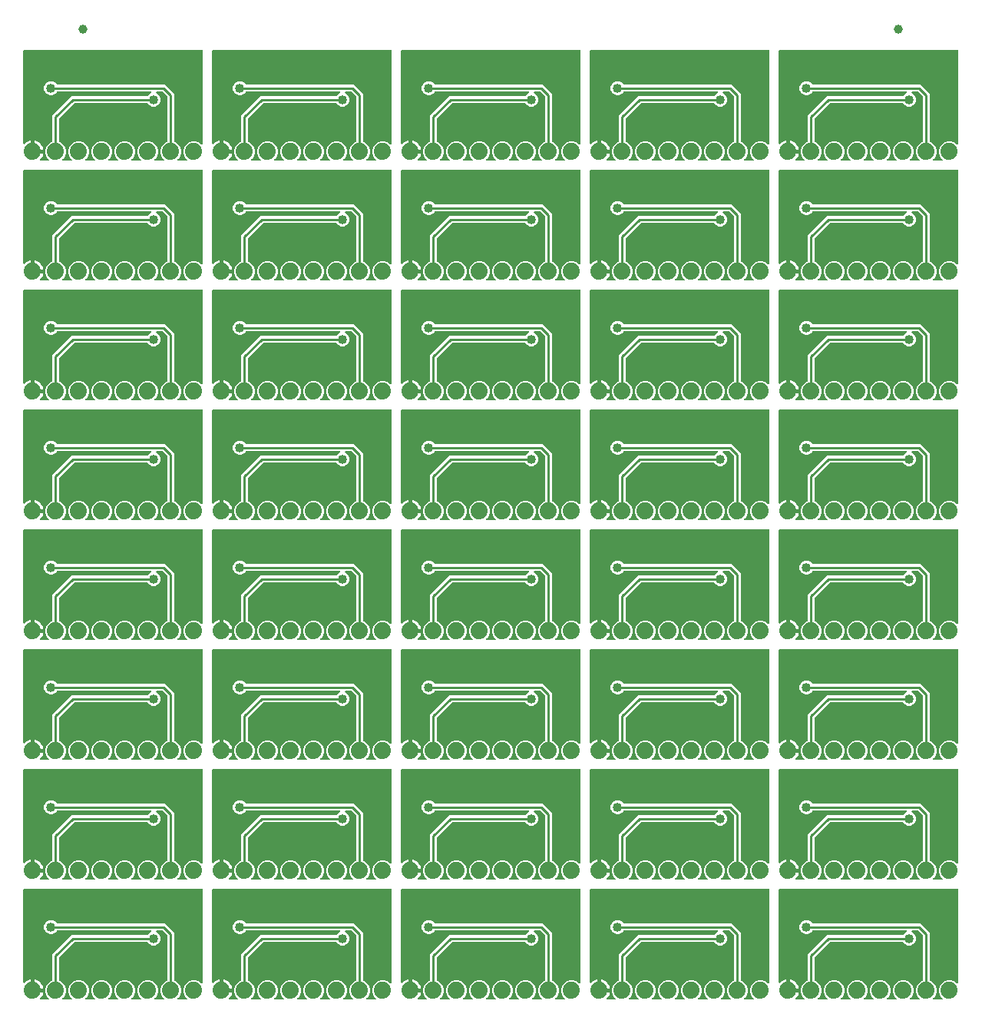
<source format=gbl>
G04 EAGLE Gerber RS-274X export*
G75*
%MOMM*%
%FSLAX34Y34*%
%LPD*%
%INBottom Copper*%
%IPPOS*%
%AMOC8*
5,1,8,0,0,1.08239X$1,22.5*%
G01*
%ADD10C,1.879600*%
%ADD11C,1.000000*%
%ADD12C,1.016000*%
%ADD13C,0.254000*%

G36*
X862792Y266705D02*
X862792Y266705D01*
X862821Y266702D01*
X862932Y266725D01*
X863044Y266741D01*
X863071Y266753D01*
X863100Y266758D01*
X863200Y266811D01*
X863304Y266857D01*
X863326Y266876D01*
X863352Y266889D01*
X863434Y266967D01*
X863521Y267040D01*
X863537Y267065D01*
X863558Y267085D01*
X863615Y267183D01*
X863678Y267277D01*
X863687Y267305D01*
X863702Y267330D01*
X863730Y267440D01*
X863764Y267548D01*
X863765Y267578D01*
X863772Y267606D01*
X863768Y267719D01*
X863771Y267832D01*
X863764Y267861D01*
X863763Y267890D01*
X863728Y267998D01*
X863700Y268107D01*
X863685Y268133D01*
X863676Y268161D01*
X863630Y268224D01*
X863554Y268352D01*
X863509Y268395D01*
X863481Y268434D01*
X861529Y270385D01*
X859789Y274586D01*
X859789Y279134D01*
X861530Y283335D01*
X864745Y286551D01*
X866783Y287394D01*
X866784Y287395D01*
X866785Y287396D01*
X866904Y287466D01*
X867027Y287539D01*
X867028Y287540D01*
X867030Y287541D01*
X867124Y287642D01*
X867223Y287746D01*
X867223Y287747D01*
X867224Y287748D01*
X867289Y287874D01*
X867353Y287998D01*
X867353Y288000D01*
X867354Y288001D01*
X867356Y288016D01*
X867408Y288277D01*
X867405Y288308D01*
X867409Y288332D01*
X867409Y316538D01*
X888692Y337821D01*
X971901Y337821D01*
X971903Y337821D01*
X971905Y337821D01*
X972045Y337841D01*
X972183Y337861D01*
X972185Y337861D01*
X972186Y337861D01*
X972312Y337918D01*
X972442Y337977D01*
X972444Y337978D01*
X972445Y337979D01*
X972551Y338068D01*
X972659Y338160D01*
X972660Y338162D01*
X972662Y338163D01*
X972670Y338177D01*
X972732Y338269D01*
X974933Y340471D01*
X976081Y340946D01*
X976155Y340990D01*
X976234Y341025D01*
X976277Y341062D01*
X976326Y341091D01*
X976385Y341153D01*
X976451Y341209D01*
X976482Y341256D01*
X976521Y341297D01*
X976561Y341374D01*
X976608Y341445D01*
X976625Y341499D01*
X976651Y341550D01*
X976668Y341634D01*
X976694Y341716D01*
X976695Y341773D01*
X976706Y341829D01*
X976699Y341914D01*
X976701Y342000D01*
X976687Y342055D01*
X976682Y342112D01*
X976651Y342193D01*
X976629Y342275D01*
X976600Y342324D01*
X976580Y342377D01*
X976528Y342446D01*
X976484Y342520D01*
X976443Y342559D01*
X976408Y342604D01*
X976340Y342656D01*
X976277Y342714D01*
X976226Y342740D01*
X976181Y342774D01*
X976100Y342805D01*
X976024Y342844D01*
X975975Y342852D01*
X975915Y342875D01*
X975770Y342886D01*
X975693Y342899D01*
X873489Y342899D01*
X873487Y342899D01*
X873485Y342899D01*
X873345Y342879D01*
X873207Y342859D01*
X873205Y342859D01*
X873204Y342859D01*
X873078Y342802D01*
X872948Y342743D01*
X872946Y342742D01*
X872945Y342741D01*
X872839Y342652D01*
X872731Y342560D01*
X872730Y342558D01*
X872728Y342557D01*
X872720Y342543D01*
X872658Y342451D01*
X870457Y340249D01*
X867656Y339089D01*
X864624Y339089D01*
X861823Y340249D01*
X859679Y342393D01*
X858519Y345194D01*
X858519Y348226D01*
X859679Y351027D01*
X861823Y353171D01*
X864624Y354331D01*
X867656Y354331D01*
X870457Y353171D01*
X872652Y350975D01*
X872695Y350903D01*
X872696Y350902D01*
X872697Y350900D01*
X872800Y350804D01*
X872902Y350708D01*
X872903Y350707D01*
X872904Y350706D01*
X873027Y350643D01*
X873154Y350577D01*
X873156Y350577D01*
X873157Y350576D01*
X873173Y350574D01*
X873433Y350522D01*
X873464Y350525D01*
X873489Y350521D01*
X992178Y350521D01*
X1002031Y340668D01*
X1002031Y288332D01*
X1002031Y288331D01*
X1002031Y288329D01*
X1002051Y288189D01*
X1002071Y288051D01*
X1002071Y288049D01*
X1002071Y288048D01*
X1002129Y287920D01*
X1002187Y287792D01*
X1002188Y287790D01*
X1002189Y287789D01*
X1002280Y287681D01*
X1002370Y287575D01*
X1002372Y287574D01*
X1002373Y287572D01*
X1002386Y287564D01*
X1002607Y287417D01*
X1002636Y287408D01*
X1002657Y287394D01*
X1004695Y286551D01*
X1007910Y283335D01*
X1009651Y279134D01*
X1009651Y274586D01*
X1007911Y270385D01*
X1005959Y268434D01*
X1005942Y268410D01*
X1005919Y268391D01*
X1005857Y268297D01*
X1005788Y268207D01*
X1005778Y268179D01*
X1005762Y268155D01*
X1005728Y268047D01*
X1005687Y267941D01*
X1005685Y267912D01*
X1005676Y267884D01*
X1005673Y267770D01*
X1005664Y267658D01*
X1005669Y267629D01*
X1005669Y267600D01*
X1005697Y267490D01*
X1005720Y267379D01*
X1005733Y267353D01*
X1005740Y267325D01*
X1005798Y267227D01*
X1005851Y267127D01*
X1005871Y267105D01*
X1005886Y267080D01*
X1005968Y267003D01*
X1006046Y266921D01*
X1006072Y266906D01*
X1006093Y266886D01*
X1006194Y266834D01*
X1006292Y266777D01*
X1006320Y266770D01*
X1006346Y266756D01*
X1006424Y266743D01*
X1006567Y266707D01*
X1006630Y266709D01*
X1006677Y266701D01*
X1015163Y266701D01*
X1015192Y266705D01*
X1015221Y266702D01*
X1015332Y266725D01*
X1015444Y266741D01*
X1015471Y266753D01*
X1015500Y266758D01*
X1015600Y266811D01*
X1015704Y266857D01*
X1015726Y266876D01*
X1015752Y266889D01*
X1015834Y266967D01*
X1015921Y267040D01*
X1015937Y267065D01*
X1015958Y267085D01*
X1016015Y267183D01*
X1016078Y267277D01*
X1016087Y267305D01*
X1016102Y267330D01*
X1016130Y267440D01*
X1016164Y267548D01*
X1016165Y267578D01*
X1016172Y267606D01*
X1016168Y267719D01*
X1016171Y267832D01*
X1016164Y267861D01*
X1016163Y267890D01*
X1016128Y267998D01*
X1016100Y268107D01*
X1016085Y268133D01*
X1016076Y268161D01*
X1016030Y268224D01*
X1015954Y268352D01*
X1015909Y268395D01*
X1015881Y268434D01*
X1013929Y270385D01*
X1012189Y274586D01*
X1012189Y279134D01*
X1013930Y283335D01*
X1017145Y286550D01*
X1021346Y288291D01*
X1025894Y288291D01*
X1030095Y286551D01*
X1032046Y284599D01*
X1032070Y284582D01*
X1032089Y284559D01*
X1032183Y284497D01*
X1032273Y284428D01*
X1032301Y284418D01*
X1032325Y284402D01*
X1032433Y284368D01*
X1032539Y284327D01*
X1032568Y284325D01*
X1032596Y284316D01*
X1032710Y284313D01*
X1032822Y284304D01*
X1032851Y284309D01*
X1032880Y284309D01*
X1032990Y284337D01*
X1033101Y284360D01*
X1033127Y284373D01*
X1033155Y284380D01*
X1033253Y284438D01*
X1033353Y284491D01*
X1033375Y284511D01*
X1033400Y284526D01*
X1033477Y284608D01*
X1033559Y284686D01*
X1033574Y284712D01*
X1033594Y284733D01*
X1033646Y284834D01*
X1033703Y284932D01*
X1033710Y284960D01*
X1033724Y284986D01*
X1033737Y285064D01*
X1033773Y285207D01*
X1033771Y285270D01*
X1033779Y285317D01*
X1033779Y387604D01*
X1033771Y387662D01*
X1033773Y387720D01*
X1033751Y387802D01*
X1033739Y387886D01*
X1033716Y387939D01*
X1033701Y387995D01*
X1033658Y388068D01*
X1033623Y388145D01*
X1033585Y388190D01*
X1033556Y388240D01*
X1033494Y388298D01*
X1033440Y388362D01*
X1033391Y388394D01*
X1033348Y388434D01*
X1033273Y388473D01*
X1033203Y388520D01*
X1033147Y388537D01*
X1033095Y388564D01*
X1033027Y388575D01*
X1032932Y388605D01*
X1032832Y388608D01*
X1032764Y388619D01*
X836676Y388619D01*
X836618Y388611D01*
X836560Y388613D01*
X836478Y388591D01*
X836394Y388579D01*
X836341Y388556D01*
X836285Y388541D01*
X836212Y388498D01*
X836135Y388463D01*
X836090Y388425D01*
X836040Y388396D01*
X835982Y388334D01*
X835918Y388280D01*
X835886Y388231D01*
X835846Y388188D01*
X835807Y388113D01*
X835760Y388043D01*
X835743Y387987D01*
X835716Y387935D01*
X835705Y387867D01*
X835675Y387772D01*
X835672Y387672D01*
X835661Y387604D01*
X835661Y286036D01*
X835665Y286007D01*
X835662Y285977D01*
X835685Y285866D01*
X835701Y285754D01*
X835713Y285727D01*
X835718Y285699D01*
X835771Y285598D01*
X835817Y285495D01*
X835836Y285472D01*
X835849Y285446D01*
X835927Y285364D01*
X836000Y285278D01*
X836025Y285261D01*
X836045Y285240D01*
X836143Y285183D01*
X836237Y285120D01*
X836265Y285111D01*
X836290Y285096D01*
X836400Y285069D01*
X836508Y285034D01*
X836538Y285034D01*
X836566Y285026D01*
X836679Y285030D01*
X836792Y285027D01*
X836821Y285034D01*
X836850Y285035D01*
X836958Y285070D01*
X837067Y285099D01*
X837093Y285114D01*
X837121Y285123D01*
X837185Y285169D01*
X837312Y285244D01*
X837355Y285290D01*
X837394Y285318D01*
X838042Y285966D01*
X839563Y287071D01*
X841237Y287924D01*
X843024Y288505D01*
X843789Y288626D01*
X843789Y277876D01*
X843797Y277818D01*
X843795Y277760D01*
X843817Y277678D01*
X843829Y277595D01*
X843853Y277541D01*
X843867Y277485D01*
X843910Y277412D01*
X843945Y277335D01*
X843983Y277291D01*
X844013Y277240D01*
X844074Y277183D01*
X844129Y277118D01*
X844177Y277086D01*
X844220Y277046D01*
X844295Y277007D01*
X844365Y276961D01*
X844421Y276943D01*
X844473Y276916D01*
X844541Y276905D01*
X844636Y276875D01*
X844736Y276872D01*
X844804Y276861D01*
X845821Y276861D01*
X845821Y275844D01*
X845829Y275786D01*
X845828Y275728D01*
X845849Y275646D01*
X845861Y275563D01*
X845885Y275509D01*
X845899Y275453D01*
X845942Y275380D01*
X845977Y275303D01*
X846015Y275258D01*
X846045Y275208D01*
X846106Y275150D01*
X846161Y275086D01*
X846209Y275054D01*
X846252Y275014D01*
X846327Y274975D01*
X846397Y274929D01*
X846453Y274911D01*
X846505Y274884D01*
X846573Y274873D01*
X846668Y274843D01*
X846768Y274840D01*
X846836Y274829D01*
X857586Y274829D01*
X857465Y274064D01*
X856884Y272277D01*
X856031Y270603D01*
X854926Y269082D01*
X854278Y268434D01*
X854260Y268410D01*
X854238Y268391D01*
X854175Y268297D01*
X854107Y268207D01*
X854096Y268179D01*
X854080Y268155D01*
X854046Y268047D01*
X854006Y267941D01*
X854003Y267912D01*
X853994Y267884D01*
X853991Y267770D01*
X853982Y267658D01*
X853988Y267629D01*
X853987Y267600D01*
X854016Y267490D01*
X854038Y267379D01*
X854052Y267353D01*
X854059Y267325D01*
X854117Y267227D01*
X854169Y267127D01*
X854189Y267105D01*
X854204Y267080D01*
X854287Y267003D01*
X854365Y266921D01*
X854390Y266906D01*
X854411Y266886D01*
X854512Y266834D01*
X854610Y266777D01*
X854638Y266770D01*
X854665Y266756D01*
X854742Y266743D01*
X854886Y266707D01*
X854948Y266709D01*
X854996Y266701D01*
X862763Y266701D01*
X862792Y266705D01*
G37*
G36*
X654512Y398785D02*
X654512Y398785D01*
X654541Y398782D01*
X654652Y398805D01*
X654764Y398821D01*
X654791Y398833D01*
X654820Y398838D01*
X654920Y398891D01*
X655024Y398937D01*
X655046Y398956D01*
X655072Y398969D01*
X655154Y399047D01*
X655241Y399120D01*
X655257Y399145D01*
X655278Y399165D01*
X655335Y399263D01*
X655398Y399357D01*
X655407Y399385D01*
X655422Y399410D01*
X655450Y399520D01*
X655484Y399628D01*
X655485Y399658D01*
X655492Y399686D01*
X655488Y399799D01*
X655491Y399912D01*
X655484Y399941D01*
X655483Y399970D01*
X655448Y400078D01*
X655420Y400187D01*
X655405Y400213D01*
X655396Y400241D01*
X655350Y400304D01*
X655274Y400432D01*
X655229Y400475D01*
X655201Y400514D01*
X653249Y402465D01*
X651509Y406666D01*
X651509Y411214D01*
X653250Y415415D01*
X656465Y418631D01*
X658503Y419474D01*
X658504Y419475D01*
X658505Y419476D01*
X658624Y419546D01*
X658747Y419619D01*
X658748Y419620D01*
X658750Y419621D01*
X658844Y419722D01*
X658943Y419826D01*
X658943Y419827D01*
X658944Y419828D01*
X659009Y419954D01*
X659073Y420078D01*
X659073Y420080D01*
X659074Y420081D01*
X659076Y420096D01*
X659128Y420357D01*
X659125Y420388D01*
X659129Y420412D01*
X659129Y448618D01*
X680412Y469901D01*
X763621Y469901D01*
X763623Y469901D01*
X763625Y469901D01*
X763765Y469921D01*
X763903Y469941D01*
X763905Y469941D01*
X763906Y469941D01*
X764032Y469998D01*
X764162Y470057D01*
X764164Y470058D01*
X764165Y470059D01*
X764271Y470148D01*
X764379Y470240D01*
X764380Y470242D01*
X764382Y470243D01*
X764390Y470257D01*
X764452Y470349D01*
X766653Y472551D01*
X767801Y473026D01*
X767875Y473070D01*
X767954Y473105D01*
X767997Y473142D01*
X768046Y473171D01*
X768105Y473233D01*
X768171Y473289D01*
X768202Y473336D01*
X768241Y473377D01*
X768281Y473454D01*
X768328Y473525D01*
X768345Y473579D01*
X768371Y473630D01*
X768388Y473714D01*
X768414Y473796D01*
X768415Y473853D01*
X768426Y473909D01*
X768419Y473994D01*
X768421Y474080D01*
X768407Y474135D01*
X768402Y474192D01*
X768371Y474273D01*
X768349Y474355D01*
X768320Y474404D01*
X768300Y474457D01*
X768248Y474526D01*
X768204Y474600D01*
X768163Y474639D01*
X768128Y474684D01*
X768060Y474736D01*
X767997Y474794D01*
X767946Y474820D01*
X767901Y474854D01*
X767820Y474885D01*
X767744Y474924D01*
X767695Y474932D01*
X767635Y474955D01*
X767490Y474966D01*
X767413Y474979D01*
X665209Y474979D01*
X665207Y474979D01*
X665205Y474979D01*
X665065Y474959D01*
X664927Y474939D01*
X664925Y474939D01*
X664924Y474939D01*
X664798Y474882D01*
X664668Y474823D01*
X664666Y474822D01*
X664665Y474821D01*
X664559Y474732D01*
X664451Y474640D01*
X664450Y474638D01*
X664448Y474637D01*
X664440Y474623D01*
X664378Y474531D01*
X662177Y472329D01*
X659376Y471169D01*
X656344Y471169D01*
X653543Y472329D01*
X651399Y474473D01*
X650239Y477274D01*
X650239Y480306D01*
X651399Y483107D01*
X653543Y485251D01*
X656344Y486411D01*
X659376Y486411D01*
X662177Y485251D01*
X664372Y483055D01*
X664415Y482983D01*
X664416Y482982D01*
X664417Y482980D01*
X664520Y482884D01*
X664622Y482788D01*
X664623Y482787D01*
X664624Y482786D01*
X664747Y482723D01*
X664874Y482657D01*
X664876Y482657D01*
X664877Y482656D01*
X664893Y482654D01*
X665153Y482602D01*
X665184Y482605D01*
X665209Y482601D01*
X783898Y482601D01*
X793751Y472748D01*
X793751Y420412D01*
X793751Y420411D01*
X793751Y420409D01*
X793771Y420269D01*
X793791Y420131D01*
X793791Y420130D01*
X793791Y420128D01*
X793848Y420002D01*
X793907Y419872D01*
X793908Y419870D01*
X793909Y419869D01*
X794001Y419760D01*
X794090Y419655D01*
X794092Y419654D01*
X794093Y419652D01*
X794106Y419644D01*
X794327Y419497D01*
X794356Y419488D01*
X794377Y419474D01*
X796415Y418630D01*
X799630Y415415D01*
X801371Y411214D01*
X801371Y406666D01*
X799631Y402465D01*
X797679Y400514D01*
X797662Y400490D01*
X797639Y400471D01*
X797577Y400377D01*
X797508Y400287D01*
X797498Y400259D01*
X797482Y400235D01*
X797448Y400127D01*
X797407Y400021D01*
X797405Y399992D01*
X797396Y399964D01*
X797393Y399850D01*
X797384Y399738D01*
X797389Y399709D01*
X797389Y399680D01*
X797417Y399570D01*
X797440Y399459D01*
X797453Y399433D01*
X797460Y399405D01*
X797518Y399307D01*
X797571Y399207D01*
X797591Y399185D01*
X797606Y399160D01*
X797688Y399083D01*
X797766Y399001D01*
X797792Y398986D01*
X797813Y398966D01*
X797914Y398914D01*
X798012Y398857D01*
X798040Y398850D01*
X798066Y398836D01*
X798144Y398823D01*
X798287Y398787D01*
X798350Y398789D01*
X798397Y398781D01*
X806883Y398781D01*
X806912Y398785D01*
X806941Y398782D01*
X807052Y398805D01*
X807164Y398821D01*
X807191Y398833D01*
X807220Y398838D01*
X807320Y398891D01*
X807424Y398937D01*
X807446Y398956D01*
X807472Y398969D01*
X807554Y399047D01*
X807641Y399120D01*
X807657Y399145D01*
X807678Y399165D01*
X807735Y399263D01*
X807798Y399357D01*
X807807Y399385D01*
X807822Y399410D01*
X807850Y399520D01*
X807884Y399628D01*
X807885Y399658D01*
X807892Y399686D01*
X807888Y399799D01*
X807891Y399912D01*
X807884Y399941D01*
X807883Y399970D01*
X807848Y400078D01*
X807820Y400187D01*
X807805Y400213D01*
X807796Y400241D01*
X807750Y400304D01*
X807674Y400432D01*
X807629Y400475D01*
X807601Y400514D01*
X805649Y402465D01*
X803909Y406666D01*
X803909Y411214D01*
X805650Y415415D01*
X808865Y418630D01*
X813066Y420371D01*
X817614Y420371D01*
X821815Y418631D01*
X823766Y416679D01*
X823790Y416662D01*
X823809Y416639D01*
X823903Y416577D01*
X823993Y416508D01*
X824021Y416498D01*
X824045Y416482D01*
X824153Y416448D01*
X824259Y416407D01*
X824288Y416405D01*
X824316Y416396D01*
X824430Y416393D01*
X824542Y416384D01*
X824571Y416389D01*
X824600Y416389D01*
X824710Y416417D01*
X824821Y416440D01*
X824847Y416453D01*
X824875Y416460D01*
X824973Y416518D01*
X825073Y416571D01*
X825095Y416591D01*
X825120Y416606D01*
X825197Y416688D01*
X825279Y416766D01*
X825294Y416792D01*
X825314Y416813D01*
X825366Y416914D01*
X825423Y417012D01*
X825430Y417040D01*
X825444Y417066D01*
X825457Y417144D01*
X825493Y417287D01*
X825491Y417350D01*
X825499Y417397D01*
X825499Y519684D01*
X825491Y519742D01*
X825493Y519800D01*
X825471Y519882D01*
X825459Y519966D01*
X825436Y520019D01*
X825421Y520075D01*
X825378Y520148D01*
X825343Y520225D01*
X825305Y520270D01*
X825276Y520320D01*
X825214Y520378D01*
X825160Y520442D01*
X825111Y520474D01*
X825068Y520514D01*
X824993Y520553D01*
X824923Y520600D01*
X824867Y520617D01*
X824815Y520644D01*
X824747Y520655D01*
X824652Y520685D01*
X824552Y520688D01*
X824484Y520699D01*
X628396Y520699D01*
X628338Y520691D01*
X628280Y520693D01*
X628198Y520671D01*
X628114Y520659D01*
X628061Y520636D01*
X628005Y520621D01*
X627932Y520578D01*
X627855Y520543D01*
X627810Y520505D01*
X627760Y520476D01*
X627702Y520414D01*
X627638Y520360D01*
X627606Y520311D01*
X627566Y520268D01*
X627527Y520193D01*
X627480Y520123D01*
X627463Y520067D01*
X627436Y520015D01*
X627425Y519947D01*
X627395Y519852D01*
X627392Y519752D01*
X627381Y519684D01*
X627381Y418116D01*
X627385Y418087D01*
X627382Y418057D01*
X627405Y417946D01*
X627421Y417834D01*
X627433Y417807D01*
X627438Y417779D01*
X627491Y417678D01*
X627537Y417575D01*
X627556Y417552D01*
X627569Y417526D01*
X627647Y417444D01*
X627720Y417358D01*
X627745Y417341D01*
X627765Y417320D01*
X627863Y417263D01*
X627957Y417200D01*
X627985Y417191D01*
X628010Y417176D01*
X628120Y417149D01*
X628228Y417114D01*
X628258Y417114D01*
X628286Y417106D01*
X628399Y417110D01*
X628512Y417107D01*
X628541Y417114D01*
X628570Y417115D01*
X628678Y417150D01*
X628787Y417179D01*
X628813Y417194D01*
X628841Y417203D01*
X628905Y417249D01*
X629032Y417324D01*
X629075Y417370D01*
X629114Y417398D01*
X629762Y418046D01*
X631283Y419151D01*
X632957Y420004D01*
X634744Y420585D01*
X635509Y420706D01*
X635509Y409956D01*
X635517Y409898D01*
X635515Y409840D01*
X635537Y409758D01*
X635549Y409675D01*
X635573Y409621D01*
X635587Y409565D01*
X635630Y409492D01*
X635665Y409415D01*
X635703Y409371D01*
X635733Y409320D01*
X635794Y409263D01*
X635849Y409198D01*
X635897Y409166D01*
X635940Y409126D01*
X636015Y409087D01*
X636085Y409041D01*
X636141Y409023D01*
X636193Y408996D01*
X636261Y408985D01*
X636356Y408955D01*
X636456Y408952D01*
X636524Y408941D01*
X637541Y408941D01*
X637541Y407924D01*
X637549Y407866D01*
X637548Y407808D01*
X637569Y407726D01*
X637581Y407643D01*
X637605Y407589D01*
X637619Y407533D01*
X637662Y407460D01*
X637697Y407383D01*
X637735Y407338D01*
X637765Y407288D01*
X637826Y407230D01*
X637881Y407166D01*
X637929Y407134D01*
X637972Y407094D01*
X638047Y407055D01*
X638117Y407009D01*
X638173Y406991D01*
X638225Y406964D01*
X638293Y406953D01*
X638388Y406923D01*
X638488Y406920D01*
X638556Y406909D01*
X649306Y406909D01*
X649185Y406144D01*
X648604Y404357D01*
X647751Y402683D01*
X646646Y401162D01*
X645998Y400514D01*
X645980Y400490D01*
X645958Y400471D01*
X645895Y400377D01*
X645827Y400287D01*
X645816Y400259D01*
X645800Y400235D01*
X645766Y400127D01*
X645726Y400021D01*
X645723Y399992D01*
X645714Y399964D01*
X645711Y399850D01*
X645702Y399738D01*
X645708Y399709D01*
X645707Y399680D01*
X645736Y399570D01*
X645758Y399459D01*
X645772Y399433D01*
X645779Y399405D01*
X645837Y399307D01*
X645889Y399207D01*
X645909Y399185D01*
X645924Y399160D01*
X646007Y399083D01*
X646085Y399001D01*
X646110Y398986D01*
X646131Y398966D01*
X646232Y398914D01*
X646330Y398857D01*
X646358Y398850D01*
X646385Y398836D01*
X646462Y398823D01*
X646606Y398787D01*
X646668Y398789D01*
X646716Y398781D01*
X654483Y398781D01*
X654512Y398785D01*
G37*
G36*
X237952Y927105D02*
X237952Y927105D01*
X237981Y927102D01*
X238092Y927125D01*
X238204Y927141D01*
X238231Y927153D01*
X238260Y927158D01*
X238360Y927211D01*
X238464Y927257D01*
X238486Y927276D01*
X238512Y927289D01*
X238594Y927367D01*
X238681Y927440D01*
X238697Y927465D01*
X238718Y927485D01*
X238775Y927583D01*
X238838Y927677D01*
X238847Y927705D01*
X238862Y927730D01*
X238890Y927840D01*
X238924Y927948D01*
X238925Y927978D01*
X238932Y928006D01*
X238928Y928119D01*
X238931Y928232D01*
X238924Y928261D01*
X238923Y928290D01*
X238888Y928398D01*
X238860Y928507D01*
X238845Y928533D01*
X238836Y928561D01*
X238790Y928624D01*
X238714Y928752D01*
X238669Y928795D01*
X238641Y928834D01*
X236689Y930785D01*
X234949Y934986D01*
X234949Y939534D01*
X236690Y943735D01*
X239905Y946951D01*
X241943Y947794D01*
X241944Y947795D01*
X241945Y947796D01*
X242064Y947866D01*
X242187Y947939D01*
X242188Y947940D01*
X242190Y947941D01*
X242284Y948042D01*
X242383Y948146D01*
X242383Y948147D01*
X242384Y948148D01*
X242449Y948274D01*
X242513Y948398D01*
X242513Y948400D01*
X242514Y948401D01*
X242516Y948416D01*
X242568Y948677D01*
X242565Y948708D01*
X242569Y948732D01*
X242569Y976938D01*
X263852Y998221D01*
X347061Y998221D01*
X347063Y998221D01*
X347065Y998221D01*
X347205Y998241D01*
X347343Y998261D01*
X347345Y998261D01*
X347346Y998261D01*
X347472Y998318D01*
X347602Y998377D01*
X347604Y998378D01*
X347605Y998379D01*
X347711Y998468D01*
X347819Y998560D01*
X347820Y998562D01*
X347822Y998563D01*
X347830Y998577D01*
X347892Y998669D01*
X350093Y1000871D01*
X351241Y1001346D01*
X351315Y1001390D01*
X351394Y1001425D01*
X351437Y1001462D01*
X351486Y1001491D01*
X351545Y1001553D01*
X351611Y1001609D01*
X351642Y1001656D01*
X351681Y1001697D01*
X351721Y1001774D01*
X351768Y1001845D01*
X351785Y1001899D01*
X351811Y1001950D01*
X351828Y1002034D01*
X351854Y1002116D01*
X351855Y1002173D01*
X351866Y1002229D01*
X351859Y1002314D01*
X351861Y1002400D01*
X351847Y1002455D01*
X351842Y1002512D01*
X351811Y1002593D01*
X351789Y1002675D01*
X351760Y1002724D01*
X351740Y1002777D01*
X351688Y1002846D01*
X351644Y1002920D01*
X351603Y1002959D01*
X351568Y1003004D01*
X351500Y1003056D01*
X351437Y1003114D01*
X351386Y1003140D01*
X351341Y1003174D01*
X351260Y1003205D01*
X351184Y1003244D01*
X351135Y1003252D01*
X351075Y1003275D01*
X350930Y1003286D01*
X350853Y1003299D01*
X248649Y1003299D01*
X248647Y1003299D01*
X248645Y1003299D01*
X248505Y1003279D01*
X248367Y1003259D01*
X248365Y1003259D01*
X248364Y1003259D01*
X248238Y1003202D01*
X248108Y1003143D01*
X248106Y1003142D01*
X248105Y1003141D01*
X247999Y1003052D01*
X247891Y1002960D01*
X247890Y1002958D01*
X247888Y1002957D01*
X247880Y1002943D01*
X247818Y1002851D01*
X245617Y1000649D01*
X242816Y999489D01*
X239784Y999489D01*
X236983Y1000649D01*
X234839Y1002793D01*
X233679Y1005594D01*
X233679Y1008626D01*
X234839Y1011427D01*
X236983Y1013571D01*
X239784Y1014731D01*
X242816Y1014731D01*
X245617Y1013571D01*
X247812Y1011375D01*
X247855Y1011303D01*
X247856Y1011302D01*
X247857Y1011300D01*
X247960Y1011204D01*
X248062Y1011108D01*
X248063Y1011107D01*
X248064Y1011106D01*
X248187Y1011043D01*
X248314Y1010977D01*
X248316Y1010977D01*
X248317Y1010976D01*
X248333Y1010974D01*
X248593Y1010922D01*
X248624Y1010925D01*
X248649Y1010921D01*
X367338Y1010921D01*
X377191Y1001068D01*
X377191Y948732D01*
X377191Y948731D01*
X377191Y948729D01*
X377211Y948589D01*
X377231Y948451D01*
X377231Y948450D01*
X377231Y948448D01*
X377288Y948322D01*
X377347Y948192D01*
X377348Y948190D01*
X377349Y948189D01*
X377441Y948080D01*
X377530Y947975D01*
X377532Y947974D01*
X377533Y947972D01*
X377546Y947964D01*
X377767Y947817D01*
X377796Y947808D01*
X377817Y947794D01*
X379855Y946950D01*
X383070Y943735D01*
X384811Y939534D01*
X384811Y934986D01*
X383071Y930785D01*
X381119Y928834D01*
X381102Y928810D01*
X381079Y928791D01*
X381017Y928697D01*
X380948Y928607D01*
X380938Y928579D01*
X380922Y928555D01*
X380888Y928447D01*
X380847Y928341D01*
X380845Y928312D01*
X380836Y928284D01*
X380833Y928170D01*
X380824Y928058D01*
X380829Y928029D01*
X380829Y928000D01*
X380857Y927890D01*
X380880Y927779D01*
X380893Y927753D01*
X380900Y927725D01*
X380958Y927627D01*
X381011Y927527D01*
X381031Y927505D01*
X381046Y927480D01*
X381128Y927403D01*
X381206Y927321D01*
X381232Y927306D01*
X381253Y927286D01*
X381354Y927234D01*
X381452Y927177D01*
X381480Y927170D01*
X381506Y927156D01*
X381584Y927143D01*
X381727Y927107D01*
X381790Y927109D01*
X381837Y927101D01*
X390323Y927101D01*
X390352Y927105D01*
X390381Y927102D01*
X390492Y927125D01*
X390604Y927141D01*
X390631Y927153D01*
X390660Y927158D01*
X390760Y927211D01*
X390864Y927257D01*
X390886Y927276D01*
X390912Y927289D01*
X390994Y927367D01*
X391081Y927440D01*
X391097Y927465D01*
X391118Y927485D01*
X391175Y927583D01*
X391238Y927677D01*
X391247Y927705D01*
X391262Y927730D01*
X391290Y927840D01*
X391324Y927948D01*
X391325Y927978D01*
X391332Y928006D01*
X391328Y928119D01*
X391331Y928232D01*
X391324Y928261D01*
X391323Y928290D01*
X391288Y928398D01*
X391260Y928507D01*
X391245Y928533D01*
X391236Y928561D01*
X391190Y928624D01*
X391114Y928752D01*
X391069Y928795D01*
X391041Y928834D01*
X389089Y930785D01*
X387349Y934986D01*
X387349Y939534D01*
X389090Y943735D01*
X392305Y946950D01*
X396506Y948691D01*
X401054Y948691D01*
X405255Y946951D01*
X407206Y944999D01*
X407230Y944982D01*
X407249Y944959D01*
X407343Y944897D01*
X407433Y944828D01*
X407461Y944818D01*
X407485Y944802D01*
X407593Y944768D01*
X407699Y944727D01*
X407728Y944725D01*
X407756Y944716D01*
X407870Y944713D01*
X407982Y944704D01*
X408011Y944709D01*
X408040Y944709D01*
X408150Y944737D01*
X408261Y944760D01*
X408287Y944773D01*
X408315Y944780D01*
X408413Y944838D01*
X408513Y944891D01*
X408535Y944911D01*
X408560Y944926D01*
X408637Y945008D01*
X408719Y945086D01*
X408734Y945112D01*
X408754Y945133D01*
X408806Y945234D01*
X408863Y945332D01*
X408870Y945360D01*
X408884Y945386D01*
X408897Y945464D01*
X408933Y945607D01*
X408931Y945670D01*
X408939Y945717D01*
X408939Y1048004D01*
X408931Y1048062D01*
X408933Y1048120D01*
X408911Y1048202D01*
X408899Y1048286D01*
X408876Y1048339D01*
X408861Y1048395D01*
X408818Y1048468D01*
X408783Y1048545D01*
X408745Y1048590D01*
X408716Y1048640D01*
X408654Y1048698D01*
X408600Y1048762D01*
X408551Y1048794D01*
X408508Y1048834D01*
X408433Y1048873D01*
X408363Y1048920D01*
X408307Y1048937D01*
X408255Y1048964D01*
X408187Y1048975D01*
X408092Y1049005D01*
X407992Y1049008D01*
X407924Y1049019D01*
X211836Y1049019D01*
X211778Y1049011D01*
X211720Y1049013D01*
X211638Y1048991D01*
X211554Y1048979D01*
X211501Y1048956D01*
X211445Y1048941D01*
X211372Y1048898D01*
X211295Y1048863D01*
X211250Y1048825D01*
X211200Y1048796D01*
X211142Y1048734D01*
X211078Y1048680D01*
X211046Y1048631D01*
X211006Y1048588D01*
X210967Y1048513D01*
X210920Y1048443D01*
X210903Y1048387D01*
X210876Y1048335D01*
X210865Y1048267D01*
X210835Y1048172D01*
X210832Y1048072D01*
X210821Y1048004D01*
X210821Y946436D01*
X210825Y946407D01*
X210822Y946377D01*
X210845Y946266D01*
X210861Y946154D01*
X210873Y946127D01*
X210878Y946099D01*
X210931Y945998D01*
X210977Y945895D01*
X210996Y945872D01*
X211009Y945846D01*
X211087Y945764D01*
X211160Y945678D01*
X211185Y945661D01*
X211205Y945640D01*
X211303Y945583D01*
X211397Y945520D01*
X211425Y945511D01*
X211450Y945496D01*
X211560Y945469D01*
X211668Y945434D01*
X211698Y945434D01*
X211726Y945426D01*
X211839Y945430D01*
X211952Y945427D01*
X211981Y945434D01*
X212010Y945435D01*
X212118Y945470D01*
X212227Y945499D01*
X212253Y945514D01*
X212281Y945523D01*
X212345Y945569D01*
X212472Y945644D01*
X212515Y945690D01*
X212554Y945718D01*
X213202Y946366D01*
X214723Y947471D01*
X216397Y948324D01*
X218184Y948905D01*
X218949Y949026D01*
X218949Y938276D01*
X218957Y938218D01*
X218955Y938160D01*
X218977Y938078D01*
X218989Y937995D01*
X219013Y937941D01*
X219027Y937885D01*
X219070Y937812D01*
X219105Y937735D01*
X219143Y937691D01*
X219173Y937640D01*
X219234Y937583D01*
X219289Y937518D01*
X219337Y937486D01*
X219380Y937446D01*
X219455Y937407D01*
X219525Y937361D01*
X219581Y937343D01*
X219633Y937316D01*
X219701Y937305D01*
X219796Y937275D01*
X219896Y937272D01*
X219964Y937261D01*
X220981Y937261D01*
X220981Y936244D01*
X220989Y936186D01*
X220988Y936128D01*
X221009Y936046D01*
X221021Y935963D01*
X221045Y935909D01*
X221059Y935853D01*
X221102Y935780D01*
X221137Y935703D01*
X221175Y935658D01*
X221205Y935608D01*
X221266Y935550D01*
X221321Y935486D01*
X221369Y935454D01*
X221412Y935414D01*
X221487Y935375D01*
X221557Y935329D01*
X221613Y935311D01*
X221665Y935284D01*
X221733Y935273D01*
X221828Y935243D01*
X221928Y935240D01*
X221996Y935229D01*
X232746Y935229D01*
X232625Y934464D01*
X232044Y932677D01*
X231191Y931003D01*
X230086Y929482D01*
X229438Y928834D01*
X229420Y928810D01*
X229398Y928791D01*
X229335Y928697D01*
X229267Y928607D01*
X229256Y928579D01*
X229240Y928555D01*
X229206Y928447D01*
X229166Y928341D01*
X229163Y928312D01*
X229154Y928284D01*
X229151Y928170D01*
X229142Y928058D01*
X229148Y928029D01*
X229147Y928000D01*
X229176Y927890D01*
X229198Y927779D01*
X229212Y927753D01*
X229219Y927725D01*
X229277Y927627D01*
X229329Y927527D01*
X229349Y927505D01*
X229364Y927480D01*
X229447Y927403D01*
X229525Y927321D01*
X229550Y927306D01*
X229571Y927286D01*
X229672Y927234D01*
X229770Y927177D01*
X229798Y927170D01*
X229825Y927156D01*
X229902Y927143D01*
X230046Y927107D01*
X230108Y927109D01*
X230156Y927101D01*
X237923Y927101D01*
X237952Y927105D01*
G37*
G36*
X29672Y2545D02*
X29672Y2545D01*
X29701Y2542D01*
X29812Y2565D01*
X29924Y2581D01*
X29951Y2593D01*
X29980Y2598D01*
X30080Y2651D01*
X30184Y2697D01*
X30206Y2716D01*
X30232Y2729D01*
X30314Y2807D01*
X30401Y2880D01*
X30417Y2905D01*
X30438Y2925D01*
X30495Y3023D01*
X30558Y3117D01*
X30567Y3145D01*
X30582Y3170D01*
X30610Y3280D01*
X30644Y3388D01*
X30645Y3418D01*
X30652Y3446D01*
X30648Y3559D01*
X30651Y3672D01*
X30644Y3701D01*
X30643Y3730D01*
X30608Y3838D01*
X30580Y3947D01*
X30565Y3973D01*
X30556Y4001D01*
X30510Y4064D01*
X30434Y4192D01*
X30389Y4235D01*
X30361Y4274D01*
X28409Y6225D01*
X26669Y10426D01*
X26669Y14974D01*
X28410Y19175D01*
X31625Y22391D01*
X33663Y23234D01*
X33664Y23235D01*
X33665Y23236D01*
X33784Y23306D01*
X33907Y23379D01*
X33908Y23380D01*
X33910Y23381D01*
X34004Y23482D01*
X34103Y23586D01*
X34103Y23587D01*
X34104Y23588D01*
X34169Y23714D01*
X34233Y23838D01*
X34233Y23840D01*
X34234Y23841D01*
X34236Y23856D01*
X34288Y24117D01*
X34285Y24148D01*
X34289Y24172D01*
X34289Y52378D01*
X55572Y73661D01*
X138781Y73661D01*
X138783Y73661D01*
X138785Y73661D01*
X138925Y73681D01*
X139063Y73701D01*
X139065Y73701D01*
X139066Y73701D01*
X139192Y73758D01*
X139322Y73817D01*
X139324Y73818D01*
X139325Y73819D01*
X139431Y73908D01*
X139539Y74000D01*
X139540Y74002D01*
X139542Y74003D01*
X139550Y74017D01*
X139612Y74109D01*
X141813Y76311D01*
X142961Y76786D01*
X143035Y76830D01*
X143114Y76865D01*
X143157Y76902D01*
X143206Y76931D01*
X143265Y76993D01*
X143331Y77049D01*
X143362Y77096D01*
X143401Y77137D01*
X143441Y77214D01*
X143488Y77285D01*
X143505Y77339D01*
X143531Y77390D01*
X143548Y77474D01*
X143574Y77556D01*
X143575Y77613D01*
X143586Y77669D01*
X143579Y77754D01*
X143581Y77840D01*
X143567Y77895D01*
X143562Y77952D01*
X143531Y78033D01*
X143509Y78115D01*
X143480Y78164D01*
X143460Y78217D01*
X143408Y78286D01*
X143364Y78360D01*
X143323Y78399D01*
X143288Y78444D01*
X143220Y78496D01*
X143157Y78554D01*
X143106Y78580D01*
X143061Y78614D01*
X142980Y78645D01*
X142904Y78684D01*
X142855Y78692D01*
X142795Y78715D01*
X142650Y78726D01*
X142573Y78739D01*
X40369Y78739D01*
X40367Y78739D01*
X40365Y78739D01*
X40225Y78719D01*
X40087Y78699D01*
X40085Y78699D01*
X40084Y78699D01*
X39958Y78642D01*
X39828Y78583D01*
X39826Y78582D01*
X39825Y78581D01*
X39719Y78492D01*
X39611Y78400D01*
X39610Y78398D01*
X39608Y78397D01*
X39600Y78383D01*
X39538Y78291D01*
X37337Y76089D01*
X34536Y74929D01*
X31504Y74929D01*
X28703Y76089D01*
X26559Y78233D01*
X25399Y81034D01*
X25399Y84066D01*
X26559Y86867D01*
X28703Y89011D01*
X31504Y90171D01*
X34536Y90171D01*
X37337Y89011D01*
X39532Y86815D01*
X39575Y86743D01*
X39576Y86742D01*
X39577Y86740D01*
X39680Y86644D01*
X39782Y86548D01*
X39783Y86547D01*
X39784Y86546D01*
X39907Y86483D01*
X40034Y86417D01*
X40036Y86417D01*
X40037Y86416D01*
X40053Y86414D01*
X40313Y86362D01*
X40344Y86365D01*
X40369Y86361D01*
X159058Y86361D01*
X168911Y76508D01*
X168911Y24172D01*
X168911Y24171D01*
X168911Y24169D01*
X168931Y24029D01*
X168951Y23891D01*
X168951Y23890D01*
X168951Y23888D01*
X169008Y23762D01*
X169067Y23632D01*
X169068Y23630D01*
X169069Y23629D01*
X169161Y23520D01*
X169250Y23415D01*
X169252Y23414D01*
X169253Y23412D01*
X169266Y23404D01*
X169487Y23257D01*
X169516Y23248D01*
X169537Y23234D01*
X171575Y22390D01*
X174790Y19175D01*
X176531Y14974D01*
X176531Y10426D01*
X174791Y6225D01*
X172839Y4274D01*
X172822Y4250D01*
X172799Y4231D01*
X172737Y4137D01*
X172668Y4047D01*
X172658Y4019D01*
X172642Y3995D01*
X172608Y3887D01*
X172567Y3781D01*
X172565Y3752D01*
X172556Y3724D01*
X172553Y3610D01*
X172544Y3498D01*
X172549Y3469D01*
X172549Y3440D01*
X172577Y3330D01*
X172600Y3219D01*
X172613Y3193D01*
X172620Y3165D01*
X172678Y3067D01*
X172731Y2967D01*
X172751Y2945D01*
X172766Y2920D01*
X172848Y2843D01*
X172926Y2761D01*
X172952Y2746D01*
X172973Y2726D01*
X173074Y2674D01*
X173172Y2617D01*
X173200Y2610D01*
X173226Y2596D01*
X173304Y2583D01*
X173447Y2547D01*
X173510Y2549D01*
X173557Y2541D01*
X182043Y2541D01*
X182072Y2545D01*
X182101Y2542D01*
X182212Y2565D01*
X182324Y2581D01*
X182351Y2593D01*
X182380Y2598D01*
X182480Y2651D01*
X182584Y2697D01*
X182606Y2716D01*
X182632Y2729D01*
X182714Y2807D01*
X182801Y2880D01*
X182817Y2905D01*
X182838Y2925D01*
X182895Y3023D01*
X182958Y3117D01*
X182967Y3145D01*
X182982Y3170D01*
X183010Y3280D01*
X183044Y3388D01*
X183045Y3418D01*
X183052Y3446D01*
X183048Y3559D01*
X183051Y3672D01*
X183044Y3701D01*
X183043Y3730D01*
X183008Y3838D01*
X182980Y3947D01*
X182965Y3973D01*
X182956Y4001D01*
X182910Y4064D01*
X182834Y4192D01*
X182789Y4235D01*
X182761Y4274D01*
X180809Y6225D01*
X179069Y10426D01*
X179069Y14974D01*
X180810Y19175D01*
X184025Y22390D01*
X188226Y24131D01*
X192774Y24131D01*
X196975Y22391D01*
X198926Y20439D01*
X198950Y20422D01*
X198969Y20399D01*
X199063Y20337D01*
X199153Y20268D01*
X199181Y20258D01*
X199205Y20242D01*
X199313Y20208D01*
X199419Y20167D01*
X199448Y20165D01*
X199476Y20156D01*
X199590Y20153D01*
X199702Y20144D01*
X199731Y20149D01*
X199760Y20149D01*
X199870Y20177D01*
X199981Y20200D01*
X200007Y20213D01*
X200035Y20220D01*
X200133Y20278D01*
X200233Y20331D01*
X200255Y20351D01*
X200280Y20366D01*
X200357Y20448D01*
X200439Y20526D01*
X200454Y20552D01*
X200474Y20573D01*
X200526Y20674D01*
X200583Y20772D01*
X200590Y20800D01*
X200604Y20826D01*
X200617Y20904D01*
X200653Y21047D01*
X200651Y21110D01*
X200659Y21157D01*
X200659Y123444D01*
X200651Y123502D01*
X200653Y123560D01*
X200631Y123642D01*
X200619Y123726D01*
X200596Y123779D01*
X200581Y123835D01*
X200538Y123908D01*
X200503Y123985D01*
X200465Y124030D01*
X200436Y124080D01*
X200374Y124138D01*
X200320Y124202D01*
X200271Y124234D01*
X200228Y124274D01*
X200153Y124313D01*
X200083Y124360D01*
X200027Y124377D01*
X199975Y124404D01*
X199907Y124415D01*
X199812Y124445D01*
X199712Y124448D01*
X199644Y124459D01*
X3556Y124459D01*
X3498Y124451D01*
X3440Y124453D01*
X3358Y124431D01*
X3274Y124419D01*
X3221Y124396D01*
X3165Y124381D01*
X3092Y124338D01*
X3015Y124303D01*
X2970Y124265D01*
X2920Y124236D01*
X2862Y124174D01*
X2798Y124120D01*
X2766Y124071D01*
X2726Y124028D01*
X2687Y123953D01*
X2640Y123883D01*
X2623Y123827D01*
X2596Y123775D01*
X2585Y123707D01*
X2555Y123612D01*
X2552Y123512D01*
X2541Y123444D01*
X2541Y21876D01*
X2545Y21847D01*
X2542Y21817D01*
X2565Y21706D01*
X2581Y21594D01*
X2593Y21567D01*
X2598Y21539D01*
X2651Y21438D01*
X2697Y21335D01*
X2716Y21312D01*
X2729Y21286D01*
X2807Y21204D01*
X2880Y21118D01*
X2905Y21101D01*
X2925Y21080D01*
X3023Y21023D01*
X3117Y20960D01*
X3145Y20951D01*
X3170Y20936D01*
X3280Y20909D01*
X3388Y20874D01*
X3418Y20874D01*
X3446Y20866D01*
X3559Y20870D01*
X3672Y20867D01*
X3701Y20874D01*
X3730Y20875D01*
X3838Y20910D01*
X3947Y20939D01*
X3973Y20954D01*
X4001Y20963D01*
X4065Y21009D01*
X4192Y21084D01*
X4235Y21130D01*
X4274Y21158D01*
X4922Y21806D01*
X6443Y22911D01*
X8117Y23764D01*
X9904Y24345D01*
X10669Y24466D01*
X10669Y13716D01*
X10677Y13658D01*
X10675Y13600D01*
X10697Y13518D01*
X10709Y13435D01*
X10733Y13381D01*
X10747Y13325D01*
X10790Y13252D01*
X10825Y13175D01*
X10863Y13131D01*
X10893Y13080D01*
X10954Y13023D01*
X11009Y12958D01*
X11057Y12926D01*
X11100Y12886D01*
X11175Y12847D01*
X11245Y12801D01*
X11301Y12783D01*
X11353Y12756D01*
X11421Y12745D01*
X11516Y12715D01*
X11616Y12712D01*
X11684Y12701D01*
X12701Y12701D01*
X12701Y11684D01*
X12709Y11626D01*
X12708Y11568D01*
X12729Y11486D01*
X12741Y11403D01*
X12765Y11349D01*
X12779Y11293D01*
X12822Y11220D01*
X12857Y11143D01*
X12895Y11098D01*
X12925Y11048D01*
X12986Y10990D01*
X13041Y10926D01*
X13089Y10894D01*
X13132Y10854D01*
X13207Y10815D01*
X13277Y10769D01*
X13333Y10751D01*
X13385Y10724D01*
X13453Y10713D01*
X13548Y10683D01*
X13648Y10680D01*
X13716Y10669D01*
X24466Y10669D01*
X24345Y9904D01*
X23764Y8117D01*
X22911Y6443D01*
X21806Y4922D01*
X21158Y4274D01*
X21140Y4250D01*
X21118Y4231D01*
X21055Y4137D01*
X20987Y4047D01*
X20976Y4019D01*
X20960Y3995D01*
X20926Y3887D01*
X20886Y3781D01*
X20883Y3752D01*
X20874Y3724D01*
X20871Y3610D01*
X20862Y3498D01*
X20868Y3469D01*
X20867Y3440D01*
X20896Y3330D01*
X20918Y3219D01*
X20932Y3193D01*
X20939Y3165D01*
X20997Y3067D01*
X21049Y2967D01*
X21069Y2945D01*
X21084Y2920D01*
X21167Y2843D01*
X21245Y2761D01*
X21270Y2746D01*
X21291Y2726D01*
X21392Y2674D01*
X21490Y2617D01*
X21518Y2610D01*
X21545Y2596D01*
X21622Y2583D01*
X21766Y2547D01*
X21828Y2549D01*
X21876Y2541D01*
X29643Y2541D01*
X29672Y2545D01*
G37*
G36*
X862792Y134625D02*
X862792Y134625D01*
X862821Y134622D01*
X862932Y134645D01*
X863044Y134661D01*
X863071Y134673D01*
X863100Y134678D01*
X863200Y134731D01*
X863304Y134777D01*
X863326Y134796D01*
X863352Y134809D01*
X863434Y134887D01*
X863521Y134960D01*
X863537Y134985D01*
X863558Y135005D01*
X863615Y135103D01*
X863678Y135197D01*
X863687Y135225D01*
X863702Y135250D01*
X863730Y135360D01*
X863764Y135468D01*
X863765Y135498D01*
X863772Y135526D01*
X863768Y135639D01*
X863771Y135752D01*
X863764Y135781D01*
X863763Y135810D01*
X863728Y135918D01*
X863700Y136027D01*
X863685Y136053D01*
X863676Y136081D01*
X863630Y136144D01*
X863554Y136272D01*
X863509Y136315D01*
X863481Y136354D01*
X861529Y138305D01*
X859789Y142506D01*
X859789Y147054D01*
X861530Y151255D01*
X864745Y154471D01*
X866783Y155314D01*
X866784Y155315D01*
X866785Y155316D01*
X866904Y155386D01*
X867027Y155459D01*
X867028Y155460D01*
X867030Y155461D01*
X867124Y155562D01*
X867223Y155666D01*
X867223Y155667D01*
X867224Y155668D01*
X867289Y155794D01*
X867353Y155918D01*
X867353Y155920D01*
X867354Y155921D01*
X867356Y155936D01*
X867408Y156197D01*
X867405Y156228D01*
X867409Y156252D01*
X867409Y184458D01*
X888692Y205741D01*
X971901Y205741D01*
X971903Y205741D01*
X971905Y205741D01*
X972045Y205761D01*
X972183Y205781D01*
X972185Y205781D01*
X972186Y205781D01*
X972312Y205838D01*
X972442Y205897D01*
X972444Y205898D01*
X972445Y205899D01*
X972551Y205988D01*
X972659Y206080D01*
X972660Y206082D01*
X972662Y206083D01*
X972670Y206097D01*
X972732Y206189D01*
X974933Y208391D01*
X976081Y208866D01*
X976155Y208910D01*
X976234Y208945D01*
X976277Y208982D01*
X976326Y209011D01*
X976385Y209073D01*
X976451Y209129D01*
X976482Y209176D01*
X976521Y209217D01*
X976561Y209294D01*
X976608Y209365D01*
X976625Y209419D01*
X976651Y209470D01*
X976668Y209554D01*
X976694Y209636D01*
X976695Y209693D01*
X976706Y209749D01*
X976699Y209834D01*
X976701Y209920D01*
X976687Y209975D01*
X976682Y210032D01*
X976651Y210113D01*
X976629Y210195D01*
X976600Y210244D01*
X976580Y210297D01*
X976528Y210366D01*
X976484Y210440D01*
X976443Y210479D01*
X976408Y210524D01*
X976340Y210576D01*
X976277Y210634D01*
X976226Y210660D01*
X976181Y210694D01*
X976100Y210725D01*
X976024Y210764D01*
X975975Y210772D01*
X975915Y210795D01*
X975770Y210806D01*
X975693Y210819D01*
X873489Y210819D01*
X873487Y210819D01*
X873485Y210819D01*
X873345Y210799D01*
X873207Y210779D01*
X873205Y210779D01*
X873204Y210779D01*
X873078Y210722D01*
X872948Y210663D01*
X872946Y210662D01*
X872945Y210661D01*
X872839Y210572D01*
X872731Y210480D01*
X872730Y210478D01*
X872728Y210477D01*
X872720Y210463D01*
X872658Y210371D01*
X870457Y208169D01*
X867656Y207009D01*
X864624Y207009D01*
X861823Y208169D01*
X859679Y210313D01*
X858519Y213114D01*
X858519Y216146D01*
X859679Y218947D01*
X861823Y221091D01*
X864624Y222251D01*
X867656Y222251D01*
X870457Y221091D01*
X872652Y218895D01*
X872695Y218823D01*
X872696Y218822D01*
X872697Y218820D01*
X872800Y218724D01*
X872902Y218628D01*
X872903Y218627D01*
X872904Y218626D01*
X873027Y218563D01*
X873154Y218497D01*
X873156Y218497D01*
X873157Y218496D01*
X873173Y218494D01*
X873433Y218442D01*
X873464Y218445D01*
X873489Y218441D01*
X992178Y218441D01*
X1002031Y208588D01*
X1002031Y156252D01*
X1002031Y156251D01*
X1002031Y156249D01*
X1002051Y156109D01*
X1002071Y155971D01*
X1002071Y155970D01*
X1002071Y155968D01*
X1002128Y155842D01*
X1002187Y155712D01*
X1002188Y155710D01*
X1002189Y155709D01*
X1002281Y155600D01*
X1002370Y155495D01*
X1002372Y155494D01*
X1002373Y155492D01*
X1002386Y155484D01*
X1002607Y155337D01*
X1002636Y155328D01*
X1002657Y155314D01*
X1004695Y154470D01*
X1007910Y151255D01*
X1009651Y147054D01*
X1009651Y142506D01*
X1007911Y138305D01*
X1005959Y136354D01*
X1005942Y136330D01*
X1005919Y136311D01*
X1005857Y136217D01*
X1005788Y136127D01*
X1005778Y136099D01*
X1005762Y136075D01*
X1005728Y135967D01*
X1005687Y135861D01*
X1005685Y135832D01*
X1005676Y135804D01*
X1005673Y135690D01*
X1005664Y135578D01*
X1005669Y135549D01*
X1005669Y135520D01*
X1005697Y135410D01*
X1005720Y135299D01*
X1005733Y135273D01*
X1005740Y135245D01*
X1005798Y135147D01*
X1005851Y135047D01*
X1005871Y135025D01*
X1005886Y135000D01*
X1005968Y134923D01*
X1006046Y134841D01*
X1006072Y134826D01*
X1006093Y134806D01*
X1006194Y134754D01*
X1006292Y134697D01*
X1006320Y134690D01*
X1006346Y134676D01*
X1006424Y134663D01*
X1006567Y134627D01*
X1006630Y134629D01*
X1006677Y134621D01*
X1015163Y134621D01*
X1015192Y134625D01*
X1015221Y134622D01*
X1015332Y134645D01*
X1015444Y134661D01*
X1015471Y134673D01*
X1015500Y134678D01*
X1015600Y134731D01*
X1015704Y134777D01*
X1015726Y134796D01*
X1015752Y134809D01*
X1015834Y134887D01*
X1015921Y134960D01*
X1015937Y134985D01*
X1015958Y135005D01*
X1016015Y135103D01*
X1016078Y135197D01*
X1016087Y135225D01*
X1016102Y135250D01*
X1016130Y135360D01*
X1016164Y135468D01*
X1016165Y135498D01*
X1016172Y135526D01*
X1016168Y135639D01*
X1016171Y135752D01*
X1016164Y135781D01*
X1016163Y135810D01*
X1016128Y135918D01*
X1016100Y136027D01*
X1016085Y136053D01*
X1016076Y136081D01*
X1016030Y136144D01*
X1015954Y136272D01*
X1015909Y136315D01*
X1015881Y136354D01*
X1013929Y138305D01*
X1012189Y142506D01*
X1012189Y147054D01*
X1013930Y151255D01*
X1017145Y154470D01*
X1021346Y156211D01*
X1025894Y156211D01*
X1030095Y154471D01*
X1032046Y152519D01*
X1032070Y152502D01*
X1032089Y152479D01*
X1032183Y152417D01*
X1032273Y152348D01*
X1032301Y152338D01*
X1032325Y152322D01*
X1032433Y152288D01*
X1032539Y152247D01*
X1032568Y152245D01*
X1032596Y152236D01*
X1032710Y152233D01*
X1032822Y152224D01*
X1032851Y152229D01*
X1032880Y152229D01*
X1032990Y152257D01*
X1033101Y152280D01*
X1033127Y152293D01*
X1033155Y152300D01*
X1033253Y152358D01*
X1033353Y152411D01*
X1033375Y152431D01*
X1033400Y152446D01*
X1033477Y152528D01*
X1033559Y152606D01*
X1033574Y152632D01*
X1033594Y152653D01*
X1033646Y152754D01*
X1033703Y152852D01*
X1033710Y152880D01*
X1033724Y152906D01*
X1033737Y152984D01*
X1033773Y153127D01*
X1033771Y153190D01*
X1033779Y153237D01*
X1033779Y255524D01*
X1033771Y255582D01*
X1033773Y255640D01*
X1033751Y255722D01*
X1033739Y255806D01*
X1033716Y255859D01*
X1033701Y255915D01*
X1033658Y255988D01*
X1033623Y256065D01*
X1033585Y256110D01*
X1033556Y256160D01*
X1033494Y256218D01*
X1033440Y256282D01*
X1033391Y256314D01*
X1033348Y256354D01*
X1033273Y256393D01*
X1033203Y256440D01*
X1033147Y256457D01*
X1033095Y256484D01*
X1033027Y256495D01*
X1032932Y256525D01*
X1032832Y256528D01*
X1032764Y256539D01*
X836676Y256539D01*
X836618Y256531D01*
X836560Y256533D01*
X836478Y256511D01*
X836394Y256499D01*
X836341Y256476D01*
X836285Y256461D01*
X836212Y256418D01*
X836135Y256383D01*
X836090Y256345D01*
X836040Y256316D01*
X835982Y256254D01*
X835918Y256200D01*
X835886Y256151D01*
X835846Y256108D01*
X835807Y256033D01*
X835760Y255963D01*
X835743Y255907D01*
X835716Y255855D01*
X835705Y255787D01*
X835675Y255692D01*
X835672Y255592D01*
X835661Y255524D01*
X835661Y153956D01*
X835665Y153927D01*
X835662Y153897D01*
X835685Y153786D01*
X835701Y153674D01*
X835713Y153647D01*
X835718Y153619D01*
X835771Y153518D01*
X835817Y153415D01*
X835836Y153392D01*
X835849Y153366D01*
X835927Y153284D01*
X836000Y153198D01*
X836025Y153181D01*
X836045Y153160D01*
X836143Y153103D01*
X836237Y153040D01*
X836265Y153031D01*
X836290Y153016D01*
X836400Y152989D01*
X836508Y152954D01*
X836538Y152954D01*
X836566Y152946D01*
X836679Y152950D01*
X836792Y152947D01*
X836821Y152954D01*
X836850Y152955D01*
X836958Y152990D01*
X837067Y153019D01*
X837093Y153034D01*
X837121Y153043D01*
X837185Y153089D01*
X837312Y153164D01*
X837355Y153210D01*
X837394Y153238D01*
X838042Y153886D01*
X839563Y154991D01*
X841237Y155844D01*
X843024Y156425D01*
X843789Y156546D01*
X843789Y145796D01*
X843797Y145738D01*
X843795Y145680D01*
X843817Y145598D01*
X843829Y145515D01*
X843853Y145461D01*
X843867Y145405D01*
X843910Y145332D01*
X843945Y145255D01*
X843983Y145211D01*
X844013Y145160D01*
X844074Y145103D01*
X844129Y145038D01*
X844177Y145006D01*
X844220Y144966D01*
X844295Y144927D01*
X844365Y144881D01*
X844421Y144863D01*
X844473Y144836D01*
X844541Y144825D01*
X844636Y144795D01*
X844736Y144792D01*
X844804Y144781D01*
X845821Y144781D01*
X845821Y143764D01*
X845829Y143706D01*
X845828Y143648D01*
X845849Y143566D01*
X845861Y143483D01*
X845885Y143429D01*
X845899Y143373D01*
X845942Y143300D01*
X845977Y143223D01*
X846015Y143178D01*
X846045Y143128D01*
X846106Y143070D01*
X846161Y143006D01*
X846209Y142974D01*
X846252Y142934D01*
X846327Y142895D01*
X846397Y142849D01*
X846453Y142831D01*
X846505Y142804D01*
X846573Y142793D01*
X846668Y142763D01*
X846768Y142760D01*
X846836Y142749D01*
X857586Y142749D01*
X857465Y141984D01*
X856884Y140197D01*
X856031Y138523D01*
X854926Y137002D01*
X854278Y136354D01*
X854260Y136330D01*
X854238Y136311D01*
X854175Y136217D01*
X854107Y136127D01*
X854096Y136099D01*
X854080Y136075D01*
X854046Y135967D01*
X854006Y135861D01*
X854003Y135832D01*
X853994Y135804D01*
X853991Y135690D01*
X853982Y135578D01*
X853988Y135549D01*
X853987Y135520D01*
X854016Y135410D01*
X854038Y135299D01*
X854052Y135273D01*
X854059Y135245D01*
X854117Y135147D01*
X854169Y135047D01*
X854189Y135025D01*
X854204Y135000D01*
X854287Y134923D01*
X854365Y134841D01*
X854390Y134826D01*
X854411Y134806D01*
X854512Y134754D01*
X854610Y134697D01*
X854638Y134690D01*
X854665Y134676D01*
X854742Y134663D01*
X854886Y134627D01*
X854948Y134629D01*
X854996Y134621D01*
X862763Y134621D01*
X862792Y134625D01*
G37*
G36*
X29672Y134625D02*
X29672Y134625D01*
X29701Y134622D01*
X29812Y134645D01*
X29924Y134661D01*
X29951Y134673D01*
X29980Y134678D01*
X30080Y134731D01*
X30184Y134777D01*
X30206Y134796D01*
X30232Y134809D01*
X30314Y134887D01*
X30401Y134960D01*
X30417Y134985D01*
X30438Y135005D01*
X30495Y135103D01*
X30558Y135197D01*
X30567Y135225D01*
X30582Y135250D01*
X30610Y135360D01*
X30644Y135468D01*
X30645Y135498D01*
X30652Y135526D01*
X30648Y135639D01*
X30651Y135752D01*
X30644Y135781D01*
X30643Y135810D01*
X30608Y135918D01*
X30580Y136027D01*
X30565Y136053D01*
X30556Y136081D01*
X30510Y136144D01*
X30434Y136272D01*
X30389Y136315D01*
X30361Y136354D01*
X28409Y138305D01*
X26669Y142506D01*
X26669Y147054D01*
X28410Y151255D01*
X31625Y154470D01*
X33663Y155314D01*
X33664Y155315D01*
X33665Y155316D01*
X33784Y155386D01*
X33907Y155459D01*
X33908Y155460D01*
X33910Y155461D01*
X34007Y155565D01*
X34103Y155666D01*
X34103Y155667D01*
X34104Y155668D01*
X34169Y155794D01*
X34233Y155918D01*
X34233Y155920D01*
X34234Y155921D01*
X34236Y155936D01*
X34288Y156197D01*
X34285Y156228D01*
X34289Y156252D01*
X34289Y184458D01*
X55572Y205741D01*
X138781Y205741D01*
X138783Y205741D01*
X138785Y205741D01*
X138925Y205761D01*
X139063Y205781D01*
X139065Y205781D01*
X139066Y205781D01*
X139192Y205838D01*
X139322Y205897D01*
X139324Y205898D01*
X139325Y205899D01*
X139431Y205988D01*
X139539Y206080D01*
X139540Y206082D01*
X139542Y206083D01*
X139550Y206097D01*
X139612Y206189D01*
X141813Y208391D01*
X142961Y208866D01*
X143035Y208910D01*
X143114Y208945D01*
X143157Y208982D01*
X143206Y209011D01*
X143265Y209073D01*
X143331Y209129D01*
X143362Y209176D01*
X143401Y209217D01*
X143441Y209294D01*
X143488Y209365D01*
X143505Y209419D01*
X143531Y209470D01*
X143548Y209554D01*
X143574Y209636D01*
X143575Y209693D01*
X143586Y209749D01*
X143579Y209834D01*
X143581Y209920D01*
X143567Y209975D01*
X143562Y210032D01*
X143531Y210113D01*
X143509Y210195D01*
X143480Y210244D01*
X143460Y210297D01*
X143408Y210366D01*
X143364Y210440D01*
X143323Y210479D01*
X143288Y210524D01*
X143220Y210576D01*
X143157Y210634D01*
X143106Y210660D01*
X143061Y210694D01*
X142980Y210725D01*
X142904Y210764D01*
X142855Y210772D01*
X142795Y210795D01*
X142650Y210806D01*
X142573Y210819D01*
X40369Y210819D01*
X40367Y210819D01*
X40365Y210819D01*
X40225Y210799D01*
X40087Y210779D01*
X40085Y210779D01*
X40084Y210779D01*
X39958Y210722D01*
X39828Y210663D01*
X39826Y210662D01*
X39825Y210661D01*
X39719Y210572D01*
X39611Y210480D01*
X39610Y210478D01*
X39608Y210477D01*
X39600Y210463D01*
X39538Y210371D01*
X37337Y208169D01*
X34536Y207009D01*
X31504Y207009D01*
X28703Y208169D01*
X26559Y210313D01*
X25399Y213114D01*
X25399Y216146D01*
X26559Y218947D01*
X28703Y221091D01*
X31504Y222251D01*
X34536Y222251D01*
X37337Y221091D01*
X39532Y218895D01*
X39575Y218823D01*
X39576Y218822D01*
X39577Y218820D01*
X39680Y218724D01*
X39782Y218628D01*
X39783Y218627D01*
X39784Y218626D01*
X39907Y218563D01*
X40034Y218497D01*
X40036Y218497D01*
X40037Y218496D01*
X40053Y218494D01*
X40313Y218442D01*
X40344Y218445D01*
X40369Y218441D01*
X159058Y218441D01*
X168911Y208588D01*
X168911Y156252D01*
X168911Y156251D01*
X168911Y156249D01*
X168931Y156109D01*
X168951Y155971D01*
X168951Y155969D01*
X168951Y155968D01*
X169009Y155840D01*
X169067Y155712D01*
X169068Y155710D01*
X169069Y155709D01*
X169160Y155601D01*
X169250Y155495D01*
X169252Y155494D01*
X169253Y155492D01*
X169266Y155484D01*
X169487Y155337D01*
X169516Y155328D01*
X169537Y155314D01*
X171575Y154471D01*
X174790Y151255D01*
X176531Y147054D01*
X176531Y142506D01*
X174791Y138305D01*
X172839Y136354D01*
X172822Y136330D01*
X172799Y136311D01*
X172737Y136217D01*
X172668Y136127D01*
X172658Y136099D01*
X172642Y136075D01*
X172608Y135967D01*
X172567Y135861D01*
X172565Y135832D01*
X172556Y135804D01*
X172553Y135690D01*
X172544Y135578D01*
X172549Y135549D01*
X172549Y135520D01*
X172577Y135410D01*
X172600Y135299D01*
X172613Y135273D01*
X172620Y135245D01*
X172678Y135147D01*
X172731Y135047D01*
X172751Y135025D01*
X172766Y135000D01*
X172848Y134923D01*
X172926Y134841D01*
X172952Y134826D01*
X172973Y134806D01*
X173074Y134754D01*
X173172Y134697D01*
X173200Y134690D01*
X173226Y134676D01*
X173304Y134663D01*
X173447Y134627D01*
X173510Y134629D01*
X173557Y134621D01*
X182043Y134621D01*
X182072Y134625D01*
X182101Y134622D01*
X182212Y134645D01*
X182324Y134661D01*
X182351Y134673D01*
X182380Y134678D01*
X182480Y134731D01*
X182584Y134777D01*
X182606Y134796D01*
X182632Y134809D01*
X182714Y134887D01*
X182801Y134960D01*
X182817Y134985D01*
X182838Y135005D01*
X182895Y135103D01*
X182958Y135197D01*
X182967Y135225D01*
X182982Y135250D01*
X183010Y135360D01*
X183044Y135468D01*
X183045Y135498D01*
X183052Y135526D01*
X183048Y135639D01*
X183051Y135752D01*
X183044Y135781D01*
X183043Y135810D01*
X183008Y135918D01*
X182980Y136027D01*
X182965Y136053D01*
X182956Y136081D01*
X182910Y136144D01*
X182834Y136272D01*
X182789Y136315D01*
X182761Y136354D01*
X180809Y138305D01*
X179069Y142506D01*
X179069Y147054D01*
X180810Y151255D01*
X184025Y154470D01*
X188226Y156211D01*
X192774Y156211D01*
X196975Y154471D01*
X198926Y152519D01*
X198950Y152502D01*
X198969Y152479D01*
X199063Y152417D01*
X199153Y152348D01*
X199181Y152338D01*
X199205Y152322D01*
X199313Y152288D01*
X199419Y152247D01*
X199448Y152245D01*
X199476Y152236D01*
X199590Y152233D01*
X199702Y152224D01*
X199731Y152229D01*
X199760Y152229D01*
X199870Y152257D01*
X199981Y152280D01*
X200007Y152293D01*
X200035Y152300D01*
X200133Y152358D01*
X200233Y152411D01*
X200255Y152431D01*
X200280Y152446D01*
X200357Y152528D01*
X200439Y152606D01*
X200454Y152632D01*
X200474Y152653D01*
X200526Y152754D01*
X200583Y152852D01*
X200590Y152880D01*
X200604Y152906D01*
X200617Y152984D01*
X200653Y153127D01*
X200651Y153190D01*
X200659Y153237D01*
X200659Y255524D01*
X200651Y255582D01*
X200653Y255640D01*
X200631Y255722D01*
X200619Y255806D01*
X200596Y255859D01*
X200581Y255915D01*
X200538Y255988D01*
X200503Y256065D01*
X200465Y256110D01*
X200436Y256160D01*
X200374Y256218D01*
X200320Y256282D01*
X200271Y256314D01*
X200228Y256354D01*
X200153Y256393D01*
X200083Y256440D01*
X200027Y256457D01*
X199975Y256484D01*
X199907Y256495D01*
X199812Y256525D01*
X199712Y256528D01*
X199644Y256539D01*
X3556Y256539D01*
X3498Y256531D01*
X3440Y256533D01*
X3358Y256511D01*
X3274Y256499D01*
X3221Y256476D01*
X3165Y256461D01*
X3092Y256418D01*
X3015Y256383D01*
X2970Y256345D01*
X2920Y256316D01*
X2862Y256254D01*
X2798Y256200D01*
X2766Y256151D01*
X2726Y256108D01*
X2687Y256033D01*
X2640Y255963D01*
X2623Y255907D01*
X2596Y255855D01*
X2585Y255787D01*
X2555Y255692D01*
X2552Y255592D01*
X2541Y255524D01*
X2541Y153956D01*
X2545Y153927D01*
X2542Y153897D01*
X2565Y153786D01*
X2581Y153674D01*
X2593Y153647D01*
X2598Y153619D01*
X2651Y153518D01*
X2697Y153415D01*
X2716Y153392D01*
X2729Y153366D01*
X2807Y153284D01*
X2880Y153198D01*
X2905Y153181D01*
X2925Y153160D01*
X3023Y153103D01*
X3117Y153040D01*
X3145Y153031D01*
X3170Y153016D01*
X3280Y152989D01*
X3388Y152954D01*
X3418Y152954D01*
X3446Y152946D01*
X3559Y152950D01*
X3672Y152947D01*
X3701Y152954D01*
X3730Y152955D01*
X3838Y152990D01*
X3947Y153019D01*
X3973Y153034D01*
X4001Y153043D01*
X4065Y153089D01*
X4192Y153164D01*
X4235Y153210D01*
X4274Y153238D01*
X4922Y153886D01*
X6443Y154991D01*
X8117Y155844D01*
X9904Y156425D01*
X10669Y156546D01*
X10669Y145796D01*
X10677Y145738D01*
X10675Y145680D01*
X10697Y145598D01*
X10709Y145515D01*
X10733Y145461D01*
X10747Y145405D01*
X10790Y145332D01*
X10825Y145255D01*
X10863Y145211D01*
X10893Y145160D01*
X10954Y145103D01*
X11009Y145038D01*
X11057Y145006D01*
X11100Y144966D01*
X11175Y144927D01*
X11245Y144881D01*
X11301Y144863D01*
X11353Y144836D01*
X11421Y144825D01*
X11516Y144795D01*
X11616Y144792D01*
X11684Y144781D01*
X12701Y144781D01*
X12701Y143764D01*
X12709Y143706D01*
X12708Y143648D01*
X12729Y143566D01*
X12741Y143483D01*
X12765Y143429D01*
X12779Y143373D01*
X12822Y143300D01*
X12857Y143223D01*
X12895Y143178D01*
X12925Y143128D01*
X12986Y143070D01*
X13041Y143006D01*
X13089Y142974D01*
X13132Y142934D01*
X13207Y142895D01*
X13277Y142849D01*
X13333Y142831D01*
X13385Y142804D01*
X13453Y142793D01*
X13548Y142763D01*
X13648Y142760D01*
X13716Y142749D01*
X24466Y142749D01*
X24345Y141984D01*
X23764Y140197D01*
X22911Y138523D01*
X21806Y137002D01*
X21158Y136354D01*
X21140Y136330D01*
X21118Y136311D01*
X21055Y136217D01*
X20987Y136127D01*
X20976Y136099D01*
X20960Y136075D01*
X20926Y135967D01*
X20886Y135861D01*
X20883Y135832D01*
X20874Y135804D01*
X20871Y135690D01*
X20862Y135578D01*
X20868Y135549D01*
X20867Y135520D01*
X20896Y135410D01*
X20918Y135299D01*
X20932Y135273D01*
X20939Y135245D01*
X20997Y135147D01*
X21049Y135047D01*
X21069Y135025D01*
X21084Y135000D01*
X21167Y134923D01*
X21245Y134841D01*
X21270Y134826D01*
X21291Y134806D01*
X21392Y134754D01*
X21490Y134697D01*
X21518Y134690D01*
X21545Y134676D01*
X21622Y134663D01*
X21766Y134627D01*
X21828Y134629D01*
X21876Y134621D01*
X29643Y134621D01*
X29672Y134625D01*
G37*
G36*
X29672Y266705D02*
X29672Y266705D01*
X29701Y266702D01*
X29812Y266725D01*
X29924Y266741D01*
X29951Y266753D01*
X29980Y266758D01*
X30080Y266811D01*
X30184Y266857D01*
X30206Y266876D01*
X30232Y266889D01*
X30314Y266967D01*
X30401Y267040D01*
X30417Y267065D01*
X30438Y267085D01*
X30495Y267183D01*
X30558Y267277D01*
X30567Y267305D01*
X30582Y267330D01*
X30610Y267440D01*
X30644Y267548D01*
X30645Y267578D01*
X30652Y267606D01*
X30648Y267719D01*
X30651Y267832D01*
X30644Y267861D01*
X30643Y267890D01*
X30608Y267998D01*
X30580Y268107D01*
X30565Y268133D01*
X30556Y268161D01*
X30510Y268224D01*
X30434Y268352D01*
X30389Y268395D01*
X30361Y268434D01*
X28409Y270385D01*
X26669Y274586D01*
X26669Y279134D01*
X28410Y283335D01*
X31625Y286550D01*
X33663Y287394D01*
X33664Y287395D01*
X33665Y287396D01*
X33784Y287466D01*
X33907Y287539D01*
X33908Y287540D01*
X33910Y287541D01*
X34007Y287645D01*
X34103Y287746D01*
X34103Y287747D01*
X34104Y287748D01*
X34169Y287874D01*
X34233Y287998D01*
X34233Y288000D01*
X34234Y288001D01*
X34236Y288016D01*
X34288Y288277D01*
X34285Y288308D01*
X34289Y288332D01*
X34289Y316538D01*
X55572Y337821D01*
X138781Y337821D01*
X138783Y337821D01*
X138785Y337821D01*
X138925Y337841D01*
X139063Y337861D01*
X139065Y337861D01*
X139066Y337861D01*
X139192Y337918D01*
X139322Y337977D01*
X139324Y337978D01*
X139325Y337979D01*
X139431Y338068D01*
X139539Y338160D01*
X139540Y338162D01*
X139542Y338163D01*
X139550Y338177D01*
X139612Y338269D01*
X141813Y340471D01*
X142961Y340946D01*
X143035Y340990D01*
X143114Y341025D01*
X143157Y341062D01*
X143206Y341091D01*
X143265Y341153D01*
X143331Y341209D01*
X143362Y341256D01*
X143401Y341297D01*
X143441Y341374D01*
X143488Y341445D01*
X143505Y341499D01*
X143531Y341550D01*
X143548Y341634D01*
X143574Y341716D01*
X143575Y341773D01*
X143586Y341829D01*
X143579Y341914D01*
X143581Y342000D01*
X143567Y342055D01*
X143562Y342112D01*
X143531Y342193D01*
X143509Y342275D01*
X143480Y342324D01*
X143460Y342377D01*
X143408Y342446D01*
X143364Y342520D01*
X143323Y342559D01*
X143288Y342604D01*
X143220Y342656D01*
X143157Y342714D01*
X143106Y342740D01*
X143061Y342774D01*
X142980Y342805D01*
X142904Y342844D01*
X142855Y342852D01*
X142795Y342875D01*
X142650Y342886D01*
X142573Y342899D01*
X40369Y342899D01*
X40367Y342899D01*
X40365Y342899D01*
X40225Y342879D01*
X40087Y342859D01*
X40085Y342859D01*
X40084Y342859D01*
X39958Y342802D01*
X39828Y342743D01*
X39826Y342742D01*
X39825Y342741D01*
X39719Y342652D01*
X39611Y342560D01*
X39610Y342558D01*
X39608Y342557D01*
X39600Y342543D01*
X39538Y342451D01*
X37337Y340249D01*
X34536Y339089D01*
X31504Y339089D01*
X28703Y340249D01*
X26559Y342393D01*
X25399Y345194D01*
X25399Y348226D01*
X26559Y351027D01*
X28703Y353171D01*
X31504Y354331D01*
X34536Y354331D01*
X37337Y353171D01*
X39532Y350975D01*
X39575Y350903D01*
X39576Y350902D01*
X39577Y350900D01*
X39680Y350804D01*
X39782Y350708D01*
X39783Y350707D01*
X39784Y350706D01*
X39907Y350643D01*
X40034Y350577D01*
X40036Y350577D01*
X40037Y350576D01*
X40053Y350574D01*
X40313Y350522D01*
X40344Y350525D01*
X40369Y350521D01*
X159058Y350521D01*
X168911Y340668D01*
X168911Y288332D01*
X168911Y288331D01*
X168911Y288329D01*
X168931Y288189D01*
X168951Y288051D01*
X168951Y288049D01*
X168951Y288048D01*
X169009Y287920D01*
X169067Y287792D01*
X169068Y287790D01*
X169069Y287789D01*
X169160Y287681D01*
X169250Y287575D01*
X169252Y287574D01*
X169253Y287572D01*
X169266Y287564D01*
X169487Y287417D01*
X169516Y287408D01*
X169537Y287394D01*
X171575Y286551D01*
X174790Y283335D01*
X176531Y279134D01*
X176531Y274586D01*
X174791Y270385D01*
X172839Y268434D01*
X172822Y268410D01*
X172799Y268391D01*
X172737Y268297D01*
X172668Y268207D01*
X172658Y268179D01*
X172642Y268155D01*
X172608Y268047D01*
X172567Y267941D01*
X172565Y267912D01*
X172556Y267884D01*
X172553Y267770D01*
X172544Y267658D01*
X172549Y267629D01*
X172549Y267600D01*
X172577Y267490D01*
X172600Y267379D01*
X172613Y267353D01*
X172620Y267325D01*
X172678Y267227D01*
X172731Y267127D01*
X172751Y267105D01*
X172766Y267080D01*
X172848Y267003D01*
X172926Y266921D01*
X172952Y266906D01*
X172973Y266886D01*
X173074Y266834D01*
X173172Y266777D01*
X173200Y266770D01*
X173226Y266756D01*
X173304Y266743D01*
X173447Y266707D01*
X173510Y266709D01*
X173557Y266701D01*
X182043Y266701D01*
X182072Y266705D01*
X182101Y266702D01*
X182212Y266725D01*
X182324Y266741D01*
X182351Y266753D01*
X182380Y266758D01*
X182480Y266811D01*
X182584Y266857D01*
X182606Y266876D01*
X182632Y266889D01*
X182714Y266967D01*
X182801Y267040D01*
X182817Y267065D01*
X182838Y267085D01*
X182895Y267183D01*
X182958Y267277D01*
X182967Y267305D01*
X182982Y267330D01*
X183010Y267440D01*
X183044Y267548D01*
X183045Y267578D01*
X183052Y267606D01*
X183048Y267719D01*
X183051Y267832D01*
X183044Y267861D01*
X183043Y267890D01*
X183008Y267998D01*
X182980Y268107D01*
X182965Y268133D01*
X182956Y268161D01*
X182910Y268224D01*
X182834Y268352D01*
X182789Y268395D01*
X182761Y268434D01*
X180809Y270385D01*
X179069Y274586D01*
X179069Y279134D01*
X180810Y283335D01*
X184025Y286550D01*
X188226Y288291D01*
X192774Y288291D01*
X196975Y286551D01*
X198926Y284599D01*
X198950Y284582D01*
X198969Y284559D01*
X199063Y284497D01*
X199153Y284428D01*
X199181Y284418D01*
X199205Y284402D01*
X199313Y284368D01*
X199419Y284327D01*
X199448Y284325D01*
X199476Y284316D01*
X199590Y284313D01*
X199702Y284304D01*
X199731Y284309D01*
X199760Y284309D01*
X199870Y284337D01*
X199981Y284360D01*
X200007Y284373D01*
X200035Y284380D01*
X200133Y284438D01*
X200233Y284491D01*
X200255Y284511D01*
X200280Y284526D01*
X200357Y284608D01*
X200439Y284686D01*
X200454Y284712D01*
X200474Y284733D01*
X200526Y284834D01*
X200583Y284932D01*
X200590Y284960D01*
X200604Y284986D01*
X200617Y285064D01*
X200653Y285207D01*
X200651Y285270D01*
X200659Y285317D01*
X200659Y387604D01*
X200651Y387662D01*
X200653Y387720D01*
X200631Y387802D01*
X200619Y387886D01*
X200596Y387939D01*
X200581Y387995D01*
X200538Y388068D01*
X200503Y388145D01*
X200465Y388190D01*
X200436Y388240D01*
X200374Y388298D01*
X200320Y388362D01*
X200271Y388394D01*
X200228Y388434D01*
X200153Y388473D01*
X200083Y388520D01*
X200027Y388537D01*
X199975Y388564D01*
X199907Y388575D01*
X199812Y388605D01*
X199712Y388608D01*
X199644Y388619D01*
X3556Y388619D01*
X3498Y388611D01*
X3440Y388613D01*
X3358Y388591D01*
X3274Y388579D01*
X3221Y388556D01*
X3165Y388541D01*
X3092Y388498D01*
X3015Y388463D01*
X2970Y388425D01*
X2920Y388396D01*
X2862Y388334D01*
X2798Y388280D01*
X2766Y388231D01*
X2726Y388188D01*
X2687Y388113D01*
X2640Y388043D01*
X2623Y387987D01*
X2596Y387935D01*
X2585Y387867D01*
X2555Y387772D01*
X2552Y387672D01*
X2541Y387604D01*
X2541Y286036D01*
X2545Y286007D01*
X2542Y285977D01*
X2565Y285866D01*
X2581Y285754D01*
X2593Y285727D01*
X2598Y285699D01*
X2651Y285598D01*
X2697Y285495D01*
X2716Y285472D01*
X2729Y285446D01*
X2807Y285364D01*
X2880Y285278D01*
X2905Y285261D01*
X2925Y285240D01*
X3023Y285183D01*
X3117Y285120D01*
X3145Y285111D01*
X3170Y285096D01*
X3280Y285069D01*
X3388Y285034D01*
X3418Y285034D01*
X3446Y285026D01*
X3559Y285030D01*
X3672Y285027D01*
X3701Y285034D01*
X3730Y285035D01*
X3838Y285070D01*
X3947Y285099D01*
X3973Y285114D01*
X4001Y285123D01*
X4065Y285169D01*
X4192Y285244D01*
X4235Y285290D01*
X4274Y285318D01*
X4922Y285966D01*
X6443Y287071D01*
X8117Y287924D01*
X9904Y288505D01*
X10669Y288626D01*
X10669Y277876D01*
X10677Y277818D01*
X10675Y277760D01*
X10697Y277678D01*
X10709Y277595D01*
X10733Y277541D01*
X10747Y277485D01*
X10790Y277412D01*
X10825Y277335D01*
X10863Y277291D01*
X10893Y277240D01*
X10954Y277183D01*
X11009Y277118D01*
X11057Y277086D01*
X11100Y277046D01*
X11175Y277007D01*
X11245Y276961D01*
X11301Y276943D01*
X11353Y276916D01*
X11421Y276905D01*
X11516Y276875D01*
X11616Y276872D01*
X11684Y276861D01*
X12701Y276861D01*
X12701Y275844D01*
X12709Y275786D01*
X12708Y275728D01*
X12729Y275646D01*
X12741Y275563D01*
X12765Y275509D01*
X12779Y275453D01*
X12822Y275380D01*
X12857Y275303D01*
X12895Y275258D01*
X12925Y275208D01*
X12986Y275150D01*
X13041Y275086D01*
X13089Y275054D01*
X13132Y275014D01*
X13207Y274975D01*
X13277Y274929D01*
X13333Y274911D01*
X13385Y274884D01*
X13453Y274873D01*
X13548Y274843D01*
X13648Y274840D01*
X13716Y274829D01*
X24466Y274829D01*
X24345Y274064D01*
X23764Y272277D01*
X22911Y270603D01*
X21806Y269082D01*
X21158Y268434D01*
X21140Y268410D01*
X21118Y268391D01*
X21055Y268297D01*
X20987Y268207D01*
X20976Y268179D01*
X20960Y268155D01*
X20926Y268047D01*
X20886Y267941D01*
X20883Y267912D01*
X20874Y267884D01*
X20871Y267770D01*
X20862Y267658D01*
X20868Y267629D01*
X20867Y267600D01*
X20896Y267490D01*
X20918Y267379D01*
X20932Y267353D01*
X20939Y267325D01*
X20997Y267227D01*
X21049Y267127D01*
X21069Y267105D01*
X21084Y267080D01*
X21167Y267003D01*
X21245Y266921D01*
X21270Y266906D01*
X21291Y266886D01*
X21392Y266834D01*
X21490Y266777D01*
X21518Y266770D01*
X21545Y266756D01*
X21622Y266743D01*
X21766Y266707D01*
X21828Y266709D01*
X21876Y266701D01*
X29643Y266701D01*
X29672Y266705D01*
G37*
G36*
X446232Y795025D02*
X446232Y795025D01*
X446261Y795022D01*
X446372Y795045D01*
X446484Y795061D01*
X446511Y795073D01*
X446540Y795078D01*
X446640Y795131D01*
X446744Y795177D01*
X446766Y795196D01*
X446792Y795209D01*
X446874Y795287D01*
X446961Y795360D01*
X446977Y795385D01*
X446998Y795405D01*
X447055Y795503D01*
X447118Y795597D01*
X447127Y795625D01*
X447142Y795650D01*
X447170Y795760D01*
X447204Y795868D01*
X447205Y795898D01*
X447212Y795926D01*
X447208Y796039D01*
X447211Y796152D01*
X447204Y796181D01*
X447203Y796210D01*
X447168Y796318D01*
X447140Y796427D01*
X447125Y796453D01*
X447116Y796481D01*
X447070Y796544D01*
X446994Y796672D01*
X446949Y796715D01*
X446921Y796754D01*
X444969Y798705D01*
X443229Y802906D01*
X443229Y807454D01*
X444970Y811655D01*
X448185Y814870D01*
X450223Y815714D01*
X450224Y815715D01*
X450225Y815716D01*
X450344Y815786D01*
X450467Y815859D01*
X450468Y815860D01*
X450470Y815861D01*
X450567Y815965D01*
X450663Y816066D01*
X450663Y816067D01*
X450664Y816068D01*
X450729Y816194D01*
X450793Y816318D01*
X450793Y816320D01*
X450794Y816321D01*
X450796Y816336D01*
X450848Y816597D01*
X450845Y816628D01*
X450849Y816652D01*
X450849Y844858D01*
X472132Y866141D01*
X555341Y866141D01*
X555343Y866141D01*
X555345Y866141D01*
X555485Y866161D01*
X555623Y866181D01*
X555625Y866181D01*
X555626Y866181D01*
X555752Y866238D01*
X555882Y866297D01*
X555884Y866298D01*
X555885Y866299D01*
X555991Y866388D01*
X556099Y866480D01*
X556100Y866482D01*
X556102Y866483D01*
X556110Y866497D01*
X556172Y866589D01*
X558373Y868791D01*
X559521Y869266D01*
X559595Y869310D01*
X559674Y869345D01*
X559717Y869382D01*
X559766Y869411D01*
X559825Y869473D01*
X559891Y869529D01*
X559922Y869576D01*
X559961Y869617D01*
X560001Y869694D01*
X560048Y869765D01*
X560065Y869819D01*
X560091Y869870D01*
X560108Y869954D01*
X560134Y870036D01*
X560135Y870093D01*
X560146Y870149D01*
X560139Y870234D01*
X560141Y870320D01*
X560127Y870375D01*
X560122Y870432D01*
X560091Y870513D01*
X560069Y870595D01*
X560040Y870644D01*
X560020Y870697D01*
X559968Y870766D01*
X559924Y870840D01*
X559883Y870879D01*
X559848Y870924D01*
X559780Y870976D01*
X559717Y871034D01*
X559666Y871060D01*
X559621Y871094D01*
X559540Y871125D01*
X559464Y871164D01*
X559415Y871172D01*
X559355Y871195D01*
X559210Y871206D01*
X559133Y871219D01*
X456929Y871219D01*
X456927Y871219D01*
X456925Y871219D01*
X456785Y871199D01*
X456647Y871179D01*
X456645Y871179D01*
X456644Y871179D01*
X456518Y871122D01*
X456388Y871063D01*
X456386Y871062D01*
X456385Y871061D01*
X456279Y870972D01*
X456171Y870880D01*
X456170Y870878D01*
X456168Y870877D01*
X456160Y870863D01*
X456098Y870771D01*
X453897Y868569D01*
X451096Y867409D01*
X448064Y867409D01*
X445263Y868569D01*
X443119Y870713D01*
X441959Y873514D01*
X441959Y876546D01*
X443119Y879347D01*
X445263Y881491D01*
X448064Y882651D01*
X451096Y882651D01*
X453897Y881491D01*
X456092Y879295D01*
X456135Y879223D01*
X456136Y879222D01*
X456137Y879220D01*
X456240Y879124D01*
X456342Y879028D01*
X456343Y879027D01*
X456344Y879026D01*
X456467Y878963D01*
X456594Y878897D01*
X456596Y878897D01*
X456597Y878896D01*
X456613Y878894D01*
X456873Y878842D01*
X456904Y878845D01*
X456929Y878841D01*
X575618Y878841D01*
X585471Y868988D01*
X585471Y816652D01*
X585471Y816651D01*
X585471Y816649D01*
X585491Y816509D01*
X585511Y816371D01*
X585511Y816370D01*
X585511Y816368D01*
X585568Y816242D01*
X585627Y816112D01*
X585628Y816110D01*
X585629Y816109D01*
X585721Y816000D01*
X585810Y815895D01*
X585812Y815894D01*
X585813Y815892D01*
X585826Y815884D01*
X586047Y815737D01*
X586076Y815728D01*
X586097Y815714D01*
X588135Y814870D01*
X591350Y811655D01*
X593091Y807454D01*
X593091Y802906D01*
X591351Y798705D01*
X589399Y796754D01*
X589382Y796730D01*
X589359Y796711D01*
X589297Y796617D01*
X589228Y796527D01*
X589218Y796499D01*
X589202Y796475D01*
X589168Y796367D01*
X589127Y796261D01*
X589125Y796232D01*
X589116Y796204D01*
X589113Y796090D01*
X589104Y795978D01*
X589109Y795949D01*
X589109Y795920D01*
X589137Y795810D01*
X589160Y795699D01*
X589173Y795673D01*
X589180Y795645D01*
X589238Y795547D01*
X589291Y795447D01*
X589311Y795425D01*
X589326Y795400D01*
X589408Y795323D01*
X589486Y795241D01*
X589512Y795226D01*
X589533Y795206D01*
X589634Y795154D01*
X589732Y795097D01*
X589760Y795090D01*
X589786Y795076D01*
X589864Y795063D01*
X590007Y795027D01*
X590070Y795029D01*
X590117Y795021D01*
X598603Y795021D01*
X598632Y795025D01*
X598661Y795022D01*
X598772Y795045D01*
X598884Y795061D01*
X598911Y795073D01*
X598940Y795078D01*
X599040Y795131D01*
X599144Y795177D01*
X599166Y795196D01*
X599192Y795209D01*
X599274Y795287D01*
X599361Y795360D01*
X599377Y795385D01*
X599398Y795405D01*
X599455Y795503D01*
X599518Y795597D01*
X599527Y795625D01*
X599542Y795650D01*
X599570Y795760D01*
X599604Y795868D01*
X599605Y795898D01*
X599612Y795926D01*
X599608Y796039D01*
X599611Y796152D01*
X599604Y796181D01*
X599603Y796210D01*
X599568Y796318D01*
X599540Y796427D01*
X599525Y796453D01*
X599516Y796481D01*
X599470Y796544D01*
X599394Y796672D01*
X599349Y796715D01*
X599321Y796754D01*
X597369Y798705D01*
X595629Y802906D01*
X595629Y807454D01*
X597370Y811655D01*
X600585Y814870D01*
X604786Y816611D01*
X609334Y816611D01*
X613535Y814871D01*
X615486Y812919D01*
X615510Y812902D01*
X615529Y812879D01*
X615623Y812817D01*
X615713Y812748D01*
X615741Y812738D01*
X615765Y812722D01*
X615873Y812688D01*
X615979Y812647D01*
X616008Y812645D01*
X616036Y812636D01*
X616150Y812633D01*
X616262Y812624D01*
X616291Y812629D01*
X616320Y812629D01*
X616430Y812657D01*
X616541Y812680D01*
X616567Y812693D01*
X616595Y812700D01*
X616693Y812758D01*
X616793Y812811D01*
X616815Y812831D01*
X616840Y812846D01*
X616917Y812928D01*
X616999Y813006D01*
X617014Y813032D01*
X617034Y813053D01*
X617086Y813154D01*
X617143Y813252D01*
X617150Y813280D01*
X617164Y813306D01*
X617177Y813384D01*
X617213Y813527D01*
X617211Y813590D01*
X617219Y813637D01*
X617219Y915924D01*
X617211Y915982D01*
X617213Y916040D01*
X617191Y916122D01*
X617179Y916206D01*
X617156Y916259D01*
X617141Y916315D01*
X617098Y916388D01*
X617063Y916465D01*
X617025Y916510D01*
X616996Y916560D01*
X616934Y916618D01*
X616880Y916682D01*
X616831Y916714D01*
X616788Y916754D01*
X616713Y916793D01*
X616643Y916840D01*
X616587Y916857D01*
X616535Y916884D01*
X616467Y916895D01*
X616372Y916925D01*
X616272Y916928D01*
X616204Y916939D01*
X420116Y916939D01*
X420058Y916931D01*
X420000Y916933D01*
X419918Y916911D01*
X419834Y916899D01*
X419781Y916876D01*
X419725Y916861D01*
X419652Y916818D01*
X419575Y916783D01*
X419530Y916745D01*
X419480Y916716D01*
X419422Y916654D01*
X419358Y916600D01*
X419326Y916551D01*
X419286Y916508D01*
X419247Y916433D01*
X419200Y916363D01*
X419183Y916307D01*
X419156Y916255D01*
X419145Y916187D01*
X419115Y916092D01*
X419112Y915992D01*
X419101Y915924D01*
X419101Y814356D01*
X419105Y814327D01*
X419102Y814297D01*
X419125Y814186D01*
X419141Y814074D01*
X419153Y814047D01*
X419158Y814019D01*
X419211Y813918D01*
X419257Y813815D01*
X419276Y813792D01*
X419289Y813766D01*
X419367Y813684D01*
X419440Y813598D01*
X419465Y813581D01*
X419485Y813560D01*
X419583Y813503D01*
X419677Y813440D01*
X419705Y813431D01*
X419730Y813416D01*
X419840Y813389D01*
X419948Y813354D01*
X419978Y813354D01*
X420006Y813346D01*
X420119Y813350D01*
X420232Y813347D01*
X420261Y813354D01*
X420290Y813355D01*
X420398Y813390D01*
X420507Y813419D01*
X420533Y813434D01*
X420561Y813443D01*
X420625Y813489D01*
X420752Y813564D01*
X420795Y813610D01*
X420834Y813638D01*
X421482Y814286D01*
X423003Y815391D01*
X424677Y816244D01*
X426464Y816825D01*
X427229Y816946D01*
X427229Y806196D01*
X427237Y806138D01*
X427235Y806080D01*
X427257Y805998D01*
X427269Y805915D01*
X427293Y805861D01*
X427307Y805805D01*
X427350Y805732D01*
X427385Y805655D01*
X427423Y805611D01*
X427453Y805560D01*
X427514Y805503D01*
X427569Y805438D01*
X427617Y805406D01*
X427660Y805366D01*
X427735Y805327D01*
X427805Y805281D01*
X427861Y805263D01*
X427913Y805236D01*
X427981Y805225D01*
X428076Y805195D01*
X428176Y805192D01*
X428244Y805181D01*
X429261Y805181D01*
X429261Y804164D01*
X429269Y804106D01*
X429268Y804048D01*
X429289Y803966D01*
X429301Y803883D01*
X429325Y803829D01*
X429339Y803773D01*
X429382Y803700D01*
X429417Y803623D01*
X429455Y803578D01*
X429485Y803528D01*
X429546Y803470D01*
X429601Y803406D01*
X429649Y803374D01*
X429692Y803334D01*
X429767Y803295D01*
X429837Y803249D01*
X429893Y803231D01*
X429945Y803204D01*
X430013Y803193D01*
X430108Y803163D01*
X430208Y803160D01*
X430276Y803149D01*
X441026Y803149D01*
X440905Y802384D01*
X440324Y800597D01*
X439471Y798923D01*
X438366Y797402D01*
X437718Y796754D01*
X437700Y796730D01*
X437678Y796711D01*
X437615Y796617D01*
X437547Y796527D01*
X437536Y796499D01*
X437520Y796475D01*
X437486Y796367D01*
X437446Y796261D01*
X437443Y796232D01*
X437434Y796204D01*
X437431Y796090D01*
X437422Y795978D01*
X437428Y795949D01*
X437427Y795920D01*
X437456Y795810D01*
X437478Y795699D01*
X437492Y795673D01*
X437499Y795645D01*
X437557Y795547D01*
X437609Y795447D01*
X437629Y795425D01*
X437644Y795400D01*
X437727Y795323D01*
X437805Y795241D01*
X437830Y795226D01*
X437851Y795206D01*
X437952Y795154D01*
X438050Y795097D01*
X438078Y795090D01*
X438105Y795076D01*
X438182Y795063D01*
X438326Y795027D01*
X438388Y795029D01*
X438436Y795021D01*
X446203Y795021D01*
X446232Y795025D01*
G37*
G36*
X446232Y927105D02*
X446232Y927105D01*
X446261Y927102D01*
X446372Y927125D01*
X446484Y927141D01*
X446511Y927153D01*
X446540Y927158D01*
X446640Y927211D01*
X446744Y927257D01*
X446766Y927276D01*
X446792Y927289D01*
X446874Y927367D01*
X446961Y927440D01*
X446977Y927465D01*
X446998Y927485D01*
X447055Y927583D01*
X447118Y927677D01*
X447127Y927705D01*
X447142Y927730D01*
X447170Y927840D01*
X447204Y927948D01*
X447205Y927978D01*
X447212Y928006D01*
X447208Y928119D01*
X447211Y928232D01*
X447204Y928261D01*
X447203Y928290D01*
X447168Y928398D01*
X447140Y928507D01*
X447125Y928533D01*
X447116Y928561D01*
X447070Y928624D01*
X446994Y928752D01*
X446949Y928795D01*
X446921Y928834D01*
X444969Y930785D01*
X443229Y934986D01*
X443229Y939534D01*
X444970Y943735D01*
X448185Y946950D01*
X450223Y947794D01*
X450224Y947795D01*
X450225Y947796D01*
X450344Y947866D01*
X450467Y947939D01*
X450468Y947940D01*
X450470Y947941D01*
X450567Y948045D01*
X450663Y948146D01*
X450663Y948147D01*
X450664Y948148D01*
X450729Y948274D01*
X450793Y948398D01*
X450793Y948400D01*
X450794Y948401D01*
X450796Y948416D01*
X450848Y948677D01*
X450845Y948708D01*
X450849Y948732D01*
X450849Y976938D01*
X472132Y998221D01*
X555341Y998221D01*
X555343Y998221D01*
X555345Y998221D01*
X555485Y998241D01*
X555623Y998261D01*
X555625Y998261D01*
X555626Y998261D01*
X555752Y998318D01*
X555882Y998377D01*
X555884Y998378D01*
X555885Y998379D01*
X555991Y998468D01*
X556099Y998560D01*
X556100Y998562D01*
X556102Y998563D01*
X556110Y998577D01*
X556172Y998669D01*
X558373Y1000871D01*
X559521Y1001346D01*
X559595Y1001390D01*
X559674Y1001425D01*
X559717Y1001462D01*
X559766Y1001491D01*
X559825Y1001553D01*
X559891Y1001609D01*
X559922Y1001656D01*
X559961Y1001697D01*
X560001Y1001774D01*
X560048Y1001845D01*
X560065Y1001899D01*
X560091Y1001950D01*
X560108Y1002034D01*
X560134Y1002116D01*
X560135Y1002173D01*
X560146Y1002229D01*
X560139Y1002314D01*
X560141Y1002400D01*
X560127Y1002455D01*
X560122Y1002512D01*
X560091Y1002593D01*
X560069Y1002675D01*
X560040Y1002724D01*
X560020Y1002777D01*
X559968Y1002846D01*
X559924Y1002920D01*
X559883Y1002959D01*
X559848Y1003004D01*
X559780Y1003056D01*
X559717Y1003114D01*
X559666Y1003140D01*
X559621Y1003174D01*
X559540Y1003205D01*
X559464Y1003244D01*
X559415Y1003252D01*
X559355Y1003275D01*
X559210Y1003286D01*
X559133Y1003299D01*
X456929Y1003299D01*
X456927Y1003299D01*
X456925Y1003299D01*
X456785Y1003279D01*
X456647Y1003259D01*
X456645Y1003259D01*
X456644Y1003259D01*
X456518Y1003202D01*
X456388Y1003143D01*
X456386Y1003142D01*
X456385Y1003141D01*
X456279Y1003052D01*
X456171Y1002960D01*
X456170Y1002958D01*
X456168Y1002957D01*
X456160Y1002943D01*
X456098Y1002851D01*
X453897Y1000649D01*
X451096Y999489D01*
X448064Y999489D01*
X445263Y1000649D01*
X443119Y1002793D01*
X441959Y1005594D01*
X441959Y1008626D01*
X443119Y1011427D01*
X445263Y1013571D01*
X448064Y1014731D01*
X451096Y1014731D01*
X453897Y1013571D01*
X456092Y1011375D01*
X456135Y1011303D01*
X456136Y1011302D01*
X456137Y1011300D01*
X456240Y1011204D01*
X456342Y1011108D01*
X456343Y1011107D01*
X456344Y1011106D01*
X456467Y1011043D01*
X456594Y1010977D01*
X456596Y1010977D01*
X456597Y1010976D01*
X456613Y1010974D01*
X456873Y1010922D01*
X456904Y1010925D01*
X456929Y1010921D01*
X575618Y1010921D01*
X585471Y1001068D01*
X585471Y948732D01*
X585471Y948731D01*
X585471Y948729D01*
X585491Y948589D01*
X585511Y948451D01*
X585511Y948450D01*
X585511Y948448D01*
X585568Y948322D01*
X585627Y948192D01*
X585628Y948190D01*
X585629Y948189D01*
X585721Y948080D01*
X585810Y947975D01*
X585812Y947974D01*
X585813Y947972D01*
X585826Y947964D01*
X586047Y947817D01*
X586076Y947808D01*
X586097Y947794D01*
X588135Y946950D01*
X591350Y943735D01*
X593091Y939534D01*
X593091Y934986D01*
X591351Y930785D01*
X589399Y928834D01*
X589382Y928810D01*
X589359Y928791D01*
X589297Y928697D01*
X589228Y928607D01*
X589218Y928579D01*
X589202Y928555D01*
X589168Y928447D01*
X589127Y928341D01*
X589125Y928312D01*
X589116Y928284D01*
X589113Y928170D01*
X589104Y928058D01*
X589109Y928029D01*
X589109Y928000D01*
X589137Y927890D01*
X589160Y927779D01*
X589173Y927753D01*
X589180Y927725D01*
X589238Y927627D01*
X589291Y927527D01*
X589311Y927505D01*
X589326Y927480D01*
X589408Y927403D01*
X589486Y927321D01*
X589512Y927306D01*
X589533Y927286D01*
X589634Y927234D01*
X589732Y927177D01*
X589760Y927170D01*
X589786Y927156D01*
X589864Y927143D01*
X590007Y927107D01*
X590070Y927109D01*
X590117Y927101D01*
X598603Y927101D01*
X598632Y927105D01*
X598661Y927102D01*
X598772Y927125D01*
X598884Y927141D01*
X598911Y927153D01*
X598940Y927158D01*
X599040Y927211D01*
X599144Y927257D01*
X599166Y927276D01*
X599192Y927289D01*
X599274Y927367D01*
X599361Y927440D01*
X599377Y927465D01*
X599398Y927485D01*
X599455Y927583D01*
X599518Y927677D01*
X599527Y927705D01*
X599542Y927730D01*
X599570Y927840D01*
X599604Y927948D01*
X599605Y927978D01*
X599612Y928006D01*
X599608Y928119D01*
X599611Y928232D01*
X599604Y928261D01*
X599603Y928290D01*
X599568Y928398D01*
X599540Y928507D01*
X599525Y928533D01*
X599516Y928561D01*
X599470Y928624D01*
X599394Y928752D01*
X599349Y928795D01*
X599321Y928834D01*
X597369Y930785D01*
X595629Y934986D01*
X595629Y939534D01*
X597370Y943735D01*
X600585Y946950D01*
X604786Y948691D01*
X609334Y948691D01*
X613535Y946951D01*
X615486Y944999D01*
X615510Y944982D01*
X615529Y944959D01*
X615623Y944897D01*
X615713Y944828D01*
X615741Y944818D01*
X615765Y944802D01*
X615873Y944768D01*
X615979Y944727D01*
X616008Y944725D01*
X616036Y944716D01*
X616150Y944713D01*
X616262Y944704D01*
X616291Y944709D01*
X616320Y944709D01*
X616430Y944737D01*
X616541Y944760D01*
X616567Y944773D01*
X616595Y944780D01*
X616693Y944838D01*
X616793Y944891D01*
X616815Y944911D01*
X616840Y944926D01*
X616917Y945008D01*
X616999Y945086D01*
X617014Y945112D01*
X617034Y945133D01*
X617086Y945234D01*
X617143Y945332D01*
X617150Y945360D01*
X617164Y945386D01*
X617177Y945464D01*
X617213Y945607D01*
X617211Y945670D01*
X617219Y945717D01*
X617219Y1048004D01*
X617211Y1048062D01*
X617213Y1048120D01*
X617191Y1048202D01*
X617179Y1048286D01*
X617156Y1048339D01*
X617141Y1048395D01*
X617098Y1048468D01*
X617063Y1048545D01*
X617025Y1048590D01*
X616996Y1048640D01*
X616934Y1048698D01*
X616880Y1048762D01*
X616831Y1048794D01*
X616788Y1048834D01*
X616713Y1048873D01*
X616643Y1048920D01*
X616587Y1048937D01*
X616535Y1048964D01*
X616467Y1048975D01*
X616372Y1049005D01*
X616272Y1049008D01*
X616204Y1049019D01*
X420116Y1049019D01*
X420058Y1049011D01*
X420000Y1049013D01*
X419918Y1048991D01*
X419834Y1048979D01*
X419781Y1048956D01*
X419725Y1048941D01*
X419652Y1048898D01*
X419575Y1048863D01*
X419530Y1048825D01*
X419480Y1048796D01*
X419422Y1048734D01*
X419358Y1048680D01*
X419326Y1048631D01*
X419286Y1048588D01*
X419247Y1048513D01*
X419200Y1048443D01*
X419183Y1048387D01*
X419156Y1048335D01*
X419145Y1048267D01*
X419115Y1048172D01*
X419112Y1048072D01*
X419101Y1048004D01*
X419101Y946436D01*
X419105Y946407D01*
X419102Y946377D01*
X419125Y946266D01*
X419141Y946154D01*
X419153Y946127D01*
X419158Y946099D01*
X419211Y945998D01*
X419257Y945895D01*
X419276Y945872D01*
X419289Y945846D01*
X419367Y945764D01*
X419440Y945678D01*
X419465Y945661D01*
X419485Y945640D01*
X419583Y945583D01*
X419677Y945520D01*
X419705Y945511D01*
X419730Y945496D01*
X419840Y945469D01*
X419948Y945434D01*
X419978Y945434D01*
X420006Y945426D01*
X420119Y945430D01*
X420232Y945427D01*
X420261Y945434D01*
X420290Y945435D01*
X420398Y945470D01*
X420507Y945499D01*
X420533Y945514D01*
X420561Y945523D01*
X420625Y945569D01*
X420752Y945644D01*
X420795Y945690D01*
X420834Y945718D01*
X421482Y946366D01*
X423003Y947471D01*
X424677Y948324D01*
X426464Y948905D01*
X427229Y949026D01*
X427229Y938276D01*
X427237Y938218D01*
X427235Y938160D01*
X427257Y938078D01*
X427269Y937995D01*
X427293Y937941D01*
X427307Y937885D01*
X427350Y937812D01*
X427385Y937735D01*
X427423Y937691D01*
X427453Y937640D01*
X427514Y937583D01*
X427569Y937518D01*
X427617Y937486D01*
X427660Y937446D01*
X427735Y937407D01*
X427805Y937361D01*
X427861Y937343D01*
X427913Y937316D01*
X427981Y937305D01*
X428076Y937275D01*
X428176Y937272D01*
X428244Y937261D01*
X429261Y937261D01*
X429261Y936244D01*
X429269Y936186D01*
X429268Y936128D01*
X429289Y936046D01*
X429301Y935963D01*
X429325Y935909D01*
X429339Y935853D01*
X429382Y935780D01*
X429417Y935703D01*
X429455Y935658D01*
X429485Y935608D01*
X429546Y935550D01*
X429601Y935486D01*
X429649Y935454D01*
X429692Y935414D01*
X429767Y935375D01*
X429837Y935329D01*
X429893Y935311D01*
X429945Y935284D01*
X430013Y935273D01*
X430108Y935243D01*
X430208Y935240D01*
X430276Y935229D01*
X441026Y935229D01*
X440905Y934464D01*
X440324Y932677D01*
X439471Y931003D01*
X438366Y929482D01*
X437718Y928834D01*
X437700Y928810D01*
X437678Y928791D01*
X437615Y928697D01*
X437547Y928607D01*
X437536Y928579D01*
X437520Y928555D01*
X437486Y928447D01*
X437446Y928341D01*
X437443Y928312D01*
X437434Y928284D01*
X437431Y928170D01*
X437422Y928058D01*
X437428Y928029D01*
X437427Y928000D01*
X437456Y927890D01*
X437478Y927779D01*
X437492Y927753D01*
X437499Y927725D01*
X437557Y927627D01*
X437609Y927527D01*
X437629Y927505D01*
X437644Y927480D01*
X437727Y927403D01*
X437805Y927321D01*
X437830Y927306D01*
X437851Y927286D01*
X437952Y927234D01*
X438050Y927177D01*
X438078Y927170D01*
X438105Y927156D01*
X438182Y927143D01*
X438326Y927107D01*
X438388Y927109D01*
X438436Y927101D01*
X446203Y927101D01*
X446232Y927105D01*
G37*
G36*
X862792Y2545D02*
X862792Y2545D01*
X862821Y2542D01*
X862932Y2565D01*
X863044Y2581D01*
X863071Y2593D01*
X863100Y2598D01*
X863200Y2651D01*
X863304Y2697D01*
X863326Y2716D01*
X863352Y2729D01*
X863434Y2807D01*
X863521Y2880D01*
X863537Y2905D01*
X863558Y2925D01*
X863615Y3023D01*
X863678Y3117D01*
X863687Y3145D01*
X863702Y3170D01*
X863730Y3280D01*
X863764Y3388D01*
X863765Y3418D01*
X863772Y3446D01*
X863768Y3559D01*
X863771Y3672D01*
X863764Y3701D01*
X863763Y3730D01*
X863728Y3838D01*
X863700Y3947D01*
X863685Y3973D01*
X863676Y4001D01*
X863630Y4064D01*
X863554Y4192D01*
X863509Y4235D01*
X863481Y4274D01*
X861529Y6225D01*
X859789Y10426D01*
X859789Y14974D01*
X861530Y19175D01*
X864745Y22390D01*
X866783Y23234D01*
X866784Y23235D01*
X866785Y23236D01*
X866904Y23306D01*
X867027Y23379D01*
X867028Y23380D01*
X867030Y23381D01*
X867127Y23485D01*
X867223Y23586D01*
X867223Y23587D01*
X867224Y23588D01*
X867289Y23714D01*
X867353Y23838D01*
X867353Y23840D01*
X867354Y23841D01*
X867356Y23856D01*
X867408Y24117D01*
X867405Y24148D01*
X867409Y24172D01*
X867409Y52378D01*
X888692Y73661D01*
X971901Y73661D01*
X971903Y73661D01*
X971905Y73661D01*
X972045Y73681D01*
X972183Y73701D01*
X972185Y73701D01*
X972186Y73701D01*
X972312Y73758D01*
X972442Y73817D01*
X972444Y73818D01*
X972445Y73819D01*
X972551Y73908D01*
X972659Y74000D01*
X972660Y74002D01*
X972662Y74003D01*
X972670Y74017D01*
X972732Y74109D01*
X974933Y76311D01*
X976081Y76786D01*
X976155Y76830D01*
X976234Y76865D01*
X976277Y76902D01*
X976326Y76931D01*
X976385Y76993D01*
X976451Y77049D01*
X976482Y77096D01*
X976521Y77137D01*
X976561Y77214D01*
X976608Y77285D01*
X976625Y77339D01*
X976651Y77390D01*
X976668Y77474D01*
X976694Y77556D01*
X976695Y77613D01*
X976706Y77669D01*
X976699Y77754D01*
X976701Y77840D01*
X976687Y77895D01*
X976682Y77952D01*
X976651Y78033D01*
X976629Y78115D01*
X976600Y78164D01*
X976580Y78217D01*
X976528Y78286D01*
X976484Y78360D01*
X976443Y78399D01*
X976408Y78444D01*
X976340Y78496D01*
X976277Y78554D01*
X976226Y78580D01*
X976181Y78614D01*
X976100Y78645D01*
X976024Y78684D01*
X975975Y78692D01*
X975915Y78715D01*
X975770Y78726D01*
X975693Y78739D01*
X873489Y78739D01*
X873487Y78739D01*
X873485Y78739D01*
X873345Y78719D01*
X873207Y78699D01*
X873205Y78699D01*
X873204Y78699D01*
X873078Y78642D01*
X872948Y78583D01*
X872946Y78582D01*
X872945Y78581D01*
X872839Y78492D01*
X872731Y78400D01*
X872730Y78398D01*
X872728Y78397D01*
X872720Y78383D01*
X872658Y78291D01*
X870457Y76089D01*
X867656Y74929D01*
X864624Y74929D01*
X861823Y76089D01*
X859679Y78233D01*
X858519Y81034D01*
X858519Y84066D01*
X859679Y86867D01*
X861823Y89011D01*
X864624Y90171D01*
X867656Y90171D01*
X870457Y89011D01*
X872652Y86815D01*
X872695Y86743D01*
X872696Y86742D01*
X872697Y86740D01*
X872800Y86644D01*
X872902Y86548D01*
X872903Y86547D01*
X872904Y86546D01*
X873027Y86483D01*
X873154Y86417D01*
X873156Y86417D01*
X873157Y86416D01*
X873173Y86414D01*
X873433Y86362D01*
X873464Y86365D01*
X873489Y86361D01*
X992178Y86361D01*
X1002031Y76508D01*
X1002031Y24172D01*
X1002031Y24171D01*
X1002031Y24169D01*
X1002051Y24029D01*
X1002071Y23891D01*
X1002071Y23890D01*
X1002071Y23888D01*
X1002128Y23762D01*
X1002187Y23632D01*
X1002188Y23630D01*
X1002189Y23629D01*
X1002281Y23520D01*
X1002370Y23415D01*
X1002372Y23414D01*
X1002373Y23412D01*
X1002386Y23404D01*
X1002607Y23257D01*
X1002636Y23248D01*
X1002657Y23234D01*
X1004695Y22390D01*
X1007910Y19175D01*
X1009651Y14974D01*
X1009651Y10426D01*
X1007911Y6225D01*
X1005959Y4274D01*
X1005942Y4250D01*
X1005919Y4231D01*
X1005857Y4137D01*
X1005788Y4047D01*
X1005778Y4019D01*
X1005762Y3995D01*
X1005728Y3887D01*
X1005687Y3781D01*
X1005685Y3752D01*
X1005676Y3724D01*
X1005673Y3610D01*
X1005664Y3498D01*
X1005669Y3469D01*
X1005669Y3440D01*
X1005697Y3330D01*
X1005720Y3219D01*
X1005733Y3193D01*
X1005740Y3165D01*
X1005798Y3067D01*
X1005851Y2967D01*
X1005871Y2945D01*
X1005886Y2920D01*
X1005968Y2843D01*
X1006046Y2761D01*
X1006072Y2746D01*
X1006093Y2726D01*
X1006194Y2674D01*
X1006292Y2617D01*
X1006320Y2610D01*
X1006346Y2596D01*
X1006424Y2583D01*
X1006567Y2547D01*
X1006630Y2549D01*
X1006677Y2541D01*
X1015163Y2541D01*
X1015192Y2545D01*
X1015221Y2542D01*
X1015332Y2565D01*
X1015444Y2581D01*
X1015471Y2593D01*
X1015500Y2598D01*
X1015600Y2651D01*
X1015704Y2697D01*
X1015726Y2716D01*
X1015752Y2729D01*
X1015834Y2807D01*
X1015921Y2880D01*
X1015937Y2905D01*
X1015958Y2925D01*
X1016015Y3023D01*
X1016078Y3117D01*
X1016087Y3145D01*
X1016102Y3170D01*
X1016130Y3280D01*
X1016164Y3388D01*
X1016165Y3418D01*
X1016172Y3446D01*
X1016168Y3559D01*
X1016171Y3672D01*
X1016164Y3701D01*
X1016163Y3730D01*
X1016128Y3838D01*
X1016100Y3947D01*
X1016085Y3973D01*
X1016076Y4001D01*
X1016030Y4064D01*
X1015954Y4192D01*
X1015909Y4235D01*
X1015881Y4274D01*
X1013929Y6225D01*
X1012189Y10426D01*
X1012189Y14974D01*
X1013930Y19175D01*
X1017145Y22390D01*
X1021346Y24131D01*
X1025894Y24131D01*
X1030095Y22391D01*
X1032046Y20439D01*
X1032070Y20422D01*
X1032089Y20399D01*
X1032183Y20337D01*
X1032273Y20268D01*
X1032301Y20258D01*
X1032325Y20242D01*
X1032433Y20208D01*
X1032539Y20167D01*
X1032568Y20165D01*
X1032596Y20156D01*
X1032710Y20153D01*
X1032822Y20144D01*
X1032851Y20149D01*
X1032880Y20149D01*
X1032990Y20177D01*
X1033101Y20200D01*
X1033127Y20213D01*
X1033155Y20220D01*
X1033253Y20278D01*
X1033353Y20331D01*
X1033375Y20351D01*
X1033400Y20366D01*
X1033477Y20448D01*
X1033559Y20526D01*
X1033574Y20552D01*
X1033594Y20573D01*
X1033646Y20674D01*
X1033703Y20772D01*
X1033710Y20800D01*
X1033724Y20826D01*
X1033737Y20904D01*
X1033773Y21047D01*
X1033771Y21110D01*
X1033779Y21157D01*
X1033779Y123444D01*
X1033771Y123502D01*
X1033773Y123560D01*
X1033751Y123642D01*
X1033739Y123726D01*
X1033716Y123779D01*
X1033701Y123835D01*
X1033658Y123908D01*
X1033623Y123985D01*
X1033585Y124030D01*
X1033556Y124080D01*
X1033494Y124138D01*
X1033440Y124202D01*
X1033391Y124234D01*
X1033348Y124274D01*
X1033273Y124313D01*
X1033203Y124360D01*
X1033147Y124377D01*
X1033095Y124404D01*
X1033027Y124415D01*
X1032932Y124445D01*
X1032832Y124448D01*
X1032764Y124459D01*
X836676Y124459D01*
X836618Y124451D01*
X836560Y124453D01*
X836478Y124431D01*
X836394Y124419D01*
X836341Y124396D01*
X836285Y124381D01*
X836212Y124338D01*
X836135Y124303D01*
X836090Y124265D01*
X836040Y124236D01*
X835982Y124174D01*
X835918Y124120D01*
X835886Y124071D01*
X835846Y124028D01*
X835807Y123953D01*
X835760Y123883D01*
X835743Y123827D01*
X835716Y123775D01*
X835705Y123707D01*
X835675Y123612D01*
X835672Y123512D01*
X835661Y123444D01*
X835661Y21876D01*
X835665Y21847D01*
X835662Y21817D01*
X835685Y21706D01*
X835701Y21594D01*
X835713Y21567D01*
X835718Y21539D01*
X835771Y21438D01*
X835817Y21335D01*
X835836Y21312D01*
X835849Y21286D01*
X835927Y21204D01*
X836000Y21118D01*
X836025Y21101D01*
X836045Y21080D01*
X836143Y21023D01*
X836237Y20960D01*
X836265Y20951D01*
X836290Y20936D01*
X836400Y20909D01*
X836508Y20874D01*
X836538Y20874D01*
X836566Y20866D01*
X836679Y20870D01*
X836792Y20867D01*
X836821Y20874D01*
X836850Y20875D01*
X836958Y20910D01*
X837067Y20939D01*
X837093Y20954D01*
X837121Y20963D01*
X837185Y21009D01*
X837312Y21084D01*
X837355Y21130D01*
X837394Y21158D01*
X838042Y21806D01*
X839563Y22911D01*
X841237Y23764D01*
X843024Y24345D01*
X843789Y24466D01*
X843789Y13716D01*
X843797Y13658D01*
X843795Y13600D01*
X843817Y13518D01*
X843829Y13435D01*
X843853Y13381D01*
X843867Y13325D01*
X843910Y13252D01*
X843945Y13175D01*
X843983Y13131D01*
X844013Y13080D01*
X844074Y13023D01*
X844129Y12958D01*
X844177Y12926D01*
X844220Y12886D01*
X844295Y12847D01*
X844365Y12801D01*
X844421Y12783D01*
X844473Y12756D01*
X844541Y12745D01*
X844636Y12715D01*
X844736Y12712D01*
X844804Y12701D01*
X845821Y12701D01*
X845821Y11684D01*
X845829Y11626D01*
X845828Y11568D01*
X845849Y11486D01*
X845861Y11403D01*
X845885Y11349D01*
X845899Y11293D01*
X845942Y11220D01*
X845977Y11143D01*
X846015Y11098D01*
X846045Y11048D01*
X846106Y10990D01*
X846161Y10926D01*
X846209Y10894D01*
X846252Y10854D01*
X846327Y10815D01*
X846397Y10769D01*
X846453Y10751D01*
X846505Y10724D01*
X846573Y10713D01*
X846668Y10683D01*
X846768Y10680D01*
X846836Y10669D01*
X857586Y10669D01*
X857465Y9904D01*
X856884Y8117D01*
X856031Y6443D01*
X854926Y4922D01*
X854278Y4274D01*
X854260Y4250D01*
X854238Y4231D01*
X854175Y4137D01*
X854107Y4047D01*
X854096Y4019D01*
X854080Y3995D01*
X854046Y3887D01*
X854006Y3781D01*
X854003Y3752D01*
X853994Y3724D01*
X853991Y3610D01*
X853982Y3498D01*
X853988Y3469D01*
X853987Y3440D01*
X854016Y3330D01*
X854038Y3219D01*
X854052Y3193D01*
X854059Y3165D01*
X854117Y3067D01*
X854169Y2967D01*
X854189Y2945D01*
X854204Y2920D01*
X854287Y2843D01*
X854365Y2761D01*
X854390Y2746D01*
X854411Y2726D01*
X854512Y2674D01*
X854610Y2617D01*
X854638Y2610D01*
X854665Y2596D01*
X854742Y2583D01*
X854886Y2547D01*
X854948Y2549D01*
X854996Y2541D01*
X862763Y2541D01*
X862792Y2545D01*
G37*
G36*
X654512Y927105D02*
X654512Y927105D01*
X654541Y927102D01*
X654652Y927125D01*
X654764Y927141D01*
X654791Y927153D01*
X654820Y927158D01*
X654920Y927211D01*
X655024Y927257D01*
X655046Y927276D01*
X655072Y927289D01*
X655154Y927367D01*
X655241Y927440D01*
X655257Y927465D01*
X655278Y927485D01*
X655335Y927583D01*
X655398Y927677D01*
X655407Y927705D01*
X655422Y927730D01*
X655450Y927840D01*
X655484Y927948D01*
X655485Y927978D01*
X655492Y928006D01*
X655488Y928119D01*
X655491Y928232D01*
X655484Y928261D01*
X655483Y928290D01*
X655448Y928398D01*
X655420Y928507D01*
X655405Y928533D01*
X655396Y928561D01*
X655350Y928624D01*
X655274Y928752D01*
X655229Y928795D01*
X655201Y928834D01*
X653249Y930785D01*
X651509Y934986D01*
X651509Y939534D01*
X653250Y943735D01*
X656465Y946950D01*
X658503Y947794D01*
X658504Y947795D01*
X658505Y947796D01*
X658624Y947866D01*
X658747Y947939D01*
X658748Y947940D01*
X658750Y947941D01*
X658847Y948045D01*
X658943Y948146D01*
X658943Y948147D01*
X658944Y948148D01*
X659009Y948274D01*
X659073Y948398D01*
X659073Y948400D01*
X659074Y948401D01*
X659076Y948416D01*
X659128Y948677D01*
X659125Y948708D01*
X659129Y948732D01*
X659129Y976938D01*
X680412Y998221D01*
X763621Y998221D01*
X763623Y998221D01*
X763625Y998221D01*
X763765Y998241D01*
X763903Y998261D01*
X763905Y998261D01*
X763906Y998261D01*
X764032Y998318D01*
X764162Y998377D01*
X764164Y998378D01*
X764165Y998379D01*
X764271Y998468D01*
X764379Y998560D01*
X764380Y998562D01*
X764382Y998563D01*
X764390Y998577D01*
X764452Y998669D01*
X766653Y1000871D01*
X767801Y1001346D01*
X767875Y1001390D01*
X767954Y1001425D01*
X767997Y1001462D01*
X768046Y1001491D01*
X768105Y1001553D01*
X768171Y1001609D01*
X768202Y1001656D01*
X768241Y1001697D01*
X768281Y1001774D01*
X768328Y1001845D01*
X768345Y1001899D01*
X768371Y1001950D01*
X768388Y1002034D01*
X768414Y1002116D01*
X768415Y1002173D01*
X768426Y1002229D01*
X768419Y1002314D01*
X768421Y1002400D01*
X768407Y1002455D01*
X768402Y1002512D01*
X768371Y1002593D01*
X768349Y1002675D01*
X768320Y1002724D01*
X768300Y1002777D01*
X768248Y1002846D01*
X768204Y1002920D01*
X768163Y1002959D01*
X768128Y1003004D01*
X768060Y1003056D01*
X767997Y1003114D01*
X767946Y1003140D01*
X767901Y1003174D01*
X767820Y1003205D01*
X767744Y1003244D01*
X767695Y1003252D01*
X767635Y1003275D01*
X767490Y1003286D01*
X767413Y1003299D01*
X665209Y1003299D01*
X665207Y1003299D01*
X665205Y1003299D01*
X665065Y1003279D01*
X664927Y1003259D01*
X664925Y1003259D01*
X664924Y1003259D01*
X664798Y1003202D01*
X664668Y1003143D01*
X664666Y1003142D01*
X664665Y1003141D01*
X664559Y1003052D01*
X664451Y1002960D01*
X664450Y1002958D01*
X664448Y1002957D01*
X664440Y1002943D01*
X664378Y1002851D01*
X662177Y1000649D01*
X659376Y999489D01*
X656344Y999489D01*
X653543Y1000649D01*
X651399Y1002793D01*
X650239Y1005594D01*
X650239Y1008626D01*
X651399Y1011427D01*
X653543Y1013571D01*
X656344Y1014731D01*
X659376Y1014731D01*
X662177Y1013571D01*
X664372Y1011375D01*
X664415Y1011303D01*
X664416Y1011302D01*
X664417Y1011300D01*
X664520Y1011204D01*
X664622Y1011108D01*
X664623Y1011107D01*
X664624Y1011106D01*
X664747Y1011043D01*
X664874Y1010977D01*
X664876Y1010977D01*
X664877Y1010976D01*
X664893Y1010974D01*
X665153Y1010922D01*
X665184Y1010925D01*
X665209Y1010921D01*
X783898Y1010921D01*
X793751Y1001068D01*
X793751Y948732D01*
X793751Y948731D01*
X793751Y948729D01*
X793771Y948589D01*
X793791Y948451D01*
X793791Y948450D01*
X793791Y948448D01*
X793848Y948322D01*
X793907Y948192D01*
X793908Y948190D01*
X793909Y948189D01*
X794001Y948080D01*
X794090Y947975D01*
X794092Y947974D01*
X794093Y947972D01*
X794106Y947964D01*
X794327Y947817D01*
X794356Y947808D01*
X794377Y947794D01*
X796415Y946950D01*
X799630Y943735D01*
X801371Y939534D01*
X801371Y934986D01*
X799631Y930785D01*
X797679Y928834D01*
X797662Y928810D01*
X797639Y928791D01*
X797577Y928697D01*
X797508Y928607D01*
X797498Y928579D01*
X797482Y928555D01*
X797448Y928447D01*
X797407Y928341D01*
X797405Y928312D01*
X797396Y928284D01*
X797393Y928170D01*
X797384Y928058D01*
X797389Y928029D01*
X797389Y928000D01*
X797417Y927890D01*
X797440Y927779D01*
X797453Y927753D01*
X797460Y927725D01*
X797518Y927627D01*
X797571Y927527D01*
X797591Y927505D01*
X797606Y927480D01*
X797688Y927403D01*
X797766Y927321D01*
X797792Y927306D01*
X797813Y927286D01*
X797914Y927234D01*
X798012Y927177D01*
X798040Y927170D01*
X798066Y927156D01*
X798144Y927143D01*
X798287Y927107D01*
X798350Y927109D01*
X798397Y927101D01*
X806883Y927101D01*
X806912Y927105D01*
X806941Y927102D01*
X807052Y927125D01*
X807164Y927141D01*
X807191Y927153D01*
X807220Y927158D01*
X807320Y927211D01*
X807424Y927257D01*
X807446Y927276D01*
X807472Y927289D01*
X807554Y927367D01*
X807641Y927440D01*
X807657Y927465D01*
X807678Y927485D01*
X807735Y927583D01*
X807798Y927677D01*
X807807Y927705D01*
X807822Y927730D01*
X807850Y927840D01*
X807884Y927948D01*
X807885Y927978D01*
X807892Y928006D01*
X807888Y928119D01*
X807891Y928232D01*
X807884Y928261D01*
X807883Y928290D01*
X807848Y928398D01*
X807820Y928507D01*
X807805Y928533D01*
X807796Y928561D01*
X807750Y928624D01*
X807674Y928752D01*
X807629Y928795D01*
X807601Y928834D01*
X805649Y930785D01*
X803909Y934986D01*
X803909Y939534D01*
X805650Y943735D01*
X808865Y946950D01*
X813066Y948691D01*
X817614Y948691D01*
X821815Y946951D01*
X823766Y944999D01*
X823790Y944982D01*
X823809Y944959D01*
X823903Y944897D01*
X823993Y944828D01*
X824021Y944818D01*
X824045Y944802D01*
X824153Y944768D01*
X824259Y944727D01*
X824288Y944725D01*
X824316Y944716D01*
X824430Y944713D01*
X824542Y944704D01*
X824571Y944709D01*
X824600Y944709D01*
X824710Y944737D01*
X824821Y944760D01*
X824847Y944773D01*
X824875Y944780D01*
X824973Y944838D01*
X825073Y944891D01*
X825095Y944911D01*
X825120Y944926D01*
X825197Y945008D01*
X825279Y945086D01*
X825294Y945112D01*
X825314Y945133D01*
X825366Y945234D01*
X825423Y945332D01*
X825430Y945360D01*
X825444Y945386D01*
X825457Y945464D01*
X825493Y945607D01*
X825491Y945670D01*
X825499Y945717D01*
X825499Y1048004D01*
X825491Y1048062D01*
X825493Y1048120D01*
X825471Y1048202D01*
X825459Y1048286D01*
X825436Y1048339D01*
X825421Y1048395D01*
X825378Y1048468D01*
X825343Y1048545D01*
X825305Y1048590D01*
X825276Y1048640D01*
X825214Y1048698D01*
X825160Y1048762D01*
X825111Y1048794D01*
X825068Y1048834D01*
X824993Y1048873D01*
X824923Y1048920D01*
X824867Y1048937D01*
X824815Y1048964D01*
X824747Y1048975D01*
X824652Y1049005D01*
X824552Y1049008D01*
X824484Y1049019D01*
X628396Y1049019D01*
X628338Y1049011D01*
X628280Y1049013D01*
X628198Y1048991D01*
X628114Y1048979D01*
X628061Y1048956D01*
X628005Y1048941D01*
X627932Y1048898D01*
X627855Y1048863D01*
X627810Y1048825D01*
X627760Y1048796D01*
X627702Y1048734D01*
X627638Y1048680D01*
X627606Y1048631D01*
X627566Y1048588D01*
X627527Y1048513D01*
X627480Y1048443D01*
X627463Y1048387D01*
X627436Y1048335D01*
X627425Y1048267D01*
X627395Y1048172D01*
X627392Y1048072D01*
X627381Y1048004D01*
X627381Y946436D01*
X627385Y946407D01*
X627382Y946377D01*
X627405Y946266D01*
X627421Y946154D01*
X627433Y946127D01*
X627438Y946099D01*
X627491Y945998D01*
X627537Y945895D01*
X627556Y945872D01*
X627569Y945846D01*
X627647Y945764D01*
X627720Y945678D01*
X627745Y945661D01*
X627765Y945640D01*
X627863Y945583D01*
X627957Y945520D01*
X627985Y945511D01*
X628010Y945496D01*
X628120Y945469D01*
X628228Y945434D01*
X628258Y945434D01*
X628286Y945426D01*
X628399Y945430D01*
X628512Y945427D01*
X628541Y945434D01*
X628570Y945435D01*
X628678Y945470D01*
X628787Y945499D01*
X628813Y945514D01*
X628841Y945523D01*
X628905Y945569D01*
X629032Y945644D01*
X629075Y945690D01*
X629114Y945718D01*
X629762Y946366D01*
X631283Y947471D01*
X632957Y948324D01*
X634744Y948905D01*
X635509Y949026D01*
X635509Y938276D01*
X635517Y938218D01*
X635515Y938160D01*
X635537Y938078D01*
X635549Y937995D01*
X635573Y937941D01*
X635587Y937885D01*
X635630Y937812D01*
X635665Y937735D01*
X635703Y937691D01*
X635733Y937640D01*
X635794Y937583D01*
X635849Y937518D01*
X635897Y937486D01*
X635940Y937446D01*
X636015Y937407D01*
X636085Y937361D01*
X636141Y937343D01*
X636193Y937316D01*
X636261Y937305D01*
X636356Y937275D01*
X636456Y937272D01*
X636524Y937261D01*
X637541Y937261D01*
X637541Y936244D01*
X637549Y936186D01*
X637548Y936128D01*
X637569Y936046D01*
X637581Y935963D01*
X637605Y935909D01*
X637619Y935853D01*
X637662Y935780D01*
X637697Y935703D01*
X637735Y935658D01*
X637765Y935608D01*
X637826Y935550D01*
X637881Y935486D01*
X637929Y935454D01*
X637972Y935414D01*
X638047Y935375D01*
X638117Y935329D01*
X638173Y935311D01*
X638225Y935284D01*
X638293Y935273D01*
X638388Y935243D01*
X638488Y935240D01*
X638556Y935229D01*
X649306Y935229D01*
X649185Y934464D01*
X648604Y932677D01*
X647751Y931003D01*
X646646Y929482D01*
X645998Y928834D01*
X645980Y928810D01*
X645958Y928791D01*
X645895Y928697D01*
X645827Y928607D01*
X645816Y928579D01*
X645800Y928555D01*
X645766Y928447D01*
X645726Y928341D01*
X645723Y928312D01*
X645714Y928284D01*
X645711Y928170D01*
X645702Y928058D01*
X645708Y928029D01*
X645707Y928000D01*
X645736Y927890D01*
X645758Y927779D01*
X645772Y927753D01*
X645779Y927725D01*
X645837Y927627D01*
X645889Y927527D01*
X645909Y927505D01*
X645924Y927480D01*
X646007Y927403D01*
X646085Y927321D01*
X646110Y927306D01*
X646131Y927286D01*
X646232Y927234D01*
X646330Y927177D01*
X646358Y927170D01*
X646385Y927156D01*
X646462Y927143D01*
X646606Y927107D01*
X646668Y927109D01*
X646716Y927101D01*
X654483Y927101D01*
X654512Y927105D01*
G37*
G36*
X446232Y530865D02*
X446232Y530865D01*
X446261Y530862D01*
X446372Y530885D01*
X446484Y530901D01*
X446511Y530913D01*
X446540Y530918D01*
X446640Y530971D01*
X446744Y531017D01*
X446766Y531036D01*
X446792Y531049D01*
X446874Y531127D01*
X446961Y531200D01*
X446977Y531225D01*
X446998Y531245D01*
X447055Y531343D01*
X447118Y531437D01*
X447127Y531465D01*
X447142Y531490D01*
X447170Y531600D01*
X447204Y531708D01*
X447205Y531738D01*
X447212Y531766D01*
X447208Y531879D01*
X447211Y531992D01*
X447204Y532021D01*
X447203Y532050D01*
X447168Y532158D01*
X447140Y532267D01*
X447125Y532293D01*
X447116Y532321D01*
X447070Y532384D01*
X446994Y532512D01*
X446949Y532555D01*
X446921Y532594D01*
X444969Y534545D01*
X443229Y538746D01*
X443229Y543294D01*
X444970Y547495D01*
X448185Y550710D01*
X450223Y551554D01*
X450224Y551555D01*
X450225Y551556D01*
X450344Y551626D01*
X450467Y551699D01*
X450468Y551700D01*
X450470Y551701D01*
X450567Y551805D01*
X450663Y551906D01*
X450663Y551907D01*
X450664Y551908D01*
X450729Y552034D01*
X450793Y552158D01*
X450793Y552160D01*
X450794Y552161D01*
X450796Y552176D01*
X450848Y552437D01*
X450845Y552468D01*
X450849Y552492D01*
X450849Y580698D01*
X472132Y601981D01*
X555341Y601981D01*
X555343Y601981D01*
X555345Y601981D01*
X555485Y602001D01*
X555623Y602021D01*
X555625Y602021D01*
X555626Y602021D01*
X555752Y602078D01*
X555882Y602137D01*
X555884Y602138D01*
X555885Y602139D01*
X555991Y602228D01*
X556099Y602320D01*
X556100Y602322D01*
X556102Y602323D01*
X556110Y602337D01*
X556172Y602429D01*
X558373Y604631D01*
X559521Y605106D01*
X559595Y605150D01*
X559674Y605185D01*
X559717Y605222D01*
X559766Y605251D01*
X559825Y605313D01*
X559891Y605369D01*
X559922Y605416D01*
X559961Y605457D01*
X560001Y605534D01*
X560048Y605605D01*
X560065Y605659D01*
X560091Y605710D01*
X560108Y605794D01*
X560134Y605876D01*
X560135Y605933D01*
X560146Y605989D01*
X560139Y606074D01*
X560141Y606160D01*
X560127Y606215D01*
X560122Y606272D01*
X560091Y606353D01*
X560069Y606435D01*
X560040Y606484D01*
X560020Y606537D01*
X559968Y606606D01*
X559924Y606680D01*
X559883Y606719D01*
X559848Y606764D01*
X559780Y606816D01*
X559717Y606874D01*
X559666Y606900D01*
X559621Y606934D01*
X559540Y606965D01*
X559464Y607004D01*
X559415Y607012D01*
X559355Y607035D01*
X559210Y607046D01*
X559133Y607059D01*
X456929Y607059D01*
X456927Y607059D01*
X456925Y607059D01*
X456785Y607039D01*
X456647Y607019D01*
X456645Y607019D01*
X456644Y607019D01*
X456518Y606962D01*
X456388Y606903D01*
X456386Y606902D01*
X456385Y606901D01*
X456279Y606812D01*
X456171Y606720D01*
X456170Y606718D01*
X456168Y606717D01*
X456160Y606703D01*
X456098Y606611D01*
X453897Y604409D01*
X451096Y603249D01*
X448064Y603249D01*
X445263Y604409D01*
X443119Y606553D01*
X441959Y609354D01*
X441959Y612386D01*
X443119Y615187D01*
X445263Y617331D01*
X448064Y618491D01*
X451096Y618491D01*
X453897Y617331D01*
X456092Y615135D01*
X456135Y615063D01*
X456136Y615062D01*
X456137Y615060D01*
X456240Y614964D01*
X456342Y614868D01*
X456343Y614867D01*
X456344Y614866D01*
X456467Y614803D01*
X456594Y614737D01*
X456596Y614737D01*
X456597Y614736D01*
X456613Y614734D01*
X456873Y614682D01*
X456904Y614685D01*
X456929Y614681D01*
X575618Y614681D01*
X585471Y604828D01*
X585471Y552492D01*
X585471Y552491D01*
X585471Y552489D01*
X585491Y552349D01*
X585511Y552211D01*
X585511Y552210D01*
X585511Y552208D01*
X585568Y552082D01*
X585627Y551952D01*
X585628Y551950D01*
X585629Y551949D01*
X585721Y551840D01*
X585810Y551735D01*
X585812Y551734D01*
X585813Y551732D01*
X585826Y551724D01*
X586047Y551577D01*
X586076Y551568D01*
X586097Y551554D01*
X588135Y550710D01*
X591350Y547495D01*
X593091Y543294D01*
X593091Y538746D01*
X591351Y534545D01*
X589399Y532594D01*
X589382Y532570D01*
X589359Y532551D01*
X589297Y532457D01*
X589228Y532367D01*
X589218Y532339D01*
X589202Y532315D01*
X589168Y532207D01*
X589127Y532101D01*
X589125Y532072D01*
X589116Y532044D01*
X589113Y531930D01*
X589104Y531818D01*
X589109Y531789D01*
X589109Y531760D01*
X589137Y531650D01*
X589160Y531539D01*
X589173Y531513D01*
X589180Y531485D01*
X589238Y531387D01*
X589291Y531287D01*
X589311Y531265D01*
X589326Y531240D01*
X589408Y531163D01*
X589486Y531081D01*
X589512Y531066D01*
X589533Y531046D01*
X589634Y530994D01*
X589732Y530937D01*
X589760Y530930D01*
X589786Y530916D01*
X589864Y530903D01*
X590007Y530867D01*
X590070Y530869D01*
X590117Y530861D01*
X598603Y530861D01*
X598632Y530865D01*
X598661Y530862D01*
X598772Y530885D01*
X598884Y530901D01*
X598911Y530913D01*
X598940Y530918D01*
X599040Y530971D01*
X599144Y531017D01*
X599166Y531036D01*
X599192Y531049D01*
X599274Y531127D01*
X599361Y531200D01*
X599377Y531225D01*
X599398Y531245D01*
X599455Y531343D01*
X599518Y531437D01*
X599527Y531465D01*
X599542Y531490D01*
X599570Y531600D01*
X599604Y531708D01*
X599605Y531738D01*
X599612Y531766D01*
X599608Y531879D01*
X599611Y531992D01*
X599604Y532021D01*
X599603Y532050D01*
X599568Y532158D01*
X599540Y532267D01*
X599525Y532293D01*
X599516Y532321D01*
X599470Y532384D01*
X599394Y532512D01*
X599349Y532555D01*
X599321Y532594D01*
X597369Y534545D01*
X595629Y538746D01*
X595629Y543294D01*
X597370Y547495D01*
X600585Y550710D01*
X604786Y552451D01*
X609334Y552451D01*
X613535Y550711D01*
X615486Y548759D01*
X615510Y548742D01*
X615529Y548719D01*
X615623Y548657D01*
X615713Y548588D01*
X615741Y548578D01*
X615765Y548562D01*
X615873Y548528D01*
X615979Y548487D01*
X616008Y548485D01*
X616036Y548476D01*
X616150Y548473D01*
X616262Y548464D01*
X616291Y548469D01*
X616320Y548469D01*
X616430Y548497D01*
X616541Y548520D01*
X616567Y548533D01*
X616595Y548540D01*
X616693Y548598D01*
X616793Y548651D01*
X616815Y548671D01*
X616840Y548686D01*
X616917Y548768D01*
X616999Y548846D01*
X617014Y548872D01*
X617034Y548893D01*
X617086Y548994D01*
X617143Y549092D01*
X617150Y549120D01*
X617164Y549146D01*
X617177Y549224D01*
X617213Y549367D01*
X617211Y549430D01*
X617219Y549477D01*
X617219Y651764D01*
X617211Y651822D01*
X617213Y651880D01*
X617191Y651962D01*
X617179Y652046D01*
X617156Y652099D01*
X617141Y652155D01*
X617098Y652228D01*
X617063Y652305D01*
X617025Y652350D01*
X616996Y652400D01*
X616934Y652458D01*
X616880Y652522D01*
X616831Y652554D01*
X616788Y652594D01*
X616713Y652633D01*
X616643Y652680D01*
X616587Y652697D01*
X616535Y652724D01*
X616467Y652735D01*
X616372Y652765D01*
X616272Y652768D01*
X616204Y652779D01*
X420116Y652779D01*
X420058Y652771D01*
X420000Y652773D01*
X419918Y652751D01*
X419834Y652739D01*
X419781Y652716D01*
X419725Y652701D01*
X419652Y652658D01*
X419575Y652623D01*
X419530Y652585D01*
X419480Y652556D01*
X419422Y652494D01*
X419358Y652440D01*
X419326Y652391D01*
X419286Y652348D01*
X419247Y652273D01*
X419200Y652203D01*
X419183Y652147D01*
X419156Y652095D01*
X419145Y652027D01*
X419115Y651932D01*
X419112Y651832D01*
X419101Y651764D01*
X419101Y550196D01*
X419105Y550167D01*
X419102Y550137D01*
X419125Y550026D01*
X419141Y549914D01*
X419153Y549887D01*
X419158Y549859D01*
X419211Y549758D01*
X419257Y549655D01*
X419276Y549632D01*
X419289Y549606D01*
X419367Y549524D01*
X419440Y549438D01*
X419465Y549421D01*
X419485Y549400D01*
X419583Y549343D01*
X419677Y549280D01*
X419705Y549271D01*
X419730Y549256D01*
X419840Y549229D01*
X419948Y549194D01*
X419978Y549194D01*
X420006Y549186D01*
X420119Y549190D01*
X420232Y549187D01*
X420261Y549194D01*
X420290Y549195D01*
X420398Y549230D01*
X420507Y549259D01*
X420533Y549274D01*
X420561Y549283D01*
X420625Y549329D01*
X420752Y549404D01*
X420795Y549450D01*
X420834Y549478D01*
X421482Y550126D01*
X423003Y551231D01*
X424677Y552084D01*
X426464Y552665D01*
X427229Y552786D01*
X427229Y542036D01*
X427237Y541978D01*
X427235Y541920D01*
X427257Y541838D01*
X427269Y541755D01*
X427293Y541701D01*
X427307Y541645D01*
X427350Y541572D01*
X427385Y541495D01*
X427423Y541451D01*
X427453Y541400D01*
X427514Y541343D01*
X427569Y541278D01*
X427617Y541246D01*
X427660Y541206D01*
X427735Y541167D01*
X427805Y541121D01*
X427861Y541103D01*
X427913Y541076D01*
X427981Y541065D01*
X428076Y541035D01*
X428176Y541032D01*
X428244Y541021D01*
X429261Y541021D01*
X429261Y540004D01*
X429269Y539946D01*
X429268Y539888D01*
X429289Y539806D01*
X429301Y539723D01*
X429325Y539669D01*
X429339Y539613D01*
X429382Y539540D01*
X429417Y539463D01*
X429455Y539418D01*
X429485Y539368D01*
X429546Y539310D01*
X429601Y539246D01*
X429649Y539214D01*
X429692Y539174D01*
X429767Y539135D01*
X429837Y539089D01*
X429893Y539071D01*
X429945Y539044D01*
X430013Y539033D01*
X430108Y539003D01*
X430208Y539000D01*
X430276Y538989D01*
X441026Y538989D01*
X440905Y538224D01*
X440324Y536437D01*
X439471Y534763D01*
X438366Y533242D01*
X437718Y532594D01*
X437700Y532570D01*
X437678Y532551D01*
X437615Y532457D01*
X437547Y532367D01*
X437536Y532339D01*
X437520Y532315D01*
X437486Y532207D01*
X437446Y532101D01*
X437443Y532072D01*
X437434Y532044D01*
X437431Y531930D01*
X437422Y531818D01*
X437428Y531789D01*
X437427Y531760D01*
X437456Y531650D01*
X437478Y531539D01*
X437492Y531513D01*
X437499Y531485D01*
X437557Y531387D01*
X437609Y531287D01*
X437629Y531265D01*
X437644Y531240D01*
X437727Y531163D01*
X437805Y531081D01*
X437830Y531066D01*
X437851Y531046D01*
X437952Y530994D01*
X438050Y530937D01*
X438078Y530930D01*
X438105Y530916D01*
X438182Y530903D01*
X438326Y530867D01*
X438388Y530869D01*
X438436Y530861D01*
X446203Y530861D01*
X446232Y530865D01*
G37*
G36*
X446232Y398785D02*
X446232Y398785D01*
X446261Y398782D01*
X446372Y398805D01*
X446484Y398821D01*
X446511Y398833D01*
X446540Y398838D01*
X446640Y398891D01*
X446744Y398937D01*
X446766Y398956D01*
X446792Y398969D01*
X446874Y399047D01*
X446961Y399120D01*
X446977Y399145D01*
X446998Y399165D01*
X447055Y399263D01*
X447118Y399357D01*
X447127Y399385D01*
X447142Y399410D01*
X447170Y399520D01*
X447204Y399628D01*
X447205Y399658D01*
X447212Y399686D01*
X447208Y399799D01*
X447211Y399912D01*
X447204Y399941D01*
X447203Y399970D01*
X447168Y400078D01*
X447140Y400187D01*
X447125Y400213D01*
X447116Y400241D01*
X447070Y400304D01*
X446994Y400432D01*
X446949Y400475D01*
X446921Y400514D01*
X444969Y402465D01*
X443229Y406666D01*
X443229Y411214D01*
X444970Y415415D01*
X448185Y418630D01*
X450223Y419474D01*
X450224Y419475D01*
X450225Y419476D01*
X450344Y419546D01*
X450467Y419619D01*
X450468Y419620D01*
X450470Y419621D01*
X450567Y419725D01*
X450663Y419826D01*
X450663Y419827D01*
X450664Y419828D01*
X450729Y419954D01*
X450793Y420078D01*
X450793Y420080D01*
X450794Y420081D01*
X450796Y420096D01*
X450848Y420357D01*
X450845Y420388D01*
X450849Y420412D01*
X450849Y448618D01*
X472132Y469901D01*
X555341Y469901D01*
X555343Y469901D01*
X555345Y469901D01*
X555485Y469921D01*
X555623Y469941D01*
X555625Y469941D01*
X555626Y469941D01*
X555752Y469998D01*
X555882Y470057D01*
X555884Y470058D01*
X555885Y470059D01*
X555991Y470148D01*
X556099Y470240D01*
X556100Y470242D01*
X556102Y470243D01*
X556110Y470257D01*
X556172Y470349D01*
X558373Y472551D01*
X559521Y473026D01*
X559595Y473070D01*
X559674Y473105D01*
X559717Y473142D01*
X559766Y473171D01*
X559825Y473233D01*
X559891Y473289D01*
X559922Y473336D01*
X559961Y473377D01*
X560001Y473454D01*
X560048Y473525D01*
X560065Y473579D01*
X560091Y473630D01*
X560108Y473714D01*
X560134Y473796D01*
X560135Y473853D01*
X560146Y473909D01*
X560139Y473994D01*
X560141Y474080D01*
X560127Y474135D01*
X560122Y474192D01*
X560091Y474273D01*
X560069Y474355D01*
X560040Y474404D01*
X560020Y474457D01*
X559968Y474526D01*
X559924Y474600D01*
X559883Y474639D01*
X559848Y474684D01*
X559780Y474736D01*
X559717Y474794D01*
X559666Y474820D01*
X559621Y474854D01*
X559540Y474885D01*
X559464Y474924D01*
X559415Y474932D01*
X559355Y474955D01*
X559210Y474966D01*
X559133Y474979D01*
X456929Y474979D01*
X456927Y474979D01*
X456925Y474979D01*
X456785Y474959D01*
X456647Y474939D01*
X456645Y474939D01*
X456644Y474939D01*
X456518Y474882D01*
X456388Y474823D01*
X456386Y474822D01*
X456385Y474821D01*
X456279Y474732D01*
X456171Y474640D01*
X456170Y474638D01*
X456168Y474637D01*
X456160Y474623D01*
X456098Y474531D01*
X453897Y472329D01*
X451096Y471169D01*
X448064Y471169D01*
X445263Y472329D01*
X443119Y474473D01*
X441959Y477274D01*
X441959Y480306D01*
X443119Y483107D01*
X445263Y485251D01*
X448064Y486411D01*
X451096Y486411D01*
X453897Y485251D01*
X456092Y483055D01*
X456135Y482983D01*
X456136Y482982D01*
X456137Y482980D01*
X456240Y482884D01*
X456342Y482788D01*
X456343Y482787D01*
X456344Y482786D01*
X456467Y482723D01*
X456594Y482657D01*
X456596Y482657D01*
X456597Y482656D01*
X456613Y482654D01*
X456873Y482602D01*
X456904Y482605D01*
X456929Y482601D01*
X575618Y482601D01*
X585471Y472748D01*
X585471Y420412D01*
X585471Y420411D01*
X585471Y420409D01*
X585491Y420269D01*
X585511Y420131D01*
X585511Y420130D01*
X585511Y420128D01*
X585568Y420002D01*
X585627Y419872D01*
X585628Y419870D01*
X585629Y419869D01*
X585721Y419760D01*
X585810Y419655D01*
X585812Y419654D01*
X585813Y419652D01*
X585826Y419644D01*
X586047Y419497D01*
X586076Y419488D01*
X586097Y419474D01*
X588135Y418630D01*
X591350Y415415D01*
X593091Y411214D01*
X593091Y406666D01*
X591351Y402465D01*
X589399Y400514D01*
X589382Y400490D01*
X589359Y400471D01*
X589297Y400377D01*
X589228Y400287D01*
X589218Y400259D01*
X589202Y400235D01*
X589168Y400127D01*
X589127Y400021D01*
X589125Y399992D01*
X589116Y399964D01*
X589113Y399850D01*
X589104Y399738D01*
X589109Y399709D01*
X589109Y399680D01*
X589137Y399570D01*
X589160Y399459D01*
X589173Y399433D01*
X589180Y399405D01*
X589238Y399307D01*
X589291Y399207D01*
X589311Y399185D01*
X589326Y399160D01*
X589408Y399083D01*
X589486Y399001D01*
X589512Y398986D01*
X589533Y398966D01*
X589634Y398914D01*
X589732Y398857D01*
X589760Y398850D01*
X589786Y398836D01*
X589864Y398823D01*
X590007Y398787D01*
X590070Y398789D01*
X590117Y398781D01*
X598603Y398781D01*
X598632Y398785D01*
X598661Y398782D01*
X598772Y398805D01*
X598884Y398821D01*
X598911Y398833D01*
X598940Y398838D01*
X599040Y398891D01*
X599144Y398937D01*
X599166Y398956D01*
X599192Y398969D01*
X599274Y399047D01*
X599361Y399120D01*
X599377Y399145D01*
X599398Y399165D01*
X599455Y399263D01*
X599518Y399357D01*
X599527Y399385D01*
X599542Y399410D01*
X599570Y399520D01*
X599604Y399628D01*
X599605Y399658D01*
X599612Y399686D01*
X599608Y399799D01*
X599611Y399912D01*
X599604Y399941D01*
X599603Y399970D01*
X599568Y400078D01*
X599540Y400187D01*
X599525Y400213D01*
X599516Y400241D01*
X599470Y400304D01*
X599394Y400432D01*
X599349Y400475D01*
X599321Y400514D01*
X597369Y402465D01*
X595629Y406666D01*
X595629Y411214D01*
X597370Y415415D01*
X600585Y418630D01*
X604786Y420371D01*
X609334Y420371D01*
X613535Y418631D01*
X615486Y416679D01*
X615510Y416662D01*
X615529Y416639D01*
X615623Y416577D01*
X615713Y416508D01*
X615741Y416498D01*
X615765Y416482D01*
X615873Y416448D01*
X615979Y416407D01*
X616008Y416405D01*
X616036Y416396D01*
X616150Y416393D01*
X616262Y416384D01*
X616291Y416389D01*
X616320Y416389D01*
X616430Y416417D01*
X616541Y416440D01*
X616567Y416453D01*
X616595Y416460D01*
X616693Y416518D01*
X616793Y416571D01*
X616815Y416591D01*
X616840Y416606D01*
X616917Y416688D01*
X616999Y416766D01*
X617014Y416792D01*
X617034Y416813D01*
X617086Y416914D01*
X617143Y417012D01*
X617150Y417040D01*
X617164Y417066D01*
X617177Y417144D01*
X617213Y417287D01*
X617211Y417350D01*
X617219Y417397D01*
X617219Y519684D01*
X617211Y519742D01*
X617213Y519800D01*
X617191Y519882D01*
X617179Y519966D01*
X617156Y520019D01*
X617141Y520075D01*
X617098Y520148D01*
X617063Y520225D01*
X617025Y520270D01*
X616996Y520320D01*
X616934Y520378D01*
X616880Y520442D01*
X616831Y520474D01*
X616788Y520514D01*
X616713Y520553D01*
X616643Y520600D01*
X616587Y520617D01*
X616535Y520644D01*
X616467Y520655D01*
X616372Y520685D01*
X616272Y520688D01*
X616204Y520699D01*
X420116Y520699D01*
X420058Y520691D01*
X420000Y520693D01*
X419918Y520671D01*
X419834Y520659D01*
X419781Y520636D01*
X419725Y520621D01*
X419652Y520578D01*
X419575Y520543D01*
X419530Y520505D01*
X419480Y520476D01*
X419422Y520414D01*
X419358Y520360D01*
X419326Y520311D01*
X419286Y520268D01*
X419247Y520193D01*
X419200Y520123D01*
X419183Y520067D01*
X419156Y520015D01*
X419145Y519947D01*
X419115Y519852D01*
X419112Y519752D01*
X419101Y519684D01*
X419101Y418116D01*
X419105Y418087D01*
X419102Y418057D01*
X419125Y417946D01*
X419141Y417834D01*
X419153Y417807D01*
X419158Y417779D01*
X419211Y417678D01*
X419257Y417575D01*
X419276Y417552D01*
X419289Y417526D01*
X419367Y417444D01*
X419440Y417358D01*
X419465Y417341D01*
X419485Y417320D01*
X419583Y417263D01*
X419677Y417200D01*
X419705Y417191D01*
X419730Y417176D01*
X419840Y417149D01*
X419948Y417114D01*
X419978Y417114D01*
X420006Y417106D01*
X420119Y417110D01*
X420232Y417107D01*
X420261Y417114D01*
X420290Y417115D01*
X420398Y417150D01*
X420507Y417179D01*
X420533Y417194D01*
X420561Y417203D01*
X420625Y417249D01*
X420752Y417324D01*
X420795Y417370D01*
X420834Y417398D01*
X421482Y418046D01*
X423003Y419151D01*
X424677Y420004D01*
X426464Y420585D01*
X427229Y420706D01*
X427229Y409956D01*
X427237Y409898D01*
X427235Y409840D01*
X427257Y409758D01*
X427269Y409675D01*
X427293Y409621D01*
X427307Y409565D01*
X427350Y409492D01*
X427385Y409415D01*
X427423Y409371D01*
X427453Y409320D01*
X427514Y409263D01*
X427569Y409198D01*
X427617Y409166D01*
X427660Y409126D01*
X427735Y409087D01*
X427805Y409041D01*
X427861Y409023D01*
X427913Y408996D01*
X427981Y408985D01*
X428076Y408955D01*
X428176Y408952D01*
X428244Y408941D01*
X429261Y408941D01*
X429261Y407924D01*
X429269Y407866D01*
X429268Y407808D01*
X429289Y407726D01*
X429301Y407643D01*
X429325Y407589D01*
X429339Y407533D01*
X429382Y407460D01*
X429417Y407383D01*
X429455Y407338D01*
X429485Y407288D01*
X429546Y407230D01*
X429601Y407166D01*
X429649Y407134D01*
X429692Y407094D01*
X429767Y407055D01*
X429837Y407009D01*
X429893Y406991D01*
X429945Y406964D01*
X430013Y406953D01*
X430108Y406923D01*
X430208Y406920D01*
X430276Y406909D01*
X441026Y406909D01*
X440905Y406144D01*
X440324Y404357D01*
X439471Y402683D01*
X438366Y401162D01*
X437718Y400514D01*
X437700Y400490D01*
X437678Y400471D01*
X437615Y400377D01*
X437547Y400287D01*
X437536Y400259D01*
X437520Y400235D01*
X437486Y400127D01*
X437446Y400021D01*
X437443Y399992D01*
X437434Y399964D01*
X437431Y399850D01*
X437422Y399738D01*
X437428Y399709D01*
X437427Y399680D01*
X437456Y399570D01*
X437478Y399459D01*
X437492Y399433D01*
X437499Y399405D01*
X437557Y399307D01*
X437609Y399207D01*
X437629Y399185D01*
X437644Y399160D01*
X437727Y399083D01*
X437805Y399001D01*
X437830Y398986D01*
X437851Y398966D01*
X437952Y398914D01*
X438050Y398857D01*
X438078Y398850D01*
X438105Y398836D01*
X438182Y398823D01*
X438326Y398787D01*
X438388Y398789D01*
X438436Y398781D01*
X446203Y398781D01*
X446232Y398785D01*
G37*
G36*
X237952Y398785D02*
X237952Y398785D01*
X237981Y398782D01*
X238092Y398805D01*
X238204Y398821D01*
X238231Y398833D01*
X238260Y398838D01*
X238360Y398891D01*
X238464Y398937D01*
X238486Y398956D01*
X238512Y398969D01*
X238594Y399047D01*
X238681Y399120D01*
X238697Y399145D01*
X238718Y399165D01*
X238775Y399263D01*
X238838Y399357D01*
X238847Y399385D01*
X238862Y399410D01*
X238890Y399520D01*
X238924Y399628D01*
X238925Y399658D01*
X238932Y399686D01*
X238928Y399799D01*
X238931Y399912D01*
X238924Y399941D01*
X238923Y399970D01*
X238888Y400078D01*
X238860Y400187D01*
X238845Y400213D01*
X238836Y400241D01*
X238790Y400304D01*
X238714Y400432D01*
X238669Y400475D01*
X238641Y400514D01*
X236689Y402465D01*
X234949Y406666D01*
X234949Y411214D01*
X236690Y415415D01*
X239905Y418630D01*
X241943Y419474D01*
X241944Y419475D01*
X241945Y419476D01*
X242064Y419546D01*
X242187Y419619D01*
X242188Y419620D01*
X242190Y419621D01*
X242287Y419725D01*
X242383Y419826D01*
X242383Y419827D01*
X242384Y419828D01*
X242449Y419954D01*
X242513Y420078D01*
X242513Y420080D01*
X242514Y420081D01*
X242516Y420096D01*
X242568Y420357D01*
X242565Y420388D01*
X242569Y420412D01*
X242569Y448618D01*
X263852Y469901D01*
X347061Y469901D01*
X347063Y469901D01*
X347065Y469901D01*
X347205Y469921D01*
X347343Y469941D01*
X347345Y469941D01*
X347346Y469941D01*
X347472Y469998D01*
X347602Y470057D01*
X347604Y470058D01*
X347605Y470059D01*
X347711Y470148D01*
X347819Y470240D01*
X347820Y470242D01*
X347822Y470243D01*
X347830Y470257D01*
X347892Y470349D01*
X350093Y472551D01*
X351241Y473026D01*
X351315Y473070D01*
X351394Y473105D01*
X351437Y473142D01*
X351486Y473171D01*
X351545Y473233D01*
X351611Y473289D01*
X351642Y473336D01*
X351681Y473377D01*
X351721Y473454D01*
X351768Y473525D01*
X351785Y473579D01*
X351811Y473630D01*
X351828Y473714D01*
X351854Y473796D01*
X351855Y473853D01*
X351866Y473909D01*
X351859Y473994D01*
X351861Y474080D01*
X351847Y474135D01*
X351842Y474192D01*
X351811Y474273D01*
X351789Y474355D01*
X351760Y474404D01*
X351740Y474457D01*
X351688Y474526D01*
X351644Y474600D01*
X351603Y474639D01*
X351568Y474684D01*
X351500Y474736D01*
X351437Y474794D01*
X351386Y474820D01*
X351341Y474854D01*
X351260Y474885D01*
X351184Y474924D01*
X351135Y474932D01*
X351075Y474955D01*
X350930Y474966D01*
X350853Y474979D01*
X248649Y474979D01*
X248647Y474979D01*
X248645Y474979D01*
X248505Y474959D01*
X248367Y474939D01*
X248365Y474939D01*
X248364Y474939D01*
X248238Y474882D01*
X248108Y474823D01*
X248106Y474822D01*
X248105Y474821D01*
X247999Y474732D01*
X247891Y474640D01*
X247890Y474638D01*
X247888Y474637D01*
X247880Y474623D01*
X247818Y474531D01*
X245617Y472329D01*
X242816Y471169D01*
X239784Y471169D01*
X236983Y472329D01*
X234839Y474473D01*
X233679Y477274D01*
X233679Y480306D01*
X234839Y483107D01*
X236983Y485251D01*
X239784Y486411D01*
X242816Y486411D01*
X245617Y485251D01*
X247812Y483055D01*
X247855Y482983D01*
X247856Y482982D01*
X247857Y482980D01*
X247960Y482884D01*
X248062Y482788D01*
X248063Y482787D01*
X248064Y482786D01*
X248187Y482723D01*
X248314Y482657D01*
X248316Y482657D01*
X248317Y482656D01*
X248333Y482654D01*
X248593Y482602D01*
X248624Y482605D01*
X248649Y482601D01*
X367338Y482601D01*
X377191Y472748D01*
X377191Y420412D01*
X377191Y420411D01*
X377191Y420409D01*
X377211Y420269D01*
X377231Y420131D01*
X377231Y420130D01*
X377231Y420128D01*
X377288Y420002D01*
X377347Y419872D01*
X377348Y419870D01*
X377349Y419869D01*
X377441Y419760D01*
X377530Y419655D01*
X377532Y419654D01*
X377533Y419652D01*
X377546Y419644D01*
X377767Y419497D01*
X377796Y419488D01*
X377817Y419474D01*
X379855Y418630D01*
X383070Y415415D01*
X384811Y411214D01*
X384811Y406666D01*
X383071Y402465D01*
X381119Y400514D01*
X381102Y400490D01*
X381079Y400471D01*
X381017Y400377D01*
X380948Y400287D01*
X380938Y400259D01*
X380922Y400235D01*
X380888Y400127D01*
X380847Y400021D01*
X380845Y399992D01*
X380836Y399964D01*
X380833Y399850D01*
X380824Y399738D01*
X380829Y399709D01*
X380829Y399680D01*
X380857Y399570D01*
X380880Y399459D01*
X380893Y399433D01*
X380900Y399405D01*
X380958Y399307D01*
X381011Y399207D01*
X381031Y399185D01*
X381046Y399160D01*
X381128Y399083D01*
X381206Y399001D01*
X381232Y398986D01*
X381253Y398966D01*
X381354Y398914D01*
X381452Y398857D01*
X381480Y398850D01*
X381506Y398836D01*
X381584Y398823D01*
X381727Y398787D01*
X381790Y398789D01*
X381837Y398781D01*
X390323Y398781D01*
X390352Y398785D01*
X390381Y398782D01*
X390492Y398805D01*
X390604Y398821D01*
X390631Y398833D01*
X390660Y398838D01*
X390760Y398891D01*
X390864Y398937D01*
X390886Y398956D01*
X390912Y398969D01*
X390994Y399047D01*
X391081Y399120D01*
X391097Y399145D01*
X391118Y399165D01*
X391175Y399263D01*
X391238Y399357D01*
X391247Y399385D01*
X391262Y399410D01*
X391290Y399520D01*
X391324Y399628D01*
X391325Y399658D01*
X391332Y399686D01*
X391328Y399799D01*
X391331Y399912D01*
X391324Y399941D01*
X391323Y399970D01*
X391288Y400078D01*
X391260Y400187D01*
X391245Y400213D01*
X391236Y400241D01*
X391190Y400304D01*
X391114Y400432D01*
X391069Y400475D01*
X391041Y400514D01*
X389089Y402465D01*
X387349Y406666D01*
X387349Y411214D01*
X389090Y415415D01*
X392305Y418630D01*
X396506Y420371D01*
X401054Y420371D01*
X405255Y418631D01*
X407206Y416679D01*
X407230Y416662D01*
X407249Y416639D01*
X407343Y416577D01*
X407433Y416508D01*
X407461Y416498D01*
X407485Y416482D01*
X407593Y416448D01*
X407699Y416407D01*
X407728Y416405D01*
X407756Y416396D01*
X407870Y416393D01*
X407982Y416384D01*
X408011Y416389D01*
X408040Y416389D01*
X408150Y416417D01*
X408261Y416440D01*
X408287Y416453D01*
X408315Y416460D01*
X408413Y416518D01*
X408513Y416571D01*
X408535Y416591D01*
X408560Y416606D01*
X408637Y416688D01*
X408719Y416766D01*
X408734Y416792D01*
X408754Y416813D01*
X408806Y416914D01*
X408863Y417012D01*
X408870Y417040D01*
X408884Y417066D01*
X408897Y417144D01*
X408933Y417287D01*
X408931Y417350D01*
X408939Y417397D01*
X408939Y519684D01*
X408931Y519742D01*
X408933Y519800D01*
X408911Y519882D01*
X408899Y519966D01*
X408876Y520019D01*
X408861Y520075D01*
X408818Y520148D01*
X408783Y520225D01*
X408745Y520270D01*
X408716Y520320D01*
X408654Y520378D01*
X408600Y520442D01*
X408551Y520474D01*
X408508Y520514D01*
X408433Y520553D01*
X408363Y520600D01*
X408307Y520617D01*
X408255Y520644D01*
X408187Y520655D01*
X408092Y520685D01*
X407992Y520688D01*
X407924Y520699D01*
X211836Y520699D01*
X211778Y520691D01*
X211720Y520693D01*
X211638Y520671D01*
X211554Y520659D01*
X211501Y520636D01*
X211445Y520621D01*
X211372Y520578D01*
X211295Y520543D01*
X211250Y520505D01*
X211200Y520476D01*
X211142Y520414D01*
X211078Y520360D01*
X211046Y520311D01*
X211006Y520268D01*
X210967Y520193D01*
X210920Y520123D01*
X210903Y520067D01*
X210876Y520015D01*
X210865Y519947D01*
X210835Y519852D01*
X210832Y519752D01*
X210821Y519684D01*
X210821Y418116D01*
X210825Y418087D01*
X210822Y418057D01*
X210845Y417946D01*
X210861Y417834D01*
X210873Y417807D01*
X210878Y417779D01*
X210931Y417678D01*
X210977Y417575D01*
X210996Y417552D01*
X211009Y417526D01*
X211087Y417444D01*
X211160Y417358D01*
X211185Y417341D01*
X211205Y417320D01*
X211303Y417263D01*
X211397Y417200D01*
X211425Y417191D01*
X211450Y417176D01*
X211560Y417149D01*
X211668Y417114D01*
X211698Y417114D01*
X211726Y417106D01*
X211839Y417110D01*
X211952Y417107D01*
X211981Y417114D01*
X212010Y417115D01*
X212118Y417150D01*
X212227Y417179D01*
X212253Y417194D01*
X212281Y417203D01*
X212345Y417249D01*
X212472Y417324D01*
X212515Y417370D01*
X212554Y417398D01*
X213202Y418046D01*
X214723Y419151D01*
X216397Y420004D01*
X218184Y420585D01*
X218949Y420706D01*
X218949Y409956D01*
X218957Y409898D01*
X218955Y409840D01*
X218977Y409758D01*
X218989Y409675D01*
X219013Y409621D01*
X219027Y409565D01*
X219070Y409492D01*
X219105Y409415D01*
X219143Y409371D01*
X219173Y409320D01*
X219234Y409263D01*
X219289Y409198D01*
X219337Y409166D01*
X219380Y409126D01*
X219455Y409087D01*
X219525Y409041D01*
X219581Y409023D01*
X219633Y408996D01*
X219701Y408985D01*
X219796Y408955D01*
X219896Y408952D01*
X219964Y408941D01*
X220981Y408941D01*
X220981Y407924D01*
X220989Y407866D01*
X220988Y407808D01*
X221009Y407726D01*
X221021Y407643D01*
X221045Y407589D01*
X221059Y407533D01*
X221102Y407460D01*
X221137Y407383D01*
X221175Y407338D01*
X221205Y407288D01*
X221266Y407230D01*
X221321Y407166D01*
X221369Y407134D01*
X221412Y407094D01*
X221487Y407055D01*
X221557Y407009D01*
X221613Y406991D01*
X221665Y406964D01*
X221733Y406953D01*
X221828Y406923D01*
X221928Y406920D01*
X221996Y406909D01*
X232746Y406909D01*
X232625Y406144D01*
X232044Y404357D01*
X231191Y402683D01*
X230086Y401162D01*
X229438Y400514D01*
X229420Y400490D01*
X229398Y400471D01*
X229335Y400377D01*
X229267Y400287D01*
X229256Y400259D01*
X229240Y400235D01*
X229206Y400127D01*
X229166Y400021D01*
X229163Y399992D01*
X229154Y399964D01*
X229151Y399850D01*
X229142Y399738D01*
X229148Y399709D01*
X229147Y399680D01*
X229176Y399570D01*
X229198Y399459D01*
X229212Y399433D01*
X229219Y399405D01*
X229277Y399307D01*
X229329Y399207D01*
X229349Y399185D01*
X229364Y399160D01*
X229447Y399083D01*
X229525Y399001D01*
X229550Y398986D01*
X229571Y398966D01*
X229672Y398914D01*
X229770Y398857D01*
X229798Y398850D01*
X229825Y398836D01*
X229902Y398823D01*
X230046Y398787D01*
X230108Y398789D01*
X230156Y398781D01*
X237923Y398781D01*
X237952Y398785D01*
G37*
G36*
X446232Y266705D02*
X446232Y266705D01*
X446261Y266702D01*
X446372Y266725D01*
X446484Y266741D01*
X446511Y266753D01*
X446540Y266758D01*
X446640Y266811D01*
X446744Y266857D01*
X446766Y266876D01*
X446792Y266889D01*
X446874Y266967D01*
X446961Y267040D01*
X446977Y267065D01*
X446998Y267085D01*
X447055Y267183D01*
X447118Y267277D01*
X447127Y267305D01*
X447142Y267330D01*
X447170Y267440D01*
X447204Y267548D01*
X447205Y267578D01*
X447212Y267606D01*
X447208Y267719D01*
X447211Y267832D01*
X447204Y267861D01*
X447203Y267890D01*
X447168Y267998D01*
X447140Y268107D01*
X447125Y268133D01*
X447116Y268161D01*
X447070Y268224D01*
X446994Y268352D01*
X446949Y268395D01*
X446921Y268434D01*
X444969Y270385D01*
X443229Y274586D01*
X443229Y279134D01*
X444970Y283335D01*
X448185Y286550D01*
X450223Y287394D01*
X450224Y287395D01*
X450225Y287396D01*
X450344Y287466D01*
X450467Y287539D01*
X450468Y287540D01*
X450470Y287541D01*
X450567Y287645D01*
X450663Y287746D01*
X450663Y287747D01*
X450664Y287748D01*
X450729Y287874D01*
X450793Y287998D01*
X450793Y288000D01*
X450794Y288001D01*
X450796Y288016D01*
X450848Y288277D01*
X450845Y288308D01*
X450849Y288332D01*
X450849Y316538D01*
X472132Y337821D01*
X555341Y337821D01*
X555343Y337821D01*
X555345Y337821D01*
X555485Y337841D01*
X555623Y337861D01*
X555625Y337861D01*
X555626Y337861D01*
X555752Y337918D01*
X555882Y337977D01*
X555884Y337978D01*
X555885Y337979D01*
X555991Y338068D01*
X556099Y338160D01*
X556100Y338162D01*
X556102Y338163D01*
X556110Y338177D01*
X556172Y338269D01*
X558373Y340471D01*
X559521Y340946D01*
X559595Y340990D01*
X559674Y341025D01*
X559717Y341062D01*
X559766Y341091D01*
X559825Y341153D01*
X559891Y341209D01*
X559922Y341256D01*
X559961Y341297D01*
X560001Y341374D01*
X560048Y341445D01*
X560065Y341499D01*
X560091Y341550D01*
X560108Y341634D01*
X560134Y341716D01*
X560135Y341773D01*
X560146Y341829D01*
X560139Y341914D01*
X560141Y342000D01*
X560127Y342055D01*
X560122Y342112D01*
X560091Y342193D01*
X560069Y342275D01*
X560040Y342324D01*
X560020Y342377D01*
X559968Y342446D01*
X559924Y342520D01*
X559883Y342559D01*
X559848Y342604D01*
X559780Y342656D01*
X559717Y342714D01*
X559666Y342740D01*
X559621Y342774D01*
X559540Y342805D01*
X559464Y342844D01*
X559415Y342852D01*
X559355Y342875D01*
X559210Y342886D01*
X559133Y342899D01*
X456929Y342899D01*
X456927Y342899D01*
X456925Y342899D01*
X456785Y342879D01*
X456647Y342859D01*
X456645Y342859D01*
X456644Y342859D01*
X456518Y342802D01*
X456388Y342743D01*
X456386Y342742D01*
X456385Y342741D01*
X456279Y342652D01*
X456171Y342560D01*
X456170Y342558D01*
X456168Y342557D01*
X456160Y342543D01*
X456098Y342451D01*
X453897Y340249D01*
X451096Y339089D01*
X448064Y339089D01*
X445263Y340249D01*
X443119Y342393D01*
X441959Y345194D01*
X441959Y348226D01*
X443119Y351027D01*
X445263Y353171D01*
X448064Y354331D01*
X451096Y354331D01*
X453897Y353171D01*
X456092Y350975D01*
X456135Y350903D01*
X456136Y350902D01*
X456137Y350900D01*
X456240Y350804D01*
X456342Y350708D01*
X456343Y350707D01*
X456344Y350706D01*
X456467Y350643D01*
X456594Y350577D01*
X456596Y350577D01*
X456597Y350576D01*
X456613Y350574D01*
X456873Y350522D01*
X456904Y350525D01*
X456929Y350521D01*
X575618Y350521D01*
X585471Y340668D01*
X585471Y288332D01*
X585471Y288331D01*
X585471Y288329D01*
X585491Y288189D01*
X585511Y288051D01*
X585511Y288050D01*
X585511Y288048D01*
X585568Y287922D01*
X585627Y287792D01*
X585628Y287790D01*
X585629Y287789D01*
X585721Y287680D01*
X585810Y287575D01*
X585812Y287574D01*
X585813Y287572D01*
X585826Y287564D01*
X586047Y287417D01*
X586076Y287408D01*
X586097Y287394D01*
X588135Y286550D01*
X591350Y283335D01*
X593091Y279134D01*
X593091Y274586D01*
X591351Y270385D01*
X589399Y268434D01*
X589382Y268410D01*
X589359Y268391D01*
X589297Y268297D01*
X589228Y268207D01*
X589218Y268179D01*
X589202Y268155D01*
X589168Y268047D01*
X589127Y267941D01*
X589125Y267912D01*
X589116Y267884D01*
X589113Y267770D01*
X589104Y267658D01*
X589109Y267629D01*
X589109Y267600D01*
X589137Y267490D01*
X589160Y267379D01*
X589173Y267353D01*
X589180Y267325D01*
X589238Y267227D01*
X589291Y267127D01*
X589311Y267105D01*
X589326Y267080D01*
X589408Y267003D01*
X589486Y266921D01*
X589512Y266906D01*
X589533Y266886D01*
X589634Y266834D01*
X589732Y266777D01*
X589760Y266770D01*
X589786Y266756D01*
X589864Y266743D01*
X590007Y266707D01*
X590070Y266709D01*
X590117Y266701D01*
X598603Y266701D01*
X598632Y266705D01*
X598661Y266702D01*
X598772Y266725D01*
X598884Y266741D01*
X598911Y266753D01*
X598940Y266758D01*
X599040Y266811D01*
X599144Y266857D01*
X599166Y266876D01*
X599192Y266889D01*
X599274Y266967D01*
X599361Y267040D01*
X599377Y267065D01*
X599398Y267085D01*
X599455Y267183D01*
X599518Y267277D01*
X599527Y267305D01*
X599542Y267330D01*
X599570Y267440D01*
X599604Y267548D01*
X599605Y267578D01*
X599612Y267606D01*
X599608Y267719D01*
X599611Y267832D01*
X599604Y267861D01*
X599603Y267890D01*
X599568Y267998D01*
X599540Y268107D01*
X599525Y268133D01*
X599516Y268161D01*
X599470Y268224D01*
X599394Y268352D01*
X599349Y268395D01*
X599321Y268434D01*
X597369Y270385D01*
X595629Y274586D01*
X595629Y279134D01*
X597370Y283335D01*
X600585Y286550D01*
X604786Y288291D01*
X609334Y288291D01*
X613535Y286551D01*
X615486Y284599D01*
X615510Y284582D01*
X615529Y284559D01*
X615623Y284497D01*
X615713Y284428D01*
X615741Y284418D01*
X615765Y284402D01*
X615873Y284368D01*
X615979Y284327D01*
X616008Y284325D01*
X616036Y284316D01*
X616150Y284313D01*
X616262Y284304D01*
X616291Y284309D01*
X616320Y284309D01*
X616430Y284337D01*
X616541Y284360D01*
X616567Y284373D01*
X616595Y284380D01*
X616693Y284438D01*
X616793Y284491D01*
X616815Y284511D01*
X616840Y284526D01*
X616917Y284608D01*
X616999Y284686D01*
X617014Y284712D01*
X617034Y284733D01*
X617086Y284834D01*
X617143Y284932D01*
X617150Y284960D01*
X617164Y284986D01*
X617177Y285064D01*
X617213Y285207D01*
X617211Y285270D01*
X617219Y285317D01*
X617219Y387604D01*
X617211Y387662D01*
X617213Y387720D01*
X617191Y387802D01*
X617179Y387886D01*
X617156Y387939D01*
X617141Y387995D01*
X617098Y388068D01*
X617063Y388145D01*
X617025Y388190D01*
X616996Y388240D01*
X616934Y388298D01*
X616880Y388362D01*
X616831Y388394D01*
X616788Y388434D01*
X616713Y388473D01*
X616643Y388520D01*
X616587Y388537D01*
X616535Y388564D01*
X616467Y388575D01*
X616372Y388605D01*
X616272Y388608D01*
X616204Y388619D01*
X420116Y388619D01*
X420058Y388611D01*
X420000Y388613D01*
X419918Y388591D01*
X419834Y388579D01*
X419781Y388556D01*
X419725Y388541D01*
X419652Y388498D01*
X419575Y388463D01*
X419530Y388425D01*
X419480Y388396D01*
X419422Y388334D01*
X419358Y388280D01*
X419326Y388231D01*
X419286Y388188D01*
X419247Y388113D01*
X419200Y388043D01*
X419183Y387987D01*
X419156Y387935D01*
X419145Y387867D01*
X419115Y387772D01*
X419112Y387672D01*
X419101Y387604D01*
X419101Y286036D01*
X419105Y286007D01*
X419102Y285977D01*
X419125Y285866D01*
X419141Y285754D01*
X419153Y285727D01*
X419158Y285699D01*
X419211Y285598D01*
X419257Y285495D01*
X419276Y285472D01*
X419289Y285446D01*
X419367Y285364D01*
X419440Y285278D01*
X419465Y285261D01*
X419485Y285240D01*
X419583Y285183D01*
X419677Y285120D01*
X419705Y285111D01*
X419730Y285096D01*
X419840Y285069D01*
X419948Y285034D01*
X419978Y285034D01*
X420006Y285026D01*
X420119Y285030D01*
X420232Y285027D01*
X420261Y285034D01*
X420290Y285035D01*
X420398Y285070D01*
X420507Y285099D01*
X420533Y285114D01*
X420561Y285123D01*
X420625Y285169D01*
X420752Y285244D01*
X420795Y285290D01*
X420834Y285318D01*
X421482Y285966D01*
X423003Y287071D01*
X424677Y287924D01*
X426464Y288505D01*
X427229Y288626D01*
X427229Y277876D01*
X427237Y277818D01*
X427235Y277760D01*
X427257Y277678D01*
X427269Y277595D01*
X427293Y277541D01*
X427307Y277485D01*
X427350Y277412D01*
X427385Y277335D01*
X427423Y277291D01*
X427453Y277240D01*
X427514Y277183D01*
X427569Y277118D01*
X427617Y277086D01*
X427660Y277046D01*
X427735Y277007D01*
X427805Y276961D01*
X427861Y276943D01*
X427913Y276916D01*
X427981Y276905D01*
X428076Y276875D01*
X428176Y276872D01*
X428244Y276861D01*
X429261Y276861D01*
X429261Y275844D01*
X429269Y275786D01*
X429268Y275728D01*
X429289Y275646D01*
X429301Y275563D01*
X429325Y275509D01*
X429339Y275453D01*
X429382Y275380D01*
X429417Y275303D01*
X429455Y275258D01*
X429485Y275208D01*
X429546Y275150D01*
X429601Y275086D01*
X429649Y275054D01*
X429692Y275014D01*
X429767Y274975D01*
X429837Y274929D01*
X429893Y274911D01*
X429945Y274884D01*
X430013Y274873D01*
X430108Y274843D01*
X430208Y274840D01*
X430276Y274829D01*
X441026Y274829D01*
X440905Y274064D01*
X440324Y272277D01*
X439471Y270603D01*
X438366Y269082D01*
X437718Y268434D01*
X437700Y268410D01*
X437678Y268391D01*
X437615Y268297D01*
X437547Y268207D01*
X437536Y268179D01*
X437520Y268155D01*
X437486Y268047D01*
X437446Y267941D01*
X437443Y267912D01*
X437434Y267884D01*
X437431Y267770D01*
X437422Y267658D01*
X437428Y267629D01*
X437427Y267600D01*
X437456Y267490D01*
X437478Y267379D01*
X437492Y267353D01*
X437499Y267325D01*
X437557Y267227D01*
X437609Y267127D01*
X437629Y267105D01*
X437644Y267080D01*
X437727Y267003D01*
X437805Y266921D01*
X437830Y266906D01*
X437851Y266886D01*
X437952Y266834D01*
X438050Y266777D01*
X438078Y266770D01*
X438105Y266756D01*
X438182Y266743D01*
X438326Y266707D01*
X438388Y266709D01*
X438436Y266701D01*
X446203Y266701D01*
X446232Y266705D01*
G37*
G36*
X29672Y530865D02*
X29672Y530865D01*
X29701Y530862D01*
X29812Y530885D01*
X29924Y530901D01*
X29951Y530913D01*
X29980Y530918D01*
X30080Y530971D01*
X30184Y531017D01*
X30206Y531036D01*
X30232Y531049D01*
X30314Y531127D01*
X30401Y531200D01*
X30417Y531225D01*
X30438Y531245D01*
X30495Y531343D01*
X30558Y531437D01*
X30567Y531465D01*
X30582Y531490D01*
X30610Y531600D01*
X30644Y531708D01*
X30645Y531738D01*
X30652Y531766D01*
X30648Y531879D01*
X30651Y531992D01*
X30644Y532021D01*
X30643Y532050D01*
X30608Y532158D01*
X30580Y532267D01*
X30565Y532293D01*
X30556Y532321D01*
X30510Y532384D01*
X30434Y532512D01*
X30389Y532555D01*
X30361Y532594D01*
X28409Y534545D01*
X26669Y538746D01*
X26669Y543294D01*
X28410Y547495D01*
X31625Y550710D01*
X33663Y551554D01*
X33664Y551555D01*
X33665Y551556D01*
X33784Y551626D01*
X33907Y551699D01*
X33908Y551700D01*
X33910Y551701D01*
X34007Y551805D01*
X34103Y551906D01*
X34103Y551907D01*
X34104Y551908D01*
X34169Y552034D01*
X34233Y552158D01*
X34233Y552160D01*
X34234Y552161D01*
X34236Y552176D01*
X34288Y552437D01*
X34285Y552468D01*
X34289Y552492D01*
X34289Y580698D01*
X55572Y601981D01*
X138781Y601981D01*
X138783Y601981D01*
X138785Y601981D01*
X138925Y602001D01*
X139063Y602021D01*
X139065Y602021D01*
X139066Y602021D01*
X139192Y602078D01*
X139322Y602137D01*
X139324Y602138D01*
X139325Y602139D01*
X139431Y602228D01*
X139539Y602320D01*
X139540Y602322D01*
X139542Y602323D01*
X139550Y602337D01*
X139612Y602429D01*
X141813Y604631D01*
X142961Y605106D01*
X143035Y605150D01*
X143114Y605185D01*
X143157Y605222D01*
X143206Y605251D01*
X143265Y605313D01*
X143331Y605369D01*
X143362Y605416D01*
X143401Y605457D01*
X143441Y605534D01*
X143488Y605605D01*
X143505Y605659D01*
X143531Y605710D01*
X143548Y605794D01*
X143574Y605876D01*
X143575Y605933D01*
X143586Y605989D01*
X143579Y606074D01*
X143581Y606160D01*
X143567Y606215D01*
X143562Y606272D01*
X143531Y606353D01*
X143509Y606435D01*
X143480Y606484D01*
X143460Y606537D01*
X143408Y606606D01*
X143364Y606680D01*
X143323Y606719D01*
X143288Y606764D01*
X143220Y606816D01*
X143157Y606874D01*
X143106Y606900D01*
X143061Y606934D01*
X142980Y606965D01*
X142904Y607004D01*
X142855Y607012D01*
X142795Y607035D01*
X142650Y607046D01*
X142573Y607059D01*
X40369Y607059D01*
X40367Y607059D01*
X40365Y607059D01*
X40225Y607039D01*
X40087Y607019D01*
X40085Y607019D01*
X40084Y607019D01*
X39958Y606962D01*
X39828Y606903D01*
X39826Y606902D01*
X39825Y606901D01*
X39719Y606812D01*
X39611Y606720D01*
X39610Y606718D01*
X39608Y606717D01*
X39600Y606703D01*
X39538Y606611D01*
X37337Y604409D01*
X34536Y603249D01*
X31504Y603249D01*
X28703Y604409D01*
X26559Y606553D01*
X25399Y609354D01*
X25399Y612386D01*
X26559Y615187D01*
X28703Y617331D01*
X31504Y618491D01*
X34536Y618491D01*
X37337Y617331D01*
X39532Y615135D01*
X39575Y615063D01*
X39576Y615062D01*
X39577Y615060D01*
X39680Y614964D01*
X39782Y614868D01*
X39783Y614867D01*
X39784Y614866D01*
X39907Y614803D01*
X40034Y614737D01*
X40036Y614737D01*
X40037Y614736D01*
X40053Y614734D01*
X40313Y614682D01*
X40344Y614685D01*
X40369Y614681D01*
X159058Y614681D01*
X168911Y604828D01*
X168911Y552492D01*
X168911Y552491D01*
X168911Y552489D01*
X168931Y552349D01*
X168951Y552211D01*
X168951Y552210D01*
X168951Y552208D01*
X169008Y552082D01*
X169067Y551952D01*
X169068Y551950D01*
X169069Y551949D01*
X169161Y551840D01*
X169250Y551735D01*
X169252Y551734D01*
X169253Y551732D01*
X169266Y551724D01*
X169487Y551577D01*
X169516Y551568D01*
X169537Y551554D01*
X171575Y550710D01*
X174790Y547495D01*
X176531Y543294D01*
X176531Y538746D01*
X174791Y534545D01*
X172839Y532594D01*
X172822Y532570D01*
X172799Y532551D01*
X172737Y532457D01*
X172668Y532367D01*
X172658Y532339D01*
X172642Y532315D01*
X172608Y532207D01*
X172567Y532101D01*
X172565Y532072D01*
X172556Y532044D01*
X172553Y531930D01*
X172544Y531818D01*
X172549Y531789D01*
X172549Y531760D01*
X172577Y531650D01*
X172600Y531539D01*
X172613Y531513D01*
X172620Y531485D01*
X172678Y531387D01*
X172731Y531287D01*
X172751Y531265D01*
X172766Y531240D01*
X172848Y531163D01*
X172926Y531081D01*
X172952Y531066D01*
X172973Y531046D01*
X173074Y530994D01*
X173172Y530937D01*
X173200Y530930D01*
X173226Y530916D01*
X173304Y530903D01*
X173447Y530867D01*
X173510Y530869D01*
X173557Y530861D01*
X182043Y530861D01*
X182072Y530865D01*
X182101Y530862D01*
X182212Y530885D01*
X182324Y530901D01*
X182351Y530913D01*
X182380Y530918D01*
X182480Y530971D01*
X182584Y531017D01*
X182606Y531036D01*
X182632Y531049D01*
X182714Y531127D01*
X182801Y531200D01*
X182817Y531225D01*
X182838Y531245D01*
X182895Y531343D01*
X182958Y531437D01*
X182967Y531465D01*
X182982Y531490D01*
X183010Y531600D01*
X183044Y531708D01*
X183045Y531738D01*
X183052Y531766D01*
X183048Y531879D01*
X183051Y531992D01*
X183044Y532021D01*
X183043Y532050D01*
X183008Y532158D01*
X182980Y532267D01*
X182965Y532293D01*
X182956Y532321D01*
X182910Y532384D01*
X182834Y532512D01*
X182789Y532555D01*
X182761Y532594D01*
X180809Y534545D01*
X179069Y538746D01*
X179069Y543294D01*
X180810Y547495D01*
X184025Y550710D01*
X188226Y552451D01*
X192774Y552451D01*
X196975Y550711D01*
X198926Y548759D01*
X198950Y548742D01*
X198969Y548719D01*
X199063Y548657D01*
X199153Y548588D01*
X199181Y548578D01*
X199205Y548562D01*
X199313Y548528D01*
X199419Y548487D01*
X199448Y548485D01*
X199476Y548476D01*
X199590Y548473D01*
X199702Y548464D01*
X199731Y548469D01*
X199760Y548469D01*
X199870Y548497D01*
X199981Y548520D01*
X200007Y548533D01*
X200035Y548540D01*
X200133Y548598D01*
X200233Y548651D01*
X200255Y548671D01*
X200280Y548686D01*
X200357Y548768D01*
X200439Y548846D01*
X200454Y548872D01*
X200474Y548893D01*
X200526Y548994D01*
X200583Y549092D01*
X200590Y549120D01*
X200604Y549146D01*
X200617Y549224D01*
X200653Y549367D01*
X200651Y549430D01*
X200659Y549477D01*
X200659Y651764D01*
X200651Y651822D01*
X200653Y651880D01*
X200631Y651962D01*
X200619Y652046D01*
X200596Y652099D01*
X200581Y652155D01*
X200538Y652228D01*
X200503Y652305D01*
X200465Y652350D01*
X200436Y652400D01*
X200374Y652458D01*
X200320Y652522D01*
X200271Y652554D01*
X200228Y652594D01*
X200153Y652633D01*
X200083Y652680D01*
X200027Y652697D01*
X199975Y652724D01*
X199907Y652735D01*
X199812Y652765D01*
X199712Y652768D01*
X199644Y652779D01*
X3556Y652779D01*
X3498Y652771D01*
X3440Y652773D01*
X3358Y652751D01*
X3274Y652739D01*
X3221Y652716D01*
X3165Y652701D01*
X3092Y652658D01*
X3015Y652623D01*
X2970Y652585D01*
X2920Y652556D01*
X2862Y652494D01*
X2798Y652440D01*
X2766Y652391D01*
X2726Y652348D01*
X2687Y652273D01*
X2640Y652203D01*
X2623Y652147D01*
X2596Y652095D01*
X2585Y652027D01*
X2555Y651932D01*
X2552Y651832D01*
X2541Y651764D01*
X2541Y550196D01*
X2545Y550167D01*
X2542Y550137D01*
X2565Y550026D01*
X2581Y549914D01*
X2593Y549887D01*
X2598Y549859D01*
X2651Y549758D01*
X2697Y549655D01*
X2716Y549632D01*
X2729Y549606D01*
X2807Y549524D01*
X2880Y549438D01*
X2905Y549421D01*
X2925Y549400D01*
X3023Y549343D01*
X3117Y549280D01*
X3145Y549271D01*
X3170Y549256D01*
X3280Y549229D01*
X3388Y549194D01*
X3418Y549194D01*
X3446Y549186D01*
X3559Y549190D01*
X3672Y549187D01*
X3701Y549194D01*
X3730Y549195D01*
X3838Y549230D01*
X3947Y549259D01*
X3973Y549274D01*
X4001Y549283D01*
X4065Y549329D01*
X4192Y549404D01*
X4235Y549450D01*
X4274Y549478D01*
X4922Y550126D01*
X6443Y551231D01*
X8117Y552084D01*
X9904Y552665D01*
X10669Y552786D01*
X10669Y542036D01*
X10677Y541978D01*
X10675Y541920D01*
X10697Y541838D01*
X10709Y541755D01*
X10733Y541701D01*
X10747Y541645D01*
X10790Y541572D01*
X10825Y541495D01*
X10863Y541451D01*
X10893Y541400D01*
X10954Y541343D01*
X11009Y541278D01*
X11057Y541246D01*
X11100Y541206D01*
X11175Y541167D01*
X11245Y541121D01*
X11301Y541103D01*
X11353Y541076D01*
X11421Y541065D01*
X11516Y541035D01*
X11616Y541032D01*
X11684Y541021D01*
X12701Y541021D01*
X12701Y540004D01*
X12709Y539946D01*
X12708Y539888D01*
X12729Y539806D01*
X12741Y539723D01*
X12765Y539669D01*
X12779Y539613D01*
X12822Y539540D01*
X12857Y539463D01*
X12895Y539418D01*
X12925Y539368D01*
X12986Y539310D01*
X13041Y539246D01*
X13089Y539214D01*
X13132Y539174D01*
X13207Y539135D01*
X13277Y539089D01*
X13333Y539071D01*
X13385Y539044D01*
X13453Y539033D01*
X13548Y539003D01*
X13648Y539000D01*
X13716Y538989D01*
X24466Y538989D01*
X24345Y538224D01*
X23764Y536437D01*
X22911Y534763D01*
X21806Y533242D01*
X21158Y532594D01*
X21140Y532570D01*
X21118Y532551D01*
X21055Y532457D01*
X20987Y532367D01*
X20976Y532339D01*
X20960Y532315D01*
X20926Y532207D01*
X20886Y532101D01*
X20883Y532072D01*
X20874Y532044D01*
X20871Y531930D01*
X20862Y531818D01*
X20868Y531789D01*
X20867Y531760D01*
X20896Y531650D01*
X20918Y531539D01*
X20932Y531513D01*
X20939Y531485D01*
X20997Y531387D01*
X21049Y531287D01*
X21069Y531265D01*
X21084Y531240D01*
X21167Y531163D01*
X21245Y531081D01*
X21270Y531066D01*
X21291Y531046D01*
X21392Y530994D01*
X21490Y530937D01*
X21518Y530930D01*
X21545Y530916D01*
X21622Y530903D01*
X21766Y530867D01*
X21828Y530869D01*
X21876Y530861D01*
X29643Y530861D01*
X29672Y530865D01*
G37*
G36*
X862792Y530865D02*
X862792Y530865D01*
X862821Y530862D01*
X862932Y530885D01*
X863044Y530901D01*
X863071Y530913D01*
X863100Y530918D01*
X863200Y530971D01*
X863304Y531017D01*
X863326Y531036D01*
X863352Y531049D01*
X863434Y531127D01*
X863521Y531200D01*
X863537Y531225D01*
X863558Y531245D01*
X863615Y531343D01*
X863678Y531437D01*
X863687Y531465D01*
X863702Y531490D01*
X863730Y531600D01*
X863764Y531708D01*
X863765Y531738D01*
X863772Y531766D01*
X863768Y531879D01*
X863771Y531992D01*
X863764Y532021D01*
X863763Y532050D01*
X863728Y532158D01*
X863700Y532267D01*
X863685Y532293D01*
X863676Y532321D01*
X863630Y532384D01*
X863554Y532512D01*
X863509Y532555D01*
X863481Y532594D01*
X861529Y534545D01*
X859789Y538746D01*
X859789Y543294D01*
X861530Y547495D01*
X864745Y550710D01*
X866783Y551554D01*
X866784Y551555D01*
X866785Y551556D01*
X866904Y551626D01*
X867027Y551699D01*
X867028Y551700D01*
X867030Y551701D01*
X867127Y551805D01*
X867223Y551906D01*
X867223Y551907D01*
X867224Y551908D01*
X867289Y552034D01*
X867353Y552158D01*
X867353Y552160D01*
X867354Y552161D01*
X867356Y552176D01*
X867408Y552437D01*
X867405Y552468D01*
X867409Y552492D01*
X867409Y580698D01*
X888692Y601981D01*
X971901Y601981D01*
X971903Y601981D01*
X971905Y601981D01*
X972045Y602001D01*
X972183Y602021D01*
X972185Y602021D01*
X972186Y602021D01*
X972312Y602078D01*
X972442Y602137D01*
X972444Y602138D01*
X972445Y602139D01*
X972551Y602228D01*
X972659Y602320D01*
X972660Y602322D01*
X972662Y602323D01*
X972670Y602337D01*
X972732Y602429D01*
X974933Y604631D01*
X976081Y605106D01*
X976155Y605150D01*
X976234Y605185D01*
X976277Y605222D01*
X976326Y605251D01*
X976385Y605313D01*
X976451Y605369D01*
X976482Y605416D01*
X976521Y605457D01*
X976561Y605534D01*
X976608Y605605D01*
X976625Y605659D01*
X976651Y605710D01*
X976668Y605794D01*
X976694Y605876D01*
X976695Y605933D01*
X976706Y605989D01*
X976699Y606074D01*
X976701Y606160D01*
X976687Y606215D01*
X976682Y606272D01*
X976651Y606353D01*
X976629Y606435D01*
X976600Y606484D01*
X976580Y606537D01*
X976528Y606606D01*
X976484Y606680D01*
X976443Y606719D01*
X976408Y606764D01*
X976340Y606816D01*
X976277Y606874D01*
X976226Y606900D01*
X976181Y606934D01*
X976100Y606965D01*
X976024Y607004D01*
X975975Y607012D01*
X975915Y607035D01*
X975770Y607046D01*
X975693Y607059D01*
X873489Y607059D01*
X873487Y607059D01*
X873485Y607059D01*
X873345Y607039D01*
X873207Y607019D01*
X873205Y607019D01*
X873204Y607019D01*
X873078Y606962D01*
X872948Y606903D01*
X872946Y606902D01*
X872945Y606901D01*
X872839Y606812D01*
X872731Y606720D01*
X872730Y606718D01*
X872728Y606717D01*
X872720Y606703D01*
X872658Y606611D01*
X870457Y604409D01*
X867656Y603249D01*
X864624Y603249D01*
X861823Y604409D01*
X859679Y606553D01*
X858519Y609354D01*
X858519Y612386D01*
X859679Y615187D01*
X861823Y617331D01*
X864624Y618491D01*
X867656Y618491D01*
X870457Y617331D01*
X872652Y615135D01*
X872695Y615063D01*
X872696Y615062D01*
X872697Y615060D01*
X872800Y614964D01*
X872902Y614868D01*
X872903Y614867D01*
X872904Y614866D01*
X873027Y614803D01*
X873154Y614737D01*
X873156Y614737D01*
X873157Y614736D01*
X873173Y614734D01*
X873433Y614682D01*
X873464Y614685D01*
X873489Y614681D01*
X992178Y614681D01*
X1002031Y604828D01*
X1002031Y552492D01*
X1002031Y552491D01*
X1002031Y552489D01*
X1002051Y552349D01*
X1002071Y552211D01*
X1002071Y552210D01*
X1002071Y552208D01*
X1002128Y552082D01*
X1002187Y551952D01*
X1002188Y551950D01*
X1002189Y551949D01*
X1002281Y551840D01*
X1002370Y551735D01*
X1002372Y551734D01*
X1002373Y551732D01*
X1002386Y551724D01*
X1002607Y551577D01*
X1002636Y551568D01*
X1002657Y551554D01*
X1004695Y550710D01*
X1007910Y547495D01*
X1009651Y543294D01*
X1009651Y538746D01*
X1007911Y534545D01*
X1005959Y532594D01*
X1005942Y532570D01*
X1005919Y532551D01*
X1005857Y532457D01*
X1005788Y532367D01*
X1005778Y532339D01*
X1005762Y532315D01*
X1005728Y532207D01*
X1005687Y532101D01*
X1005685Y532072D01*
X1005676Y532044D01*
X1005673Y531930D01*
X1005664Y531818D01*
X1005669Y531789D01*
X1005669Y531760D01*
X1005697Y531650D01*
X1005720Y531539D01*
X1005733Y531513D01*
X1005740Y531485D01*
X1005798Y531387D01*
X1005851Y531287D01*
X1005871Y531265D01*
X1005886Y531240D01*
X1005968Y531163D01*
X1006046Y531081D01*
X1006072Y531066D01*
X1006093Y531046D01*
X1006194Y530994D01*
X1006292Y530937D01*
X1006320Y530930D01*
X1006346Y530916D01*
X1006424Y530903D01*
X1006567Y530867D01*
X1006630Y530869D01*
X1006677Y530861D01*
X1015163Y530861D01*
X1015192Y530865D01*
X1015221Y530862D01*
X1015332Y530885D01*
X1015444Y530901D01*
X1015471Y530913D01*
X1015500Y530918D01*
X1015600Y530971D01*
X1015704Y531017D01*
X1015726Y531036D01*
X1015752Y531049D01*
X1015834Y531127D01*
X1015921Y531200D01*
X1015937Y531225D01*
X1015958Y531245D01*
X1016015Y531343D01*
X1016078Y531437D01*
X1016087Y531465D01*
X1016102Y531490D01*
X1016130Y531600D01*
X1016164Y531708D01*
X1016165Y531738D01*
X1016172Y531766D01*
X1016168Y531879D01*
X1016171Y531992D01*
X1016164Y532021D01*
X1016163Y532050D01*
X1016128Y532158D01*
X1016100Y532267D01*
X1016085Y532293D01*
X1016076Y532321D01*
X1016030Y532384D01*
X1015954Y532512D01*
X1015909Y532555D01*
X1015881Y532594D01*
X1013929Y534545D01*
X1012189Y538746D01*
X1012189Y543294D01*
X1013930Y547495D01*
X1017145Y550710D01*
X1021346Y552451D01*
X1025894Y552451D01*
X1030095Y550711D01*
X1032046Y548759D01*
X1032070Y548742D01*
X1032089Y548719D01*
X1032183Y548657D01*
X1032273Y548588D01*
X1032301Y548578D01*
X1032325Y548562D01*
X1032433Y548528D01*
X1032539Y548487D01*
X1032568Y548485D01*
X1032596Y548476D01*
X1032710Y548473D01*
X1032822Y548464D01*
X1032851Y548469D01*
X1032880Y548469D01*
X1032990Y548497D01*
X1033101Y548520D01*
X1033127Y548533D01*
X1033155Y548540D01*
X1033253Y548598D01*
X1033353Y548651D01*
X1033375Y548671D01*
X1033400Y548686D01*
X1033477Y548768D01*
X1033559Y548846D01*
X1033574Y548872D01*
X1033594Y548893D01*
X1033646Y548994D01*
X1033703Y549092D01*
X1033710Y549120D01*
X1033724Y549146D01*
X1033737Y549224D01*
X1033773Y549367D01*
X1033771Y549430D01*
X1033779Y549477D01*
X1033779Y651764D01*
X1033771Y651822D01*
X1033773Y651880D01*
X1033751Y651962D01*
X1033739Y652046D01*
X1033716Y652099D01*
X1033701Y652155D01*
X1033658Y652228D01*
X1033623Y652305D01*
X1033585Y652350D01*
X1033556Y652400D01*
X1033494Y652458D01*
X1033440Y652522D01*
X1033391Y652554D01*
X1033348Y652594D01*
X1033273Y652633D01*
X1033203Y652680D01*
X1033147Y652697D01*
X1033095Y652724D01*
X1033027Y652735D01*
X1032932Y652765D01*
X1032832Y652768D01*
X1032764Y652779D01*
X836676Y652779D01*
X836618Y652771D01*
X836560Y652773D01*
X836478Y652751D01*
X836394Y652739D01*
X836341Y652716D01*
X836285Y652701D01*
X836212Y652658D01*
X836135Y652623D01*
X836090Y652585D01*
X836040Y652556D01*
X835982Y652494D01*
X835918Y652440D01*
X835886Y652391D01*
X835846Y652348D01*
X835807Y652273D01*
X835760Y652203D01*
X835743Y652147D01*
X835716Y652095D01*
X835705Y652027D01*
X835675Y651932D01*
X835672Y651832D01*
X835661Y651764D01*
X835661Y550196D01*
X835665Y550167D01*
X835662Y550137D01*
X835685Y550026D01*
X835701Y549914D01*
X835713Y549887D01*
X835718Y549859D01*
X835771Y549758D01*
X835817Y549655D01*
X835836Y549632D01*
X835849Y549606D01*
X835927Y549524D01*
X836000Y549438D01*
X836025Y549421D01*
X836045Y549400D01*
X836143Y549343D01*
X836237Y549280D01*
X836265Y549271D01*
X836290Y549256D01*
X836400Y549229D01*
X836508Y549194D01*
X836538Y549194D01*
X836566Y549186D01*
X836679Y549190D01*
X836792Y549187D01*
X836821Y549194D01*
X836850Y549195D01*
X836958Y549230D01*
X837067Y549259D01*
X837093Y549274D01*
X837121Y549283D01*
X837185Y549329D01*
X837312Y549404D01*
X837355Y549450D01*
X837394Y549478D01*
X838042Y550126D01*
X839563Y551231D01*
X841237Y552084D01*
X843024Y552665D01*
X843789Y552786D01*
X843789Y542036D01*
X843797Y541978D01*
X843795Y541920D01*
X843817Y541838D01*
X843829Y541755D01*
X843853Y541701D01*
X843867Y541645D01*
X843910Y541572D01*
X843945Y541495D01*
X843983Y541451D01*
X844013Y541400D01*
X844074Y541343D01*
X844129Y541278D01*
X844177Y541246D01*
X844220Y541206D01*
X844295Y541167D01*
X844365Y541121D01*
X844421Y541103D01*
X844473Y541076D01*
X844541Y541065D01*
X844636Y541035D01*
X844736Y541032D01*
X844804Y541021D01*
X845821Y541021D01*
X845821Y540004D01*
X845829Y539946D01*
X845828Y539888D01*
X845849Y539806D01*
X845861Y539723D01*
X845885Y539669D01*
X845899Y539613D01*
X845942Y539540D01*
X845977Y539463D01*
X846015Y539418D01*
X846045Y539368D01*
X846106Y539310D01*
X846161Y539246D01*
X846209Y539214D01*
X846252Y539174D01*
X846327Y539135D01*
X846397Y539089D01*
X846453Y539071D01*
X846505Y539044D01*
X846573Y539033D01*
X846668Y539003D01*
X846768Y539000D01*
X846836Y538989D01*
X857586Y538989D01*
X857465Y538224D01*
X856884Y536437D01*
X856031Y534763D01*
X854926Y533242D01*
X854278Y532594D01*
X854260Y532570D01*
X854238Y532551D01*
X854175Y532457D01*
X854107Y532367D01*
X854096Y532339D01*
X854080Y532315D01*
X854046Y532207D01*
X854006Y532101D01*
X854003Y532072D01*
X853994Y532044D01*
X853991Y531930D01*
X853982Y531818D01*
X853988Y531789D01*
X853987Y531760D01*
X854016Y531650D01*
X854038Y531539D01*
X854052Y531513D01*
X854059Y531485D01*
X854117Y531387D01*
X854169Y531287D01*
X854189Y531265D01*
X854204Y531240D01*
X854287Y531163D01*
X854365Y531081D01*
X854390Y531066D01*
X854411Y531046D01*
X854512Y530994D01*
X854610Y530937D01*
X854638Y530930D01*
X854665Y530916D01*
X854742Y530903D01*
X854886Y530867D01*
X854948Y530869D01*
X854996Y530861D01*
X862763Y530861D01*
X862792Y530865D01*
G37*
G36*
X862792Y662945D02*
X862792Y662945D01*
X862821Y662942D01*
X862932Y662965D01*
X863044Y662981D01*
X863071Y662993D01*
X863100Y662998D01*
X863200Y663051D01*
X863304Y663097D01*
X863326Y663116D01*
X863352Y663129D01*
X863434Y663207D01*
X863521Y663280D01*
X863537Y663305D01*
X863558Y663325D01*
X863615Y663423D01*
X863678Y663517D01*
X863687Y663545D01*
X863702Y663570D01*
X863730Y663680D01*
X863764Y663788D01*
X863765Y663818D01*
X863772Y663846D01*
X863768Y663959D01*
X863771Y664072D01*
X863764Y664101D01*
X863763Y664130D01*
X863728Y664238D01*
X863700Y664347D01*
X863685Y664373D01*
X863676Y664401D01*
X863630Y664464D01*
X863554Y664592D01*
X863509Y664635D01*
X863481Y664674D01*
X861529Y666625D01*
X859789Y670826D01*
X859789Y675374D01*
X861530Y679575D01*
X864745Y682790D01*
X866783Y683634D01*
X866784Y683635D01*
X866785Y683636D01*
X866904Y683706D01*
X867027Y683779D01*
X867028Y683780D01*
X867030Y683781D01*
X867127Y683885D01*
X867223Y683986D01*
X867223Y683987D01*
X867224Y683988D01*
X867289Y684114D01*
X867353Y684238D01*
X867353Y684240D01*
X867354Y684241D01*
X867356Y684256D01*
X867408Y684517D01*
X867405Y684548D01*
X867409Y684572D01*
X867409Y712778D01*
X888692Y734061D01*
X971901Y734061D01*
X971903Y734061D01*
X971905Y734061D01*
X972045Y734081D01*
X972183Y734101D01*
X972185Y734101D01*
X972186Y734101D01*
X972312Y734158D01*
X972442Y734217D01*
X972444Y734218D01*
X972445Y734219D01*
X972551Y734308D01*
X972659Y734400D01*
X972660Y734402D01*
X972662Y734403D01*
X972670Y734417D01*
X972732Y734509D01*
X974933Y736711D01*
X976081Y737186D01*
X976155Y737230D01*
X976234Y737265D01*
X976277Y737302D01*
X976326Y737331D01*
X976385Y737393D01*
X976451Y737449D01*
X976482Y737496D01*
X976521Y737537D01*
X976561Y737614D01*
X976608Y737685D01*
X976625Y737739D01*
X976651Y737790D01*
X976668Y737874D01*
X976694Y737956D01*
X976695Y738013D01*
X976706Y738069D01*
X976699Y738154D01*
X976701Y738240D01*
X976687Y738295D01*
X976682Y738352D01*
X976651Y738433D01*
X976629Y738515D01*
X976600Y738564D01*
X976580Y738617D01*
X976528Y738686D01*
X976484Y738760D01*
X976443Y738799D01*
X976408Y738844D01*
X976340Y738896D01*
X976277Y738954D01*
X976226Y738980D01*
X976181Y739014D01*
X976100Y739045D01*
X976024Y739084D01*
X975975Y739092D01*
X975915Y739115D01*
X975770Y739126D01*
X975693Y739139D01*
X873489Y739139D01*
X873487Y739139D01*
X873485Y739139D01*
X873345Y739119D01*
X873207Y739099D01*
X873205Y739099D01*
X873204Y739099D01*
X873078Y739042D01*
X872948Y738983D01*
X872946Y738982D01*
X872945Y738981D01*
X872839Y738892D01*
X872731Y738800D01*
X872730Y738798D01*
X872728Y738797D01*
X872720Y738783D01*
X872658Y738691D01*
X870457Y736489D01*
X867656Y735329D01*
X864624Y735329D01*
X861823Y736489D01*
X859679Y738633D01*
X858519Y741434D01*
X858519Y744466D01*
X859679Y747267D01*
X861823Y749411D01*
X864624Y750571D01*
X867656Y750571D01*
X870457Y749411D01*
X872652Y747215D01*
X872695Y747143D01*
X872696Y747142D01*
X872697Y747140D01*
X872800Y747044D01*
X872902Y746948D01*
X872903Y746947D01*
X872904Y746946D01*
X873027Y746883D01*
X873154Y746817D01*
X873156Y746817D01*
X873157Y746816D01*
X873173Y746814D01*
X873433Y746762D01*
X873464Y746765D01*
X873489Y746761D01*
X992178Y746761D01*
X1002031Y736908D01*
X1002031Y684572D01*
X1002031Y684571D01*
X1002031Y684569D01*
X1002051Y684429D01*
X1002071Y684291D01*
X1002071Y684290D01*
X1002071Y684288D01*
X1002128Y684162D01*
X1002187Y684032D01*
X1002188Y684030D01*
X1002189Y684029D01*
X1002281Y683920D01*
X1002370Y683815D01*
X1002372Y683814D01*
X1002373Y683812D01*
X1002386Y683804D01*
X1002607Y683657D01*
X1002636Y683648D01*
X1002657Y683634D01*
X1004695Y682790D01*
X1007910Y679575D01*
X1009651Y675374D01*
X1009651Y670826D01*
X1007911Y666625D01*
X1005959Y664674D01*
X1005942Y664650D01*
X1005919Y664631D01*
X1005857Y664537D01*
X1005788Y664447D01*
X1005778Y664419D01*
X1005762Y664395D01*
X1005728Y664287D01*
X1005687Y664181D01*
X1005685Y664152D01*
X1005676Y664124D01*
X1005673Y664010D01*
X1005664Y663898D01*
X1005669Y663869D01*
X1005669Y663840D01*
X1005697Y663730D01*
X1005720Y663619D01*
X1005733Y663593D01*
X1005740Y663565D01*
X1005798Y663467D01*
X1005851Y663367D01*
X1005871Y663345D01*
X1005886Y663320D01*
X1005968Y663243D01*
X1006046Y663161D01*
X1006072Y663146D01*
X1006093Y663126D01*
X1006194Y663074D01*
X1006292Y663017D01*
X1006320Y663010D01*
X1006346Y662996D01*
X1006424Y662983D01*
X1006567Y662947D01*
X1006630Y662949D01*
X1006677Y662941D01*
X1015163Y662941D01*
X1015192Y662945D01*
X1015221Y662942D01*
X1015332Y662965D01*
X1015444Y662981D01*
X1015471Y662993D01*
X1015500Y662998D01*
X1015600Y663051D01*
X1015704Y663097D01*
X1015726Y663116D01*
X1015752Y663129D01*
X1015834Y663207D01*
X1015921Y663280D01*
X1015937Y663305D01*
X1015958Y663325D01*
X1016015Y663423D01*
X1016078Y663517D01*
X1016087Y663545D01*
X1016102Y663570D01*
X1016130Y663680D01*
X1016164Y663788D01*
X1016165Y663818D01*
X1016172Y663846D01*
X1016168Y663959D01*
X1016171Y664072D01*
X1016164Y664101D01*
X1016163Y664130D01*
X1016128Y664238D01*
X1016100Y664347D01*
X1016085Y664373D01*
X1016076Y664401D01*
X1016030Y664464D01*
X1015954Y664592D01*
X1015909Y664635D01*
X1015881Y664674D01*
X1013929Y666625D01*
X1012189Y670826D01*
X1012189Y675374D01*
X1013930Y679575D01*
X1017145Y682790D01*
X1021346Y684531D01*
X1025894Y684531D01*
X1030095Y682791D01*
X1032046Y680839D01*
X1032070Y680822D01*
X1032089Y680799D01*
X1032183Y680737D01*
X1032273Y680668D01*
X1032301Y680658D01*
X1032325Y680642D01*
X1032433Y680608D01*
X1032539Y680567D01*
X1032568Y680565D01*
X1032596Y680556D01*
X1032710Y680553D01*
X1032822Y680544D01*
X1032851Y680549D01*
X1032880Y680549D01*
X1032990Y680577D01*
X1033101Y680600D01*
X1033127Y680613D01*
X1033155Y680620D01*
X1033253Y680678D01*
X1033353Y680731D01*
X1033375Y680751D01*
X1033400Y680766D01*
X1033477Y680848D01*
X1033559Y680926D01*
X1033574Y680952D01*
X1033594Y680973D01*
X1033646Y681074D01*
X1033703Y681172D01*
X1033710Y681200D01*
X1033724Y681226D01*
X1033737Y681304D01*
X1033773Y681447D01*
X1033771Y681510D01*
X1033779Y681557D01*
X1033779Y783844D01*
X1033771Y783902D01*
X1033773Y783960D01*
X1033751Y784042D01*
X1033739Y784126D01*
X1033716Y784179D01*
X1033701Y784235D01*
X1033658Y784308D01*
X1033623Y784385D01*
X1033585Y784430D01*
X1033556Y784480D01*
X1033494Y784538D01*
X1033440Y784602D01*
X1033391Y784634D01*
X1033348Y784674D01*
X1033273Y784713D01*
X1033203Y784760D01*
X1033147Y784777D01*
X1033095Y784804D01*
X1033027Y784815D01*
X1032932Y784845D01*
X1032832Y784848D01*
X1032764Y784859D01*
X836676Y784859D01*
X836618Y784851D01*
X836560Y784853D01*
X836478Y784831D01*
X836394Y784819D01*
X836341Y784796D01*
X836285Y784781D01*
X836212Y784738D01*
X836135Y784703D01*
X836090Y784665D01*
X836040Y784636D01*
X835982Y784574D01*
X835918Y784520D01*
X835886Y784471D01*
X835846Y784428D01*
X835807Y784353D01*
X835760Y784283D01*
X835743Y784227D01*
X835716Y784175D01*
X835705Y784107D01*
X835675Y784012D01*
X835672Y783912D01*
X835661Y783844D01*
X835661Y682276D01*
X835665Y682247D01*
X835662Y682217D01*
X835685Y682106D01*
X835701Y681994D01*
X835713Y681967D01*
X835718Y681939D01*
X835771Y681838D01*
X835817Y681735D01*
X835836Y681712D01*
X835849Y681686D01*
X835927Y681604D01*
X836000Y681518D01*
X836025Y681501D01*
X836045Y681480D01*
X836143Y681423D01*
X836237Y681360D01*
X836265Y681351D01*
X836290Y681336D01*
X836400Y681309D01*
X836508Y681274D01*
X836538Y681274D01*
X836566Y681266D01*
X836679Y681270D01*
X836792Y681267D01*
X836821Y681274D01*
X836850Y681275D01*
X836958Y681310D01*
X837067Y681339D01*
X837093Y681354D01*
X837121Y681363D01*
X837185Y681409D01*
X837312Y681484D01*
X837355Y681530D01*
X837394Y681558D01*
X838042Y682206D01*
X839563Y683311D01*
X841237Y684164D01*
X843024Y684745D01*
X843789Y684866D01*
X843789Y674116D01*
X843797Y674058D01*
X843795Y674000D01*
X843817Y673918D01*
X843829Y673835D01*
X843853Y673781D01*
X843867Y673725D01*
X843910Y673652D01*
X843945Y673575D01*
X843983Y673531D01*
X844013Y673480D01*
X844074Y673423D01*
X844129Y673358D01*
X844177Y673326D01*
X844220Y673286D01*
X844295Y673247D01*
X844365Y673201D01*
X844421Y673183D01*
X844473Y673156D01*
X844541Y673145D01*
X844636Y673115D01*
X844736Y673112D01*
X844804Y673101D01*
X845821Y673101D01*
X845821Y672084D01*
X845829Y672026D01*
X845828Y671968D01*
X845849Y671886D01*
X845861Y671803D01*
X845885Y671749D01*
X845899Y671693D01*
X845942Y671620D01*
X845977Y671543D01*
X846015Y671498D01*
X846045Y671448D01*
X846106Y671390D01*
X846161Y671326D01*
X846209Y671294D01*
X846252Y671254D01*
X846327Y671215D01*
X846397Y671169D01*
X846453Y671151D01*
X846505Y671124D01*
X846573Y671113D01*
X846668Y671083D01*
X846768Y671080D01*
X846836Y671069D01*
X857586Y671069D01*
X857465Y670304D01*
X856884Y668517D01*
X856031Y666843D01*
X854926Y665322D01*
X854278Y664674D01*
X854260Y664650D01*
X854238Y664631D01*
X854175Y664537D01*
X854107Y664447D01*
X854096Y664419D01*
X854080Y664395D01*
X854046Y664287D01*
X854006Y664181D01*
X854003Y664152D01*
X853994Y664124D01*
X853991Y664010D01*
X853982Y663898D01*
X853988Y663869D01*
X853987Y663840D01*
X854016Y663730D01*
X854038Y663619D01*
X854052Y663593D01*
X854059Y663565D01*
X854117Y663467D01*
X854169Y663367D01*
X854189Y663345D01*
X854204Y663320D01*
X854287Y663243D01*
X854365Y663161D01*
X854390Y663146D01*
X854411Y663126D01*
X854512Y663074D01*
X854610Y663017D01*
X854638Y663010D01*
X854665Y662996D01*
X854742Y662983D01*
X854886Y662947D01*
X854948Y662949D01*
X854996Y662941D01*
X862763Y662941D01*
X862792Y662945D01*
G37*
G36*
X237952Y662945D02*
X237952Y662945D01*
X237981Y662942D01*
X238092Y662965D01*
X238204Y662981D01*
X238231Y662993D01*
X238260Y662998D01*
X238360Y663051D01*
X238464Y663097D01*
X238486Y663116D01*
X238512Y663129D01*
X238594Y663207D01*
X238681Y663280D01*
X238697Y663305D01*
X238718Y663325D01*
X238775Y663423D01*
X238838Y663517D01*
X238847Y663545D01*
X238862Y663570D01*
X238890Y663680D01*
X238924Y663788D01*
X238925Y663818D01*
X238932Y663846D01*
X238928Y663959D01*
X238931Y664072D01*
X238924Y664101D01*
X238923Y664130D01*
X238888Y664238D01*
X238860Y664347D01*
X238845Y664373D01*
X238836Y664401D01*
X238790Y664464D01*
X238714Y664592D01*
X238669Y664635D01*
X238641Y664674D01*
X236689Y666625D01*
X234949Y670826D01*
X234949Y675374D01*
X236690Y679575D01*
X239905Y682790D01*
X241943Y683634D01*
X241944Y683635D01*
X241945Y683636D01*
X242064Y683706D01*
X242187Y683779D01*
X242188Y683780D01*
X242190Y683781D01*
X242287Y683885D01*
X242383Y683986D01*
X242383Y683987D01*
X242384Y683988D01*
X242449Y684114D01*
X242513Y684238D01*
X242513Y684240D01*
X242514Y684241D01*
X242516Y684256D01*
X242568Y684517D01*
X242565Y684548D01*
X242569Y684572D01*
X242569Y712778D01*
X263852Y734061D01*
X347061Y734061D01*
X347063Y734061D01*
X347065Y734061D01*
X347205Y734081D01*
X347343Y734101D01*
X347345Y734101D01*
X347346Y734101D01*
X347472Y734158D01*
X347602Y734217D01*
X347604Y734218D01*
X347605Y734219D01*
X347711Y734308D01*
X347819Y734400D01*
X347820Y734402D01*
X347822Y734403D01*
X347830Y734417D01*
X347892Y734509D01*
X350093Y736711D01*
X351241Y737186D01*
X351315Y737230D01*
X351394Y737265D01*
X351437Y737302D01*
X351486Y737331D01*
X351545Y737393D01*
X351611Y737449D01*
X351642Y737496D01*
X351681Y737537D01*
X351721Y737614D01*
X351768Y737685D01*
X351785Y737739D01*
X351811Y737790D01*
X351828Y737874D01*
X351854Y737956D01*
X351855Y738013D01*
X351866Y738069D01*
X351859Y738154D01*
X351861Y738240D01*
X351847Y738295D01*
X351842Y738352D01*
X351811Y738433D01*
X351789Y738515D01*
X351760Y738564D01*
X351740Y738617D01*
X351688Y738686D01*
X351644Y738760D01*
X351603Y738799D01*
X351568Y738844D01*
X351500Y738896D01*
X351437Y738954D01*
X351386Y738980D01*
X351341Y739014D01*
X351260Y739045D01*
X351184Y739084D01*
X351135Y739092D01*
X351075Y739115D01*
X350930Y739126D01*
X350853Y739139D01*
X248649Y739139D01*
X248647Y739139D01*
X248645Y739139D01*
X248505Y739119D01*
X248367Y739099D01*
X248365Y739099D01*
X248364Y739099D01*
X248238Y739042D01*
X248108Y738983D01*
X248106Y738982D01*
X248105Y738981D01*
X247999Y738892D01*
X247891Y738800D01*
X247890Y738798D01*
X247888Y738797D01*
X247880Y738783D01*
X247818Y738691D01*
X245617Y736489D01*
X242816Y735329D01*
X239784Y735329D01*
X236983Y736489D01*
X234839Y738633D01*
X233679Y741434D01*
X233679Y744466D01*
X234839Y747267D01*
X236983Y749411D01*
X239784Y750571D01*
X242816Y750571D01*
X245617Y749411D01*
X247812Y747215D01*
X247855Y747143D01*
X247856Y747142D01*
X247857Y747140D01*
X247960Y747044D01*
X248062Y746948D01*
X248063Y746947D01*
X248064Y746946D01*
X248187Y746883D01*
X248314Y746817D01*
X248316Y746817D01*
X248317Y746816D01*
X248333Y746814D01*
X248593Y746762D01*
X248624Y746765D01*
X248649Y746761D01*
X367338Y746761D01*
X377191Y736908D01*
X377191Y684572D01*
X377191Y684571D01*
X377191Y684569D01*
X377211Y684429D01*
X377231Y684291D01*
X377231Y684290D01*
X377231Y684288D01*
X377288Y684162D01*
X377347Y684032D01*
X377348Y684030D01*
X377349Y684029D01*
X377441Y683920D01*
X377530Y683815D01*
X377532Y683814D01*
X377533Y683812D01*
X377546Y683804D01*
X377767Y683657D01*
X377796Y683648D01*
X377817Y683634D01*
X379855Y682790D01*
X383070Y679575D01*
X384811Y675374D01*
X384811Y670826D01*
X383071Y666625D01*
X381119Y664674D01*
X381102Y664650D01*
X381079Y664631D01*
X381017Y664537D01*
X380948Y664447D01*
X380938Y664419D01*
X380922Y664395D01*
X380888Y664287D01*
X380847Y664181D01*
X380845Y664152D01*
X380836Y664124D01*
X380833Y664010D01*
X380824Y663898D01*
X380829Y663869D01*
X380829Y663840D01*
X380857Y663730D01*
X380880Y663619D01*
X380893Y663593D01*
X380900Y663565D01*
X380958Y663467D01*
X381011Y663367D01*
X381031Y663345D01*
X381046Y663320D01*
X381128Y663243D01*
X381206Y663161D01*
X381232Y663146D01*
X381253Y663126D01*
X381354Y663074D01*
X381452Y663017D01*
X381480Y663010D01*
X381506Y662996D01*
X381584Y662983D01*
X381727Y662947D01*
X381790Y662949D01*
X381837Y662941D01*
X390323Y662941D01*
X390352Y662945D01*
X390381Y662942D01*
X390492Y662965D01*
X390604Y662981D01*
X390631Y662993D01*
X390660Y662998D01*
X390760Y663051D01*
X390864Y663097D01*
X390886Y663116D01*
X390912Y663129D01*
X390994Y663207D01*
X391081Y663280D01*
X391097Y663305D01*
X391118Y663325D01*
X391175Y663423D01*
X391238Y663517D01*
X391247Y663545D01*
X391262Y663570D01*
X391290Y663680D01*
X391324Y663788D01*
X391325Y663818D01*
X391332Y663846D01*
X391328Y663959D01*
X391331Y664072D01*
X391324Y664101D01*
X391323Y664130D01*
X391288Y664238D01*
X391260Y664347D01*
X391245Y664373D01*
X391236Y664401D01*
X391190Y664464D01*
X391114Y664592D01*
X391069Y664635D01*
X391041Y664674D01*
X389089Y666625D01*
X387349Y670826D01*
X387349Y675374D01*
X389090Y679575D01*
X392305Y682790D01*
X396506Y684531D01*
X401054Y684531D01*
X405255Y682791D01*
X407206Y680839D01*
X407230Y680822D01*
X407249Y680799D01*
X407343Y680737D01*
X407433Y680668D01*
X407461Y680658D01*
X407485Y680642D01*
X407593Y680608D01*
X407699Y680567D01*
X407728Y680565D01*
X407756Y680556D01*
X407870Y680553D01*
X407982Y680544D01*
X408011Y680549D01*
X408040Y680549D01*
X408150Y680577D01*
X408261Y680600D01*
X408287Y680613D01*
X408315Y680620D01*
X408413Y680678D01*
X408513Y680731D01*
X408535Y680751D01*
X408560Y680766D01*
X408637Y680848D01*
X408719Y680926D01*
X408734Y680952D01*
X408754Y680973D01*
X408806Y681074D01*
X408863Y681172D01*
X408870Y681200D01*
X408884Y681226D01*
X408897Y681304D01*
X408933Y681447D01*
X408931Y681510D01*
X408939Y681557D01*
X408939Y783844D01*
X408931Y783902D01*
X408933Y783960D01*
X408911Y784042D01*
X408899Y784126D01*
X408876Y784179D01*
X408861Y784235D01*
X408818Y784308D01*
X408783Y784385D01*
X408745Y784430D01*
X408716Y784480D01*
X408654Y784538D01*
X408600Y784602D01*
X408551Y784634D01*
X408508Y784674D01*
X408433Y784713D01*
X408363Y784760D01*
X408307Y784777D01*
X408255Y784804D01*
X408187Y784815D01*
X408092Y784845D01*
X407992Y784848D01*
X407924Y784859D01*
X211836Y784859D01*
X211778Y784851D01*
X211720Y784853D01*
X211638Y784831D01*
X211554Y784819D01*
X211501Y784796D01*
X211445Y784781D01*
X211372Y784738D01*
X211295Y784703D01*
X211250Y784665D01*
X211200Y784636D01*
X211142Y784574D01*
X211078Y784520D01*
X211046Y784471D01*
X211006Y784428D01*
X210967Y784353D01*
X210920Y784283D01*
X210903Y784227D01*
X210876Y784175D01*
X210865Y784107D01*
X210835Y784012D01*
X210832Y783912D01*
X210821Y783844D01*
X210821Y682276D01*
X210825Y682247D01*
X210822Y682217D01*
X210845Y682106D01*
X210861Y681994D01*
X210873Y681967D01*
X210878Y681939D01*
X210931Y681838D01*
X210977Y681735D01*
X210996Y681712D01*
X211009Y681686D01*
X211087Y681604D01*
X211160Y681518D01*
X211185Y681501D01*
X211205Y681480D01*
X211303Y681423D01*
X211397Y681360D01*
X211425Y681351D01*
X211450Y681336D01*
X211560Y681309D01*
X211668Y681274D01*
X211698Y681274D01*
X211726Y681266D01*
X211839Y681270D01*
X211952Y681267D01*
X211981Y681274D01*
X212010Y681275D01*
X212118Y681310D01*
X212227Y681339D01*
X212253Y681354D01*
X212281Y681363D01*
X212345Y681409D01*
X212472Y681484D01*
X212515Y681530D01*
X212554Y681558D01*
X213202Y682206D01*
X214723Y683311D01*
X216397Y684164D01*
X218184Y684745D01*
X218949Y684866D01*
X218949Y674116D01*
X218957Y674058D01*
X218955Y674000D01*
X218977Y673918D01*
X218989Y673835D01*
X219013Y673781D01*
X219027Y673725D01*
X219070Y673652D01*
X219105Y673575D01*
X219143Y673531D01*
X219173Y673480D01*
X219234Y673423D01*
X219289Y673358D01*
X219337Y673326D01*
X219380Y673286D01*
X219455Y673247D01*
X219525Y673201D01*
X219581Y673183D01*
X219633Y673156D01*
X219701Y673145D01*
X219796Y673115D01*
X219896Y673112D01*
X219964Y673101D01*
X220981Y673101D01*
X220981Y672084D01*
X220989Y672026D01*
X220988Y671968D01*
X221009Y671886D01*
X221021Y671803D01*
X221045Y671749D01*
X221059Y671693D01*
X221102Y671620D01*
X221137Y671543D01*
X221175Y671498D01*
X221205Y671448D01*
X221266Y671390D01*
X221321Y671326D01*
X221369Y671294D01*
X221412Y671254D01*
X221487Y671215D01*
X221557Y671169D01*
X221613Y671151D01*
X221665Y671124D01*
X221733Y671113D01*
X221828Y671083D01*
X221928Y671080D01*
X221996Y671069D01*
X232746Y671069D01*
X232625Y670304D01*
X232044Y668517D01*
X231191Y666843D01*
X230086Y665322D01*
X229438Y664674D01*
X229420Y664650D01*
X229398Y664631D01*
X229335Y664537D01*
X229267Y664447D01*
X229256Y664419D01*
X229240Y664395D01*
X229206Y664287D01*
X229166Y664181D01*
X229163Y664152D01*
X229154Y664124D01*
X229151Y664010D01*
X229142Y663898D01*
X229148Y663869D01*
X229147Y663840D01*
X229176Y663730D01*
X229198Y663619D01*
X229212Y663593D01*
X229219Y663565D01*
X229277Y663467D01*
X229329Y663367D01*
X229349Y663345D01*
X229364Y663320D01*
X229447Y663243D01*
X229525Y663161D01*
X229550Y663146D01*
X229571Y663126D01*
X229672Y663074D01*
X229770Y663017D01*
X229798Y663010D01*
X229825Y662996D01*
X229902Y662983D01*
X230046Y662947D01*
X230108Y662949D01*
X230156Y662941D01*
X237923Y662941D01*
X237952Y662945D01*
G37*
G36*
X237952Y530865D02*
X237952Y530865D01*
X237981Y530862D01*
X238092Y530885D01*
X238204Y530901D01*
X238231Y530913D01*
X238260Y530918D01*
X238360Y530971D01*
X238464Y531017D01*
X238486Y531036D01*
X238512Y531049D01*
X238594Y531127D01*
X238681Y531200D01*
X238697Y531225D01*
X238718Y531245D01*
X238775Y531343D01*
X238838Y531437D01*
X238847Y531465D01*
X238862Y531490D01*
X238890Y531600D01*
X238924Y531708D01*
X238925Y531738D01*
X238932Y531766D01*
X238928Y531879D01*
X238931Y531992D01*
X238924Y532021D01*
X238923Y532050D01*
X238888Y532158D01*
X238860Y532267D01*
X238845Y532293D01*
X238836Y532321D01*
X238790Y532384D01*
X238714Y532512D01*
X238669Y532555D01*
X238641Y532594D01*
X236689Y534545D01*
X234949Y538746D01*
X234949Y543294D01*
X236690Y547495D01*
X239905Y550710D01*
X241943Y551554D01*
X241944Y551555D01*
X241945Y551556D01*
X242064Y551626D01*
X242187Y551699D01*
X242188Y551700D01*
X242190Y551701D01*
X242287Y551805D01*
X242383Y551906D01*
X242383Y551907D01*
X242384Y551908D01*
X242449Y552034D01*
X242513Y552158D01*
X242513Y552160D01*
X242514Y552161D01*
X242516Y552176D01*
X242568Y552437D01*
X242565Y552468D01*
X242569Y552492D01*
X242569Y580698D01*
X263852Y601981D01*
X347061Y601981D01*
X347063Y601981D01*
X347065Y601981D01*
X347205Y602001D01*
X347343Y602021D01*
X347345Y602021D01*
X347346Y602021D01*
X347472Y602078D01*
X347602Y602137D01*
X347604Y602138D01*
X347605Y602139D01*
X347711Y602228D01*
X347819Y602320D01*
X347820Y602322D01*
X347822Y602323D01*
X347830Y602337D01*
X347892Y602429D01*
X350093Y604631D01*
X351241Y605106D01*
X351315Y605150D01*
X351394Y605185D01*
X351437Y605222D01*
X351486Y605251D01*
X351545Y605313D01*
X351611Y605369D01*
X351642Y605416D01*
X351681Y605457D01*
X351721Y605534D01*
X351768Y605605D01*
X351785Y605659D01*
X351811Y605710D01*
X351828Y605794D01*
X351854Y605876D01*
X351855Y605933D01*
X351866Y605989D01*
X351859Y606074D01*
X351861Y606160D01*
X351847Y606215D01*
X351842Y606272D01*
X351811Y606353D01*
X351789Y606435D01*
X351760Y606484D01*
X351740Y606537D01*
X351688Y606606D01*
X351644Y606680D01*
X351603Y606719D01*
X351568Y606764D01*
X351500Y606816D01*
X351437Y606874D01*
X351386Y606900D01*
X351341Y606934D01*
X351260Y606965D01*
X351184Y607004D01*
X351135Y607012D01*
X351075Y607035D01*
X350930Y607046D01*
X350853Y607059D01*
X248649Y607059D01*
X248647Y607059D01*
X248645Y607059D01*
X248505Y607039D01*
X248367Y607019D01*
X248365Y607019D01*
X248364Y607019D01*
X248238Y606962D01*
X248108Y606903D01*
X248106Y606902D01*
X248105Y606901D01*
X247999Y606812D01*
X247891Y606720D01*
X247890Y606718D01*
X247888Y606717D01*
X247880Y606703D01*
X247818Y606611D01*
X245617Y604409D01*
X242816Y603249D01*
X239784Y603249D01*
X236983Y604409D01*
X234839Y606553D01*
X233679Y609354D01*
X233679Y612386D01*
X234839Y615187D01*
X236983Y617331D01*
X239784Y618491D01*
X242816Y618491D01*
X245617Y617331D01*
X247812Y615135D01*
X247855Y615063D01*
X247856Y615062D01*
X247857Y615060D01*
X247960Y614964D01*
X248062Y614868D01*
X248063Y614867D01*
X248064Y614866D01*
X248187Y614803D01*
X248314Y614737D01*
X248316Y614737D01*
X248317Y614736D01*
X248333Y614734D01*
X248593Y614682D01*
X248624Y614685D01*
X248649Y614681D01*
X367338Y614681D01*
X377191Y604828D01*
X377191Y552492D01*
X377191Y552491D01*
X377191Y552489D01*
X377211Y552349D01*
X377231Y552211D01*
X377231Y552210D01*
X377231Y552208D01*
X377288Y552082D01*
X377347Y551952D01*
X377348Y551950D01*
X377349Y551949D01*
X377441Y551840D01*
X377530Y551735D01*
X377532Y551734D01*
X377533Y551732D01*
X377546Y551724D01*
X377767Y551577D01*
X377796Y551568D01*
X377817Y551554D01*
X379855Y550710D01*
X383070Y547495D01*
X384811Y543294D01*
X384811Y538746D01*
X383071Y534545D01*
X381119Y532594D01*
X381102Y532570D01*
X381079Y532551D01*
X381017Y532457D01*
X380948Y532367D01*
X380938Y532339D01*
X380922Y532315D01*
X380888Y532207D01*
X380847Y532101D01*
X380845Y532072D01*
X380836Y532044D01*
X380833Y531930D01*
X380824Y531818D01*
X380829Y531789D01*
X380829Y531760D01*
X380857Y531650D01*
X380880Y531539D01*
X380893Y531513D01*
X380900Y531485D01*
X380958Y531387D01*
X381011Y531287D01*
X381031Y531265D01*
X381046Y531240D01*
X381128Y531163D01*
X381206Y531081D01*
X381232Y531066D01*
X381253Y531046D01*
X381354Y530994D01*
X381452Y530937D01*
X381480Y530930D01*
X381506Y530916D01*
X381584Y530903D01*
X381727Y530867D01*
X381790Y530869D01*
X381837Y530861D01*
X390323Y530861D01*
X390352Y530865D01*
X390381Y530862D01*
X390492Y530885D01*
X390604Y530901D01*
X390631Y530913D01*
X390660Y530918D01*
X390760Y530971D01*
X390864Y531017D01*
X390886Y531036D01*
X390912Y531049D01*
X390994Y531127D01*
X391081Y531200D01*
X391097Y531225D01*
X391118Y531245D01*
X391175Y531343D01*
X391238Y531437D01*
X391247Y531465D01*
X391262Y531490D01*
X391290Y531600D01*
X391324Y531708D01*
X391325Y531738D01*
X391332Y531766D01*
X391328Y531879D01*
X391331Y531992D01*
X391324Y532021D01*
X391323Y532050D01*
X391288Y532158D01*
X391260Y532267D01*
X391245Y532293D01*
X391236Y532321D01*
X391190Y532384D01*
X391114Y532512D01*
X391069Y532555D01*
X391041Y532594D01*
X389089Y534545D01*
X387349Y538746D01*
X387349Y543294D01*
X389090Y547495D01*
X392305Y550710D01*
X396506Y552451D01*
X401054Y552451D01*
X405255Y550711D01*
X407206Y548759D01*
X407230Y548742D01*
X407249Y548719D01*
X407343Y548657D01*
X407433Y548588D01*
X407461Y548578D01*
X407485Y548562D01*
X407593Y548528D01*
X407699Y548487D01*
X407728Y548485D01*
X407756Y548476D01*
X407870Y548473D01*
X407982Y548464D01*
X408011Y548469D01*
X408040Y548469D01*
X408150Y548497D01*
X408261Y548520D01*
X408287Y548533D01*
X408315Y548540D01*
X408413Y548598D01*
X408513Y548651D01*
X408535Y548671D01*
X408560Y548686D01*
X408637Y548768D01*
X408719Y548846D01*
X408734Y548872D01*
X408754Y548893D01*
X408806Y548994D01*
X408863Y549092D01*
X408870Y549120D01*
X408884Y549146D01*
X408897Y549224D01*
X408933Y549367D01*
X408931Y549430D01*
X408939Y549477D01*
X408939Y651764D01*
X408931Y651822D01*
X408933Y651880D01*
X408911Y651962D01*
X408899Y652046D01*
X408876Y652099D01*
X408861Y652155D01*
X408818Y652228D01*
X408783Y652305D01*
X408745Y652350D01*
X408716Y652400D01*
X408654Y652458D01*
X408600Y652522D01*
X408551Y652554D01*
X408508Y652594D01*
X408433Y652633D01*
X408363Y652680D01*
X408307Y652697D01*
X408255Y652724D01*
X408187Y652735D01*
X408092Y652765D01*
X407992Y652768D01*
X407924Y652779D01*
X211836Y652779D01*
X211778Y652771D01*
X211720Y652773D01*
X211638Y652751D01*
X211554Y652739D01*
X211501Y652716D01*
X211445Y652701D01*
X211372Y652658D01*
X211295Y652623D01*
X211250Y652585D01*
X211200Y652556D01*
X211142Y652494D01*
X211078Y652440D01*
X211046Y652391D01*
X211006Y652348D01*
X210967Y652273D01*
X210920Y652203D01*
X210903Y652147D01*
X210876Y652095D01*
X210865Y652027D01*
X210835Y651932D01*
X210832Y651832D01*
X210821Y651764D01*
X210821Y550196D01*
X210825Y550167D01*
X210822Y550137D01*
X210845Y550026D01*
X210861Y549914D01*
X210873Y549887D01*
X210878Y549859D01*
X210931Y549758D01*
X210977Y549655D01*
X210996Y549632D01*
X211009Y549606D01*
X211087Y549524D01*
X211160Y549438D01*
X211185Y549421D01*
X211205Y549400D01*
X211303Y549343D01*
X211397Y549280D01*
X211425Y549271D01*
X211450Y549256D01*
X211560Y549229D01*
X211668Y549194D01*
X211698Y549194D01*
X211726Y549186D01*
X211839Y549190D01*
X211952Y549187D01*
X211981Y549194D01*
X212010Y549195D01*
X212118Y549230D01*
X212227Y549259D01*
X212253Y549274D01*
X212281Y549283D01*
X212345Y549329D01*
X212472Y549404D01*
X212515Y549450D01*
X212554Y549478D01*
X213202Y550126D01*
X214723Y551231D01*
X216397Y552084D01*
X218184Y552665D01*
X218949Y552786D01*
X218949Y542036D01*
X218957Y541978D01*
X218955Y541920D01*
X218977Y541838D01*
X218989Y541755D01*
X219013Y541701D01*
X219027Y541645D01*
X219070Y541572D01*
X219105Y541495D01*
X219143Y541451D01*
X219173Y541400D01*
X219234Y541343D01*
X219289Y541278D01*
X219337Y541246D01*
X219380Y541206D01*
X219455Y541167D01*
X219525Y541121D01*
X219581Y541103D01*
X219633Y541076D01*
X219701Y541065D01*
X219796Y541035D01*
X219896Y541032D01*
X219964Y541021D01*
X220981Y541021D01*
X220981Y540004D01*
X220989Y539946D01*
X220988Y539888D01*
X221009Y539806D01*
X221021Y539723D01*
X221045Y539669D01*
X221059Y539613D01*
X221102Y539540D01*
X221137Y539463D01*
X221175Y539418D01*
X221205Y539368D01*
X221266Y539310D01*
X221321Y539246D01*
X221369Y539214D01*
X221412Y539174D01*
X221487Y539135D01*
X221557Y539089D01*
X221613Y539071D01*
X221665Y539044D01*
X221733Y539033D01*
X221828Y539003D01*
X221928Y539000D01*
X221996Y538989D01*
X232746Y538989D01*
X232625Y538224D01*
X232044Y536437D01*
X231191Y534763D01*
X230086Y533242D01*
X229438Y532594D01*
X229420Y532570D01*
X229398Y532551D01*
X229335Y532457D01*
X229267Y532367D01*
X229256Y532339D01*
X229240Y532315D01*
X229206Y532207D01*
X229166Y532101D01*
X229163Y532072D01*
X229154Y532044D01*
X229151Y531930D01*
X229142Y531818D01*
X229148Y531789D01*
X229147Y531760D01*
X229176Y531650D01*
X229198Y531539D01*
X229212Y531513D01*
X229219Y531485D01*
X229277Y531387D01*
X229329Y531287D01*
X229349Y531265D01*
X229364Y531240D01*
X229447Y531163D01*
X229525Y531081D01*
X229550Y531066D01*
X229571Y531046D01*
X229672Y530994D01*
X229770Y530937D01*
X229798Y530930D01*
X229825Y530916D01*
X229902Y530903D01*
X230046Y530867D01*
X230108Y530869D01*
X230156Y530861D01*
X237923Y530861D01*
X237952Y530865D01*
G37*
G36*
X29672Y662945D02*
X29672Y662945D01*
X29701Y662942D01*
X29812Y662965D01*
X29924Y662981D01*
X29951Y662993D01*
X29980Y662998D01*
X30080Y663051D01*
X30184Y663097D01*
X30206Y663116D01*
X30232Y663129D01*
X30314Y663207D01*
X30401Y663280D01*
X30417Y663305D01*
X30438Y663325D01*
X30495Y663423D01*
X30558Y663517D01*
X30567Y663545D01*
X30582Y663570D01*
X30610Y663680D01*
X30644Y663788D01*
X30645Y663818D01*
X30652Y663846D01*
X30648Y663959D01*
X30651Y664072D01*
X30644Y664101D01*
X30643Y664130D01*
X30608Y664238D01*
X30580Y664347D01*
X30565Y664373D01*
X30556Y664401D01*
X30510Y664464D01*
X30434Y664592D01*
X30389Y664635D01*
X30361Y664674D01*
X28409Y666625D01*
X26669Y670826D01*
X26669Y675374D01*
X28410Y679575D01*
X31625Y682790D01*
X33663Y683634D01*
X33664Y683635D01*
X33665Y683636D01*
X33784Y683706D01*
X33907Y683779D01*
X33908Y683780D01*
X33910Y683781D01*
X34007Y683885D01*
X34103Y683986D01*
X34103Y683987D01*
X34104Y683988D01*
X34169Y684114D01*
X34233Y684238D01*
X34233Y684240D01*
X34234Y684241D01*
X34236Y684256D01*
X34288Y684517D01*
X34285Y684548D01*
X34289Y684572D01*
X34289Y712778D01*
X55572Y734061D01*
X138781Y734061D01*
X138783Y734061D01*
X138785Y734061D01*
X138925Y734081D01*
X139063Y734101D01*
X139065Y734101D01*
X139066Y734101D01*
X139192Y734158D01*
X139322Y734217D01*
X139324Y734218D01*
X139325Y734219D01*
X139431Y734308D01*
X139539Y734400D01*
X139540Y734402D01*
X139542Y734403D01*
X139550Y734417D01*
X139612Y734509D01*
X141813Y736711D01*
X142961Y737186D01*
X143035Y737230D01*
X143114Y737265D01*
X143157Y737302D01*
X143206Y737331D01*
X143265Y737393D01*
X143331Y737449D01*
X143362Y737496D01*
X143401Y737537D01*
X143441Y737614D01*
X143488Y737685D01*
X143505Y737739D01*
X143531Y737790D01*
X143548Y737874D01*
X143574Y737956D01*
X143575Y738013D01*
X143586Y738069D01*
X143579Y738154D01*
X143581Y738240D01*
X143567Y738295D01*
X143562Y738352D01*
X143531Y738433D01*
X143509Y738515D01*
X143480Y738564D01*
X143460Y738617D01*
X143408Y738686D01*
X143364Y738760D01*
X143323Y738799D01*
X143288Y738844D01*
X143220Y738896D01*
X143157Y738954D01*
X143106Y738980D01*
X143061Y739014D01*
X142980Y739045D01*
X142904Y739084D01*
X142855Y739092D01*
X142795Y739115D01*
X142650Y739126D01*
X142573Y739139D01*
X40369Y739139D01*
X40367Y739139D01*
X40365Y739139D01*
X40225Y739119D01*
X40087Y739099D01*
X40085Y739099D01*
X40084Y739099D01*
X39958Y739042D01*
X39828Y738983D01*
X39826Y738982D01*
X39825Y738981D01*
X39719Y738892D01*
X39611Y738800D01*
X39610Y738798D01*
X39608Y738797D01*
X39600Y738783D01*
X39538Y738691D01*
X37337Y736489D01*
X34536Y735329D01*
X31504Y735329D01*
X28703Y736489D01*
X26559Y738633D01*
X25399Y741434D01*
X25399Y744466D01*
X26559Y747267D01*
X28703Y749411D01*
X31504Y750571D01*
X34536Y750571D01*
X37337Y749411D01*
X39532Y747215D01*
X39575Y747143D01*
X39576Y747142D01*
X39577Y747140D01*
X39680Y747044D01*
X39782Y746948D01*
X39783Y746947D01*
X39784Y746946D01*
X39907Y746883D01*
X40034Y746817D01*
X40036Y746817D01*
X40037Y746816D01*
X40053Y746814D01*
X40313Y746762D01*
X40344Y746765D01*
X40369Y746761D01*
X159058Y746761D01*
X168911Y736908D01*
X168911Y684572D01*
X168911Y684571D01*
X168911Y684569D01*
X168931Y684429D01*
X168951Y684291D01*
X168951Y684290D01*
X168951Y684288D01*
X169008Y684162D01*
X169067Y684032D01*
X169068Y684030D01*
X169069Y684029D01*
X169161Y683920D01*
X169250Y683815D01*
X169252Y683814D01*
X169253Y683812D01*
X169266Y683804D01*
X169487Y683657D01*
X169516Y683648D01*
X169537Y683634D01*
X171575Y682790D01*
X174790Y679575D01*
X176531Y675374D01*
X176531Y670826D01*
X174791Y666625D01*
X172839Y664674D01*
X172822Y664650D01*
X172799Y664631D01*
X172737Y664537D01*
X172668Y664447D01*
X172658Y664419D01*
X172642Y664395D01*
X172608Y664287D01*
X172567Y664181D01*
X172565Y664152D01*
X172556Y664124D01*
X172553Y664010D01*
X172544Y663898D01*
X172549Y663869D01*
X172549Y663840D01*
X172577Y663730D01*
X172600Y663619D01*
X172613Y663593D01*
X172620Y663565D01*
X172678Y663467D01*
X172731Y663367D01*
X172751Y663345D01*
X172766Y663320D01*
X172848Y663243D01*
X172926Y663161D01*
X172952Y663146D01*
X172973Y663126D01*
X173074Y663074D01*
X173172Y663017D01*
X173200Y663010D01*
X173226Y662996D01*
X173304Y662983D01*
X173447Y662947D01*
X173510Y662949D01*
X173557Y662941D01*
X182043Y662941D01*
X182072Y662945D01*
X182101Y662942D01*
X182212Y662965D01*
X182324Y662981D01*
X182351Y662993D01*
X182380Y662998D01*
X182480Y663051D01*
X182584Y663097D01*
X182606Y663116D01*
X182632Y663129D01*
X182714Y663207D01*
X182801Y663280D01*
X182817Y663305D01*
X182838Y663325D01*
X182895Y663423D01*
X182958Y663517D01*
X182967Y663545D01*
X182982Y663570D01*
X183010Y663680D01*
X183044Y663788D01*
X183045Y663818D01*
X183052Y663846D01*
X183048Y663959D01*
X183051Y664072D01*
X183044Y664101D01*
X183043Y664130D01*
X183008Y664238D01*
X182980Y664347D01*
X182965Y664373D01*
X182956Y664401D01*
X182910Y664464D01*
X182834Y664592D01*
X182789Y664635D01*
X182761Y664674D01*
X180809Y666625D01*
X179069Y670826D01*
X179069Y675374D01*
X180810Y679575D01*
X184025Y682790D01*
X188226Y684531D01*
X192774Y684531D01*
X196975Y682791D01*
X198926Y680839D01*
X198950Y680822D01*
X198969Y680799D01*
X199063Y680737D01*
X199153Y680668D01*
X199181Y680658D01*
X199205Y680642D01*
X199313Y680608D01*
X199419Y680567D01*
X199448Y680565D01*
X199476Y680556D01*
X199590Y680553D01*
X199702Y680544D01*
X199731Y680549D01*
X199760Y680549D01*
X199870Y680577D01*
X199981Y680600D01*
X200007Y680613D01*
X200035Y680620D01*
X200133Y680678D01*
X200233Y680731D01*
X200255Y680751D01*
X200280Y680766D01*
X200357Y680848D01*
X200439Y680926D01*
X200454Y680952D01*
X200474Y680973D01*
X200526Y681074D01*
X200583Y681172D01*
X200590Y681200D01*
X200604Y681226D01*
X200617Y681304D01*
X200653Y681447D01*
X200651Y681510D01*
X200659Y681557D01*
X200659Y783844D01*
X200651Y783902D01*
X200653Y783960D01*
X200631Y784042D01*
X200619Y784126D01*
X200596Y784179D01*
X200581Y784235D01*
X200538Y784308D01*
X200503Y784385D01*
X200465Y784430D01*
X200436Y784480D01*
X200374Y784538D01*
X200320Y784602D01*
X200271Y784634D01*
X200228Y784674D01*
X200153Y784713D01*
X200083Y784760D01*
X200027Y784777D01*
X199975Y784804D01*
X199907Y784815D01*
X199812Y784845D01*
X199712Y784848D01*
X199644Y784859D01*
X3556Y784859D01*
X3498Y784851D01*
X3440Y784853D01*
X3358Y784831D01*
X3274Y784819D01*
X3221Y784796D01*
X3165Y784781D01*
X3092Y784738D01*
X3015Y784703D01*
X2970Y784665D01*
X2920Y784636D01*
X2862Y784574D01*
X2798Y784520D01*
X2766Y784471D01*
X2726Y784428D01*
X2687Y784353D01*
X2640Y784283D01*
X2623Y784227D01*
X2596Y784175D01*
X2585Y784107D01*
X2555Y784012D01*
X2552Y783912D01*
X2541Y783844D01*
X2541Y682276D01*
X2545Y682247D01*
X2542Y682217D01*
X2565Y682106D01*
X2581Y681994D01*
X2593Y681967D01*
X2598Y681939D01*
X2651Y681838D01*
X2697Y681735D01*
X2716Y681712D01*
X2729Y681686D01*
X2807Y681604D01*
X2880Y681518D01*
X2905Y681501D01*
X2925Y681480D01*
X3023Y681423D01*
X3117Y681360D01*
X3145Y681351D01*
X3170Y681336D01*
X3280Y681309D01*
X3388Y681274D01*
X3418Y681274D01*
X3446Y681266D01*
X3559Y681270D01*
X3672Y681267D01*
X3701Y681274D01*
X3730Y681275D01*
X3838Y681310D01*
X3947Y681339D01*
X3973Y681354D01*
X4001Y681363D01*
X4065Y681409D01*
X4192Y681484D01*
X4235Y681530D01*
X4274Y681558D01*
X4922Y682206D01*
X6443Y683311D01*
X8117Y684164D01*
X9904Y684745D01*
X10669Y684866D01*
X10669Y674116D01*
X10677Y674058D01*
X10675Y674000D01*
X10697Y673918D01*
X10709Y673835D01*
X10733Y673781D01*
X10747Y673725D01*
X10790Y673652D01*
X10825Y673575D01*
X10863Y673531D01*
X10893Y673480D01*
X10954Y673423D01*
X11009Y673358D01*
X11057Y673326D01*
X11100Y673286D01*
X11175Y673247D01*
X11245Y673201D01*
X11301Y673183D01*
X11353Y673156D01*
X11421Y673145D01*
X11516Y673115D01*
X11616Y673112D01*
X11684Y673101D01*
X12701Y673101D01*
X12701Y672084D01*
X12709Y672026D01*
X12708Y671968D01*
X12729Y671886D01*
X12741Y671803D01*
X12765Y671749D01*
X12779Y671693D01*
X12822Y671620D01*
X12857Y671543D01*
X12895Y671498D01*
X12925Y671448D01*
X12986Y671390D01*
X13041Y671326D01*
X13089Y671294D01*
X13132Y671254D01*
X13207Y671215D01*
X13277Y671169D01*
X13333Y671151D01*
X13385Y671124D01*
X13453Y671113D01*
X13548Y671083D01*
X13648Y671080D01*
X13716Y671069D01*
X24466Y671069D01*
X24345Y670304D01*
X23764Y668517D01*
X22911Y666843D01*
X21806Y665322D01*
X21158Y664674D01*
X21140Y664650D01*
X21118Y664631D01*
X21055Y664537D01*
X20987Y664447D01*
X20976Y664419D01*
X20960Y664395D01*
X20926Y664287D01*
X20886Y664181D01*
X20883Y664152D01*
X20874Y664124D01*
X20871Y664010D01*
X20862Y663898D01*
X20868Y663869D01*
X20867Y663840D01*
X20896Y663730D01*
X20918Y663619D01*
X20932Y663593D01*
X20939Y663565D01*
X20997Y663467D01*
X21049Y663367D01*
X21069Y663345D01*
X21084Y663320D01*
X21167Y663243D01*
X21245Y663161D01*
X21270Y663146D01*
X21291Y663126D01*
X21392Y663074D01*
X21490Y663017D01*
X21518Y663010D01*
X21545Y662996D01*
X21622Y662983D01*
X21766Y662947D01*
X21828Y662949D01*
X21876Y662941D01*
X29643Y662941D01*
X29672Y662945D01*
G37*
G36*
X654512Y662945D02*
X654512Y662945D01*
X654541Y662942D01*
X654652Y662965D01*
X654764Y662981D01*
X654791Y662993D01*
X654820Y662998D01*
X654920Y663051D01*
X655024Y663097D01*
X655046Y663116D01*
X655072Y663129D01*
X655154Y663207D01*
X655241Y663280D01*
X655257Y663305D01*
X655278Y663325D01*
X655335Y663423D01*
X655398Y663517D01*
X655407Y663545D01*
X655422Y663570D01*
X655450Y663680D01*
X655484Y663788D01*
X655485Y663818D01*
X655492Y663846D01*
X655488Y663959D01*
X655491Y664072D01*
X655484Y664101D01*
X655483Y664130D01*
X655448Y664238D01*
X655420Y664347D01*
X655405Y664373D01*
X655396Y664401D01*
X655350Y664464D01*
X655274Y664592D01*
X655229Y664635D01*
X655201Y664674D01*
X653249Y666625D01*
X651509Y670826D01*
X651509Y675374D01*
X653250Y679575D01*
X656465Y682790D01*
X658503Y683634D01*
X658504Y683635D01*
X658505Y683636D01*
X658624Y683706D01*
X658747Y683779D01*
X658748Y683780D01*
X658750Y683781D01*
X658847Y683885D01*
X658943Y683986D01*
X658943Y683987D01*
X658944Y683988D01*
X659009Y684114D01*
X659073Y684238D01*
X659073Y684240D01*
X659074Y684241D01*
X659076Y684256D01*
X659128Y684517D01*
X659125Y684548D01*
X659129Y684572D01*
X659129Y712778D01*
X680412Y734061D01*
X763621Y734061D01*
X763623Y734061D01*
X763625Y734061D01*
X763765Y734081D01*
X763903Y734101D01*
X763905Y734101D01*
X763906Y734101D01*
X764032Y734158D01*
X764162Y734217D01*
X764164Y734218D01*
X764165Y734219D01*
X764271Y734308D01*
X764379Y734400D01*
X764380Y734402D01*
X764382Y734403D01*
X764390Y734417D01*
X764452Y734509D01*
X766653Y736711D01*
X767801Y737186D01*
X767875Y737230D01*
X767954Y737265D01*
X767997Y737302D01*
X768046Y737331D01*
X768105Y737393D01*
X768171Y737449D01*
X768202Y737496D01*
X768241Y737537D01*
X768281Y737614D01*
X768328Y737685D01*
X768345Y737739D01*
X768371Y737790D01*
X768388Y737874D01*
X768414Y737956D01*
X768415Y738013D01*
X768426Y738069D01*
X768419Y738154D01*
X768421Y738240D01*
X768407Y738295D01*
X768402Y738352D01*
X768371Y738433D01*
X768349Y738515D01*
X768320Y738564D01*
X768300Y738617D01*
X768248Y738686D01*
X768204Y738760D01*
X768163Y738799D01*
X768128Y738844D01*
X768060Y738896D01*
X767997Y738954D01*
X767946Y738980D01*
X767901Y739014D01*
X767820Y739045D01*
X767744Y739084D01*
X767695Y739092D01*
X767635Y739115D01*
X767490Y739126D01*
X767413Y739139D01*
X665209Y739139D01*
X665207Y739139D01*
X665205Y739139D01*
X665065Y739119D01*
X664927Y739099D01*
X664925Y739099D01*
X664924Y739099D01*
X664798Y739042D01*
X664668Y738983D01*
X664666Y738982D01*
X664665Y738981D01*
X664559Y738892D01*
X664451Y738800D01*
X664450Y738798D01*
X664448Y738797D01*
X664440Y738783D01*
X664378Y738691D01*
X662177Y736489D01*
X659376Y735329D01*
X656344Y735329D01*
X653543Y736489D01*
X651399Y738633D01*
X650239Y741434D01*
X650239Y744466D01*
X651399Y747267D01*
X653543Y749411D01*
X656344Y750571D01*
X659376Y750571D01*
X662177Y749411D01*
X664372Y747215D01*
X664415Y747143D01*
X664416Y747142D01*
X664417Y747140D01*
X664520Y747044D01*
X664622Y746948D01*
X664623Y746947D01*
X664624Y746946D01*
X664747Y746883D01*
X664874Y746817D01*
X664876Y746817D01*
X664877Y746816D01*
X664893Y746814D01*
X665153Y746762D01*
X665184Y746765D01*
X665209Y746761D01*
X783898Y746761D01*
X793751Y736908D01*
X793751Y684572D01*
X793751Y684571D01*
X793751Y684569D01*
X793771Y684429D01*
X793791Y684291D01*
X793791Y684290D01*
X793791Y684288D01*
X793848Y684162D01*
X793907Y684032D01*
X793908Y684030D01*
X793909Y684029D01*
X794001Y683920D01*
X794090Y683815D01*
X794092Y683814D01*
X794093Y683812D01*
X794106Y683804D01*
X794327Y683657D01*
X794356Y683648D01*
X794377Y683634D01*
X796415Y682790D01*
X799630Y679575D01*
X801371Y675374D01*
X801371Y670826D01*
X799631Y666625D01*
X797679Y664674D01*
X797662Y664650D01*
X797639Y664631D01*
X797577Y664537D01*
X797508Y664447D01*
X797498Y664419D01*
X797482Y664395D01*
X797448Y664287D01*
X797407Y664181D01*
X797405Y664152D01*
X797396Y664124D01*
X797393Y664010D01*
X797384Y663898D01*
X797389Y663869D01*
X797389Y663840D01*
X797417Y663730D01*
X797440Y663619D01*
X797453Y663593D01*
X797460Y663565D01*
X797518Y663467D01*
X797571Y663367D01*
X797591Y663345D01*
X797606Y663320D01*
X797688Y663243D01*
X797766Y663161D01*
X797792Y663146D01*
X797813Y663126D01*
X797914Y663074D01*
X798012Y663017D01*
X798040Y663010D01*
X798066Y662996D01*
X798144Y662983D01*
X798287Y662947D01*
X798350Y662949D01*
X798397Y662941D01*
X806883Y662941D01*
X806912Y662945D01*
X806941Y662942D01*
X807052Y662965D01*
X807164Y662981D01*
X807191Y662993D01*
X807220Y662998D01*
X807320Y663051D01*
X807424Y663097D01*
X807446Y663116D01*
X807472Y663129D01*
X807554Y663207D01*
X807641Y663280D01*
X807657Y663305D01*
X807678Y663325D01*
X807735Y663423D01*
X807798Y663517D01*
X807807Y663545D01*
X807822Y663570D01*
X807850Y663680D01*
X807884Y663788D01*
X807885Y663818D01*
X807892Y663846D01*
X807888Y663959D01*
X807891Y664072D01*
X807884Y664101D01*
X807883Y664130D01*
X807848Y664238D01*
X807820Y664347D01*
X807805Y664373D01*
X807796Y664401D01*
X807750Y664464D01*
X807674Y664592D01*
X807629Y664635D01*
X807601Y664674D01*
X805649Y666625D01*
X803909Y670826D01*
X803909Y675374D01*
X805650Y679575D01*
X808865Y682790D01*
X813066Y684531D01*
X817614Y684531D01*
X821815Y682791D01*
X823766Y680839D01*
X823790Y680822D01*
X823809Y680799D01*
X823903Y680737D01*
X823993Y680668D01*
X824021Y680658D01*
X824045Y680642D01*
X824153Y680608D01*
X824259Y680567D01*
X824288Y680565D01*
X824316Y680556D01*
X824430Y680553D01*
X824542Y680544D01*
X824571Y680549D01*
X824600Y680549D01*
X824710Y680577D01*
X824821Y680600D01*
X824847Y680613D01*
X824875Y680620D01*
X824973Y680678D01*
X825073Y680731D01*
X825095Y680751D01*
X825120Y680766D01*
X825197Y680848D01*
X825279Y680926D01*
X825294Y680952D01*
X825314Y680973D01*
X825366Y681074D01*
X825423Y681172D01*
X825430Y681200D01*
X825444Y681226D01*
X825457Y681304D01*
X825493Y681447D01*
X825491Y681510D01*
X825499Y681557D01*
X825499Y783844D01*
X825491Y783902D01*
X825493Y783960D01*
X825471Y784042D01*
X825459Y784126D01*
X825436Y784179D01*
X825421Y784235D01*
X825378Y784308D01*
X825343Y784385D01*
X825305Y784430D01*
X825276Y784480D01*
X825214Y784538D01*
X825160Y784602D01*
X825111Y784634D01*
X825068Y784674D01*
X824993Y784713D01*
X824923Y784760D01*
X824867Y784777D01*
X824815Y784804D01*
X824747Y784815D01*
X824652Y784845D01*
X824552Y784848D01*
X824484Y784859D01*
X628396Y784859D01*
X628338Y784851D01*
X628280Y784853D01*
X628198Y784831D01*
X628114Y784819D01*
X628061Y784796D01*
X628005Y784781D01*
X627932Y784738D01*
X627855Y784703D01*
X627810Y784665D01*
X627760Y784636D01*
X627702Y784574D01*
X627638Y784520D01*
X627606Y784471D01*
X627566Y784428D01*
X627527Y784353D01*
X627480Y784283D01*
X627463Y784227D01*
X627436Y784175D01*
X627425Y784107D01*
X627395Y784012D01*
X627392Y783912D01*
X627381Y783844D01*
X627381Y682276D01*
X627385Y682247D01*
X627382Y682217D01*
X627405Y682106D01*
X627421Y681994D01*
X627433Y681967D01*
X627438Y681939D01*
X627491Y681838D01*
X627537Y681735D01*
X627556Y681712D01*
X627569Y681686D01*
X627647Y681604D01*
X627720Y681518D01*
X627745Y681501D01*
X627765Y681480D01*
X627863Y681423D01*
X627957Y681360D01*
X627985Y681351D01*
X628010Y681336D01*
X628120Y681309D01*
X628228Y681274D01*
X628258Y681274D01*
X628286Y681266D01*
X628399Y681270D01*
X628512Y681267D01*
X628541Y681274D01*
X628570Y681275D01*
X628678Y681310D01*
X628787Y681339D01*
X628813Y681354D01*
X628841Y681363D01*
X628905Y681409D01*
X629032Y681484D01*
X629075Y681530D01*
X629114Y681558D01*
X629762Y682206D01*
X631283Y683311D01*
X632957Y684164D01*
X634744Y684745D01*
X635509Y684866D01*
X635509Y674116D01*
X635517Y674058D01*
X635515Y674000D01*
X635537Y673918D01*
X635549Y673835D01*
X635573Y673781D01*
X635587Y673725D01*
X635630Y673652D01*
X635665Y673575D01*
X635703Y673531D01*
X635733Y673480D01*
X635794Y673423D01*
X635849Y673358D01*
X635897Y673326D01*
X635940Y673286D01*
X636015Y673247D01*
X636085Y673201D01*
X636141Y673183D01*
X636193Y673156D01*
X636261Y673145D01*
X636356Y673115D01*
X636456Y673112D01*
X636524Y673101D01*
X637541Y673101D01*
X637541Y672084D01*
X637549Y672026D01*
X637548Y671968D01*
X637569Y671886D01*
X637581Y671803D01*
X637605Y671749D01*
X637619Y671693D01*
X637662Y671620D01*
X637697Y671543D01*
X637735Y671498D01*
X637765Y671448D01*
X637826Y671390D01*
X637881Y671326D01*
X637929Y671294D01*
X637972Y671254D01*
X638047Y671215D01*
X638117Y671169D01*
X638173Y671151D01*
X638225Y671124D01*
X638293Y671113D01*
X638388Y671083D01*
X638488Y671080D01*
X638556Y671069D01*
X649306Y671069D01*
X649185Y670304D01*
X648604Y668517D01*
X647751Y666843D01*
X646646Y665322D01*
X645998Y664674D01*
X645980Y664650D01*
X645958Y664631D01*
X645895Y664537D01*
X645827Y664447D01*
X645816Y664419D01*
X645800Y664395D01*
X645766Y664287D01*
X645726Y664181D01*
X645723Y664152D01*
X645714Y664124D01*
X645711Y664010D01*
X645702Y663898D01*
X645708Y663869D01*
X645707Y663840D01*
X645736Y663730D01*
X645758Y663619D01*
X645772Y663593D01*
X645779Y663565D01*
X645837Y663467D01*
X645889Y663367D01*
X645909Y663345D01*
X645924Y663320D01*
X646007Y663243D01*
X646085Y663161D01*
X646110Y663146D01*
X646131Y663126D01*
X646232Y663074D01*
X646330Y663017D01*
X646358Y663010D01*
X646385Y662996D01*
X646462Y662983D01*
X646606Y662947D01*
X646668Y662949D01*
X646716Y662941D01*
X654483Y662941D01*
X654512Y662945D01*
G37*
G36*
X862792Y795025D02*
X862792Y795025D01*
X862821Y795022D01*
X862932Y795045D01*
X863044Y795061D01*
X863071Y795073D01*
X863100Y795078D01*
X863200Y795131D01*
X863304Y795177D01*
X863326Y795196D01*
X863352Y795209D01*
X863434Y795287D01*
X863521Y795360D01*
X863537Y795385D01*
X863558Y795405D01*
X863615Y795503D01*
X863678Y795597D01*
X863687Y795625D01*
X863702Y795650D01*
X863730Y795760D01*
X863764Y795868D01*
X863765Y795898D01*
X863772Y795926D01*
X863768Y796039D01*
X863771Y796152D01*
X863764Y796181D01*
X863763Y796210D01*
X863728Y796318D01*
X863700Y796427D01*
X863685Y796453D01*
X863676Y796481D01*
X863630Y796544D01*
X863554Y796672D01*
X863509Y796715D01*
X863481Y796754D01*
X861529Y798705D01*
X859789Y802906D01*
X859789Y807454D01*
X861530Y811655D01*
X864745Y814870D01*
X866783Y815714D01*
X866784Y815715D01*
X866785Y815716D01*
X866904Y815786D01*
X867027Y815859D01*
X867028Y815860D01*
X867030Y815861D01*
X867127Y815965D01*
X867223Y816066D01*
X867223Y816067D01*
X867224Y816068D01*
X867289Y816194D01*
X867353Y816318D01*
X867353Y816320D01*
X867354Y816321D01*
X867356Y816336D01*
X867408Y816597D01*
X867405Y816628D01*
X867409Y816652D01*
X867409Y844858D01*
X888692Y866141D01*
X971901Y866141D01*
X971903Y866141D01*
X971905Y866141D01*
X972045Y866161D01*
X972183Y866181D01*
X972185Y866181D01*
X972186Y866181D01*
X972312Y866238D01*
X972442Y866297D01*
X972444Y866298D01*
X972445Y866299D01*
X972551Y866388D01*
X972659Y866480D01*
X972660Y866482D01*
X972662Y866483D01*
X972670Y866497D01*
X972732Y866589D01*
X974933Y868791D01*
X976081Y869266D01*
X976155Y869310D01*
X976234Y869345D01*
X976277Y869382D01*
X976326Y869411D01*
X976385Y869473D01*
X976451Y869529D01*
X976482Y869576D01*
X976521Y869617D01*
X976561Y869694D01*
X976608Y869765D01*
X976625Y869819D01*
X976651Y8
... [600587 chars truncated]
</source>
